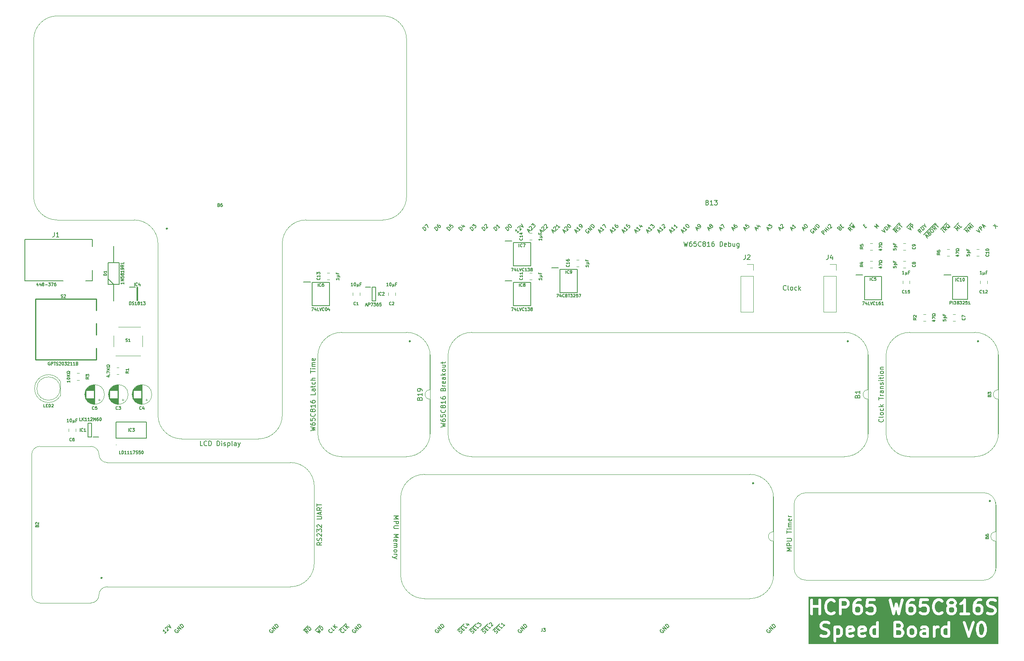
<source format=gto>
%TF.GenerationSoftware,KiCad,Pcbnew,8.0.7*%
%TF.CreationDate,2025-02-19T10:23:21+02:00*%
%TF.ProjectId,Speed,53706565-642e-46b6-9963-61645f706362,V0*%
%TF.SameCoordinates,PX3c90e1ePY37b6b20*%
%TF.FileFunction,Legend,Top*%
%TF.FilePolarity,Positive*%
%FSLAX46Y46*%
G04 Gerber Fmt 4.6, Leading zero omitted, Abs format (unit mm)*
G04 Created by KiCad (PCBNEW 8.0.7) date 2025-02-19 10:23:21*
%MOMM*%
%LPD*%
G01*
G04 APERTURE LIST*
%ADD10C,0.200000*%
%ADD11C,0.600000*%
%ADD12C,0.150000*%
%ADD13C,0.100000*%
%ADD14C,0.120000*%
%ADD15C,0.239605*%
%ADD16C,0.254000*%
G04 APERTURE END LIST*
D10*
X132873904Y-11786980D02*
X132826285Y-11834600D01*
X132826285Y-11834600D02*
X132683428Y-11882219D01*
X132683428Y-11882219D02*
X132588190Y-11882219D01*
X132588190Y-11882219D02*
X132445333Y-11834600D01*
X132445333Y-11834600D02*
X132350095Y-11739361D01*
X132350095Y-11739361D02*
X132302476Y-11644123D01*
X132302476Y-11644123D02*
X132254857Y-11453647D01*
X132254857Y-11453647D02*
X132254857Y-11310790D01*
X132254857Y-11310790D02*
X132302476Y-11120314D01*
X132302476Y-11120314D02*
X132350095Y-11025076D01*
X132350095Y-11025076D02*
X132445333Y-10929838D01*
X132445333Y-10929838D02*
X132588190Y-10882219D01*
X132588190Y-10882219D02*
X132683428Y-10882219D01*
X132683428Y-10882219D02*
X132826285Y-10929838D01*
X132826285Y-10929838D02*
X132873904Y-10977457D01*
X133445333Y-11882219D02*
X133350095Y-11834600D01*
X133350095Y-11834600D02*
X133302476Y-11739361D01*
X133302476Y-11739361D02*
X133302476Y-10882219D01*
X133969143Y-11882219D02*
X133873905Y-11834600D01*
X133873905Y-11834600D02*
X133826286Y-11786980D01*
X133826286Y-11786980D02*
X133778667Y-11691742D01*
X133778667Y-11691742D02*
X133778667Y-11406028D01*
X133778667Y-11406028D02*
X133826286Y-11310790D01*
X133826286Y-11310790D02*
X133873905Y-11263171D01*
X133873905Y-11263171D02*
X133969143Y-11215552D01*
X133969143Y-11215552D02*
X134112000Y-11215552D01*
X134112000Y-11215552D02*
X134207238Y-11263171D01*
X134207238Y-11263171D02*
X134254857Y-11310790D01*
X134254857Y-11310790D02*
X134302476Y-11406028D01*
X134302476Y-11406028D02*
X134302476Y-11691742D01*
X134302476Y-11691742D02*
X134254857Y-11786980D01*
X134254857Y-11786980D02*
X134207238Y-11834600D01*
X134207238Y-11834600D02*
X134112000Y-11882219D01*
X134112000Y-11882219D02*
X133969143Y-11882219D01*
X135159619Y-11834600D02*
X135064381Y-11882219D01*
X135064381Y-11882219D02*
X134873905Y-11882219D01*
X134873905Y-11882219D02*
X134778667Y-11834600D01*
X134778667Y-11834600D02*
X134731048Y-11786980D01*
X134731048Y-11786980D02*
X134683429Y-11691742D01*
X134683429Y-11691742D02*
X134683429Y-11406028D01*
X134683429Y-11406028D02*
X134731048Y-11310790D01*
X134731048Y-11310790D02*
X134778667Y-11263171D01*
X134778667Y-11263171D02*
X134873905Y-11215552D01*
X134873905Y-11215552D02*
X135064381Y-11215552D01*
X135064381Y-11215552D02*
X135159619Y-11263171D01*
X135588191Y-11882219D02*
X135588191Y-10882219D01*
X135683429Y-11501266D02*
X135969143Y-11882219D01*
X135969143Y-11215552D02*
X135588191Y-11596504D01*
X30446392Y-85224441D02*
X29988456Y-85143629D01*
X30123143Y-85547690D02*
X29557458Y-84982004D01*
X29557458Y-84982004D02*
X29772957Y-84766505D01*
X29772957Y-84766505D02*
X29853769Y-84739568D01*
X29853769Y-84739568D02*
X29907644Y-84739568D01*
X29907644Y-84739568D02*
X29988456Y-84766505D01*
X29988456Y-84766505D02*
X30069268Y-84847317D01*
X30069268Y-84847317D02*
X30096206Y-84928130D01*
X30096206Y-84928130D02*
X30096206Y-84982004D01*
X30096206Y-84982004D02*
X30069268Y-85062817D01*
X30069268Y-85062817D02*
X29853769Y-85278316D01*
X30688829Y-84982004D02*
X30123143Y-84416319D01*
X30123143Y-84416319D02*
X30257830Y-84281632D01*
X30257830Y-84281632D02*
X30365580Y-84227757D01*
X30365580Y-84227757D02*
X30473329Y-84227757D01*
X30473329Y-84227757D02*
X30554142Y-84254695D01*
X30554142Y-84254695D02*
X30688829Y-84335507D01*
X30688829Y-84335507D02*
X30769641Y-84416319D01*
X30769641Y-84416319D02*
X30850453Y-84551006D01*
X30850453Y-84551006D02*
X30877390Y-84631818D01*
X30877390Y-84631818D02*
X30877390Y-84739568D01*
X30877390Y-84739568D02*
X30823516Y-84847317D01*
X30823516Y-84847317D02*
X30688829Y-84982004D01*
X29322294Y-84903078D02*
X30340528Y-83884844D01*
X87775985Y568696D02*
X88045359Y838071D01*
X87883734Y353197D02*
X87506611Y1107445D01*
X87506611Y1107445D02*
X88260858Y730321D01*
X88745731Y1215194D02*
X88422482Y891945D01*
X88584106Y1053570D02*
X88018421Y1619255D01*
X88018421Y1619255D02*
X88045358Y1484568D01*
X88045358Y1484568D02*
X88045358Y1376818D01*
X88045358Y1376818D02*
X88018421Y1296006D01*
X89015105Y1484568D02*
X89122855Y1592318D01*
X89122855Y1592318D02*
X89149792Y1673130D01*
X89149792Y1673130D02*
X89149792Y1727005D01*
X89149792Y1727005D02*
X89122855Y1861692D01*
X89122855Y1861692D02*
X89042042Y1996379D01*
X89042042Y1996379D02*
X88826543Y2211878D01*
X88826543Y2211878D02*
X88745731Y2238815D01*
X88745731Y2238815D02*
X88691856Y2238815D01*
X88691856Y2238815D02*
X88611044Y2211878D01*
X88611044Y2211878D02*
X88503294Y2104128D01*
X88503294Y2104128D02*
X88476357Y2023316D01*
X88476357Y2023316D02*
X88476357Y1969441D01*
X88476357Y1969441D02*
X88503294Y1888629D01*
X88503294Y1888629D02*
X88637981Y1753942D01*
X88637981Y1753942D02*
X88718794Y1727005D01*
X88718794Y1727005D02*
X88772668Y1727005D01*
X88772668Y1727005D02*
X88853481Y1753942D01*
X88853481Y1753942D02*
X88961230Y1861692D01*
X88961230Y1861692D02*
X88988168Y1942504D01*
X88988168Y1942504D02*
X88988168Y1996379D01*
X88988168Y1996379D02*
X88961230Y2077191D01*
X63089268Y-85547690D02*
X63197018Y-85493815D01*
X63197018Y-85493815D02*
X63331705Y-85359128D01*
X63331705Y-85359128D02*
X63358642Y-85278316D01*
X63358642Y-85278316D02*
X63358642Y-85224441D01*
X63358642Y-85224441D02*
X63331705Y-85143629D01*
X63331705Y-85143629D02*
X63277830Y-85089754D01*
X63277830Y-85089754D02*
X63197018Y-85062817D01*
X63197018Y-85062817D02*
X63143143Y-85062817D01*
X63143143Y-85062817D02*
X63062331Y-85089754D01*
X63062331Y-85089754D02*
X62927644Y-85170566D01*
X62927644Y-85170566D02*
X62846832Y-85197504D01*
X62846832Y-85197504D02*
X62792957Y-85197504D01*
X62792957Y-85197504D02*
X62712145Y-85170566D01*
X62712145Y-85170566D02*
X62658270Y-85116691D01*
X62658270Y-85116691D02*
X62631333Y-85035879D01*
X62631333Y-85035879D02*
X62631333Y-84982004D01*
X62631333Y-84982004D02*
X62658270Y-84901192D01*
X62658270Y-84901192D02*
X62792957Y-84766505D01*
X62792957Y-84766505D02*
X62900707Y-84712630D01*
X63385580Y-84712630D02*
X63574142Y-84524068D01*
X63951265Y-84739568D02*
X63681891Y-85008942D01*
X63681891Y-85008942D02*
X63116206Y-84443256D01*
X63116206Y-84443256D02*
X63385580Y-84173882D01*
X64463076Y-84227757D02*
X64193702Y-84497131D01*
X64193702Y-84497131D02*
X63628017Y-83931445D01*
X62342294Y-84903078D02*
X63737652Y-83507720D01*
X64516951Y-83419635D02*
X64894075Y-83796758D01*
X64166765Y-83338822D02*
X64436139Y-83877570D01*
X64436139Y-83877570D02*
X64786325Y-83527384D01*
X131494733Y1107445D02*
X131764107Y1376819D01*
X131602482Y891945D02*
X131225359Y1646193D01*
X131225359Y1646193D02*
X131979606Y1269069D01*
X131629420Y1942504D02*
X131629420Y1996379D01*
X131629420Y1996379D02*
X131656357Y2077191D01*
X131656357Y2077191D02*
X131791044Y2211878D01*
X131791044Y2211878D02*
X131871856Y2238815D01*
X131871856Y2238815D02*
X131925731Y2238815D01*
X131925731Y2238815D02*
X132006543Y2211878D01*
X132006543Y2211878D02*
X132060418Y2158003D01*
X132060418Y2158003D02*
X132114293Y2050254D01*
X132114293Y2050254D02*
X132114293Y1403756D01*
X132114293Y1403756D02*
X132464479Y1753942D01*
X90100486Y1107445D02*
X90019673Y1080507D01*
X90019673Y1080507D02*
X89938861Y999695D01*
X89938861Y999695D02*
X89884986Y891946D01*
X89884986Y891946D02*
X89884986Y784196D01*
X89884986Y784196D02*
X89911924Y703384D01*
X89911924Y703384D02*
X89992736Y568697D01*
X89992736Y568697D02*
X90073548Y487885D01*
X90073548Y487885D02*
X90208235Y407072D01*
X90208235Y407072D02*
X90289047Y380135D01*
X90289047Y380135D02*
X90396797Y380135D01*
X90396797Y380135D02*
X90504547Y434010D01*
X90504547Y434010D02*
X90558421Y487885D01*
X90558421Y487885D02*
X90612296Y595634D01*
X90612296Y595634D02*
X90612296Y649509D01*
X90612296Y649509D02*
X90423734Y838071D01*
X90423734Y838071D02*
X90315985Y730321D01*
X90908608Y838071D02*
X90342922Y1403756D01*
X90342922Y1403756D02*
X91231856Y1161320D01*
X91231856Y1161320D02*
X90666171Y1727005D01*
X91501230Y1430693D02*
X90935545Y1996379D01*
X90935545Y1996379D02*
X91070232Y2131066D01*
X91070232Y2131066D02*
X91177981Y2184941D01*
X91177981Y2184941D02*
X91285731Y2184941D01*
X91285731Y2184941D02*
X91366543Y2158003D01*
X91366543Y2158003D02*
X91501230Y2077191D01*
X91501230Y2077191D02*
X91582043Y1996379D01*
X91582043Y1996379D02*
X91662855Y1861692D01*
X91662855Y1861692D02*
X91689792Y1780880D01*
X91689792Y1780880D02*
X91689792Y1673130D01*
X91689792Y1673130D02*
X91635917Y1565380D01*
X91635917Y1565380D02*
X91501230Y1430693D01*
X-60545Y-85251378D02*
X-383794Y-85574627D01*
X-222170Y-85413003D02*
X-787855Y-84847317D01*
X-787855Y-84847317D02*
X-760918Y-84982004D01*
X-760918Y-84982004D02*
X-760918Y-85089754D01*
X-760918Y-85089754D02*
X-787855Y-85170566D01*
X-356857Y-84524068D02*
X-356857Y-84470194D01*
X-356857Y-84470194D02*
X-329919Y-84389381D01*
X-329919Y-84389381D02*
X-195232Y-84254694D01*
X-195232Y-84254694D02*
X-114420Y-84227757D01*
X-114420Y-84227757D02*
X-60545Y-84227757D01*
X-60545Y-84227757D02*
X20267Y-84254694D01*
X20267Y-84254694D02*
X74142Y-84308569D01*
X74142Y-84308569D02*
X128017Y-84416319D01*
X128017Y-84416319D02*
X128017Y-85062816D01*
X128017Y-85062816D02*
X478203Y-84712630D01*
X74142Y-83985320D02*
X828389Y-84362444D01*
X828389Y-84362444D02*
X451266Y-83608197D01*
X1940707Y-84712630D02*
X1859894Y-84739568D01*
X1859894Y-84739568D02*
X1779082Y-84820380D01*
X1779082Y-84820380D02*
X1725207Y-84928130D01*
X1725207Y-84928130D02*
X1725207Y-85035879D01*
X1725207Y-85035879D02*
X1752145Y-85116691D01*
X1752145Y-85116691D02*
X1832957Y-85251378D01*
X1832957Y-85251378D02*
X1913769Y-85332191D01*
X1913769Y-85332191D02*
X2048456Y-85413003D01*
X2048456Y-85413003D02*
X2129268Y-85439940D01*
X2129268Y-85439940D02*
X2237018Y-85439940D01*
X2237018Y-85439940D02*
X2344768Y-85386065D01*
X2344768Y-85386065D02*
X2398642Y-85332191D01*
X2398642Y-85332191D02*
X2452517Y-85224441D01*
X2452517Y-85224441D02*
X2452517Y-85170566D01*
X2452517Y-85170566D02*
X2263955Y-84982004D01*
X2263955Y-84982004D02*
X2156206Y-85089754D01*
X2748829Y-84982004D02*
X2183143Y-84416319D01*
X2183143Y-84416319D02*
X3072077Y-84658756D01*
X3072077Y-84658756D02*
X2506392Y-84093070D01*
X3341451Y-84389382D02*
X2775766Y-83823696D01*
X2775766Y-83823696D02*
X2910453Y-83689009D01*
X2910453Y-83689009D02*
X3018202Y-83635134D01*
X3018202Y-83635134D02*
X3125952Y-83635134D01*
X3125952Y-83635134D02*
X3206764Y-83662072D01*
X3206764Y-83662072D02*
X3341451Y-83742884D01*
X3341451Y-83742884D02*
X3422263Y-83823696D01*
X3422263Y-83823696D02*
X3503076Y-83958383D01*
X3503076Y-83958383D02*
X3530013Y-84039195D01*
X3530013Y-84039195D02*
X3530013Y-84146945D01*
X3530013Y-84146945D02*
X3476138Y-84254695D01*
X3476138Y-84254695D02*
X3341451Y-84389382D01*
X35472517Y-85170566D02*
X35472517Y-85224441D01*
X35472517Y-85224441D02*
X35418642Y-85332191D01*
X35418642Y-85332191D02*
X35364768Y-85386065D01*
X35364768Y-85386065D02*
X35257018Y-85439940D01*
X35257018Y-85439940D02*
X35149268Y-85439940D01*
X35149268Y-85439940D02*
X35068456Y-85413003D01*
X35068456Y-85413003D02*
X34933769Y-85332191D01*
X34933769Y-85332191D02*
X34852957Y-85251378D01*
X34852957Y-85251378D02*
X34772145Y-85116691D01*
X34772145Y-85116691D02*
X34745207Y-85035879D01*
X34745207Y-85035879D02*
X34745207Y-84928130D01*
X34745207Y-84928130D02*
X34799082Y-84820380D01*
X34799082Y-84820380D02*
X34852957Y-84766505D01*
X34852957Y-84766505D02*
X34960707Y-84712630D01*
X34960707Y-84712630D02*
X35014581Y-84712630D01*
X36038203Y-84712630D02*
X35768829Y-84982004D01*
X35768829Y-84982004D02*
X35203143Y-84416319D01*
X36226764Y-84524069D02*
X35661079Y-83958383D01*
X36550013Y-84200820D02*
X35984328Y-84120008D01*
X35984328Y-83635134D02*
X35984328Y-84281632D01*
X169702482Y891945D02*
X169136797Y1457631D01*
X169136797Y1457631D02*
X169729420Y1242131D01*
X169729420Y1242131D02*
X169513920Y1834754D01*
X169513920Y1834754D02*
X170079606Y1269069D01*
X170618354Y1807817D02*
X170348980Y1538443D01*
X170348980Y1538443D02*
X169783295Y2104129D01*
X168901633Y1536557D02*
X169892930Y2527854D01*
X68169268Y-85547690D02*
X68277018Y-85493815D01*
X68277018Y-85493815D02*
X68411705Y-85359128D01*
X68411705Y-85359128D02*
X68438642Y-85278316D01*
X68438642Y-85278316D02*
X68438642Y-85224441D01*
X68438642Y-85224441D02*
X68411705Y-85143629D01*
X68411705Y-85143629D02*
X68357830Y-85089754D01*
X68357830Y-85089754D02*
X68277018Y-85062817D01*
X68277018Y-85062817D02*
X68223143Y-85062817D01*
X68223143Y-85062817D02*
X68142331Y-85089754D01*
X68142331Y-85089754D02*
X68007644Y-85170566D01*
X68007644Y-85170566D02*
X67926832Y-85197504D01*
X67926832Y-85197504D02*
X67872957Y-85197504D01*
X67872957Y-85197504D02*
X67792145Y-85170566D01*
X67792145Y-85170566D02*
X67738270Y-85116691D01*
X67738270Y-85116691D02*
X67711333Y-85035879D01*
X67711333Y-85035879D02*
X67711333Y-84982004D01*
X67711333Y-84982004D02*
X67738270Y-84901192D01*
X67738270Y-84901192D02*
X67872957Y-84766505D01*
X67872957Y-84766505D02*
X67980707Y-84712630D01*
X68465580Y-84712630D02*
X68654142Y-84524068D01*
X69031265Y-84739568D02*
X68761891Y-85008942D01*
X68761891Y-85008942D02*
X68196206Y-84443256D01*
X68196206Y-84443256D02*
X68465580Y-84173882D01*
X69543076Y-84227757D02*
X69273702Y-84497131D01*
X69273702Y-84497131D02*
X68708017Y-83931445D01*
X67422294Y-84903078D02*
X68817652Y-83507720D01*
X69192890Y-83554322D02*
X69192890Y-83500447D01*
X69192890Y-83500447D02*
X69219827Y-83419635D01*
X69219827Y-83419635D02*
X69354514Y-83284948D01*
X69354514Y-83284948D02*
X69435327Y-83258010D01*
X69435327Y-83258010D02*
X69489201Y-83258010D01*
X69489201Y-83258010D02*
X69570014Y-83284948D01*
X69570014Y-83284948D02*
X69623889Y-83338822D01*
X69623889Y-83338822D02*
X69677763Y-83446572D01*
X69677763Y-83446572D02*
X69677763Y-84093070D01*
X69677763Y-84093070D02*
X70027950Y-83742883D01*
X153384987Y945821D02*
X154139234Y568697D01*
X154139234Y568697D02*
X153762110Y1322944D01*
X154516357Y945820D02*
X153950672Y1511506D01*
X153950672Y1511506D02*
X154085359Y1646193D01*
X154085359Y1646193D02*
X154193108Y1700068D01*
X154193108Y1700068D02*
X154300858Y1700068D01*
X154300858Y1700068D02*
X154381670Y1673130D01*
X154381670Y1673130D02*
X154516357Y1592318D01*
X154516357Y1592318D02*
X154597169Y1511506D01*
X154597169Y1511506D02*
X154677982Y1376819D01*
X154677982Y1376819D02*
X154704919Y1296007D01*
X154704919Y1296007D02*
X154704919Y1188257D01*
X154704919Y1188257D02*
X154651044Y1080507D01*
X154651044Y1080507D02*
X154516357Y945820D01*
X154893481Y1646193D02*
X155162855Y1915567D01*
X155001231Y1430694D02*
X154624107Y2184941D01*
X154624107Y2184941D02*
X155378354Y1807817D01*
X32043583Y-85035879D02*
X32743955Y-85466878D01*
X32743955Y-85466878D02*
X32447644Y-84955067D01*
X32447644Y-84955067D02*
X32959455Y-85251378D01*
X32959455Y-85251378D02*
X32528456Y-84551006D01*
X33309641Y-84901192D02*
X32743956Y-84335507D01*
X32743956Y-84335507D02*
X32878643Y-84200820D01*
X32878643Y-84200820D02*
X32986392Y-84146945D01*
X32986392Y-84146945D02*
X33094142Y-84146945D01*
X33094142Y-84146945D02*
X33174954Y-84173882D01*
X33174954Y-84173882D02*
X33309641Y-84254694D01*
X33309641Y-84254694D02*
X33390453Y-84335507D01*
X33390453Y-84335507D02*
X33471265Y-84470194D01*
X33471265Y-84470194D02*
X33498203Y-84551006D01*
X33498203Y-84551006D02*
X33498203Y-84658755D01*
X33498203Y-84658755D02*
X33444328Y-84766505D01*
X33444328Y-84766505D02*
X33309641Y-84901192D01*
X31862294Y-84903078D02*
X32961340Y-83804032D01*
X144348670Y1403756D02*
X144456419Y1457631D01*
X144456419Y1457631D02*
X144510294Y1457631D01*
X144510294Y1457631D02*
X144591106Y1430693D01*
X144591106Y1430693D02*
X144671919Y1349881D01*
X144671919Y1349881D02*
X144698856Y1269069D01*
X144698856Y1269069D02*
X144698856Y1215194D01*
X144698856Y1215194D02*
X144671919Y1134382D01*
X144671919Y1134382D02*
X144456419Y918883D01*
X144456419Y918883D02*
X143890734Y1484568D01*
X143890734Y1484568D02*
X144079296Y1673130D01*
X144079296Y1673130D02*
X144160108Y1700067D01*
X144160108Y1700067D02*
X144213983Y1700067D01*
X144213983Y1700067D02*
X144294795Y1673130D01*
X144294795Y1673130D02*
X144348670Y1619255D01*
X144348670Y1619255D02*
X144375607Y1538443D01*
X144375607Y1538443D02*
X144375607Y1484568D01*
X144375607Y1484568D02*
X144348670Y1403756D01*
X144348670Y1403756D02*
X144160108Y1215194D01*
X144725793Y1780879D02*
X144914355Y1969441D01*
X145291479Y1753942D02*
X145022105Y1484568D01*
X145022105Y1484568D02*
X144456419Y2050253D01*
X144456419Y2050253D02*
X144725793Y2319627D01*
X147057981Y1107444D02*
X146600045Y1188257D01*
X146734732Y784196D02*
X146169047Y1349881D01*
X146169047Y1349881D02*
X146384546Y1565380D01*
X146384546Y1565380D02*
X146465358Y1592318D01*
X146465358Y1592318D02*
X146519233Y1592318D01*
X146519233Y1592318D02*
X146600045Y1565380D01*
X146600045Y1565380D02*
X146680858Y1484568D01*
X146680858Y1484568D02*
X146707795Y1403756D01*
X146707795Y1403756D02*
X146707795Y1349881D01*
X146707795Y1349881D02*
X146680858Y1269069D01*
X146680858Y1269069D02*
X146465358Y1053570D01*
X146680858Y1861692D02*
X147381230Y1430693D01*
X147381230Y1430693D02*
X147084919Y1942504D01*
X147084919Y1942504D02*
X147596729Y1646192D01*
X147596729Y1646192D02*
X147165731Y2346565D01*
X146499569Y1994493D02*
X147032930Y2527854D01*
X116254733Y1107445D02*
X116524107Y1376819D01*
X116362482Y891945D02*
X115985359Y1646193D01*
X115985359Y1646193D02*
X116739606Y1269069D01*
X116685731Y1861692D02*
X116604919Y1834754D01*
X116604919Y1834754D02*
X116551044Y1834754D01*
X116551044Y1834754D02*
X116470232Y1861692D01*
X116470232Y1861692D02*
X116443294Y1888629D01*
X116443294Y1888629D02*
X116416357Y1969441D01*
X116416357Y1969441D02*
X116416357Y2023316D01*
X116416357Y2023316D02*
X116443294Y2104128D01*
X116443294Y2104128D02*
X116551044Y2211878D01*
X116551044Y2211878D02*
X116631856Y2238815D01*
X116631856Y2238815D02*
X116685731Y2238815D01*
X116685731Y2238815D02*
X116766543Y2211878D01*
X116766543Y2211878D02*
X116793481Y2184941D01*
X116793481Y2184941D02*
X116820418Y2104128D01*
X116820418Y2104128D02*
X116820418Y2050254D01*
X116820418Y2050254D02*
X116793481Y1969441D01*
X116793481Y1969441D02*
X116685731Y1861692D01*
X116685731Y1861692D02*
X116658794Y1780880D01*
X116658794Y1780880D02*
X116658794Y1727005D01*
X116658794Y1727005D02*
X116685731Y1646193D01*
X116685731Y1646193D02*
X116793481Y1538443D01*
X116793481Y1538443D02*
X116874293Y1511506D01*
X116874293Y1511506D02*
X116928168Y1511506D01*
X116928168Y1511506D02*
X117008980Y1538443D01*
X117008980Y1538443D02*
X117116729Y1646193D01*
X117116729Y1646193D02*
X117143667Y1727005D01*
X117143667Y1727005D02*
X117143667Y1780880D01*
X117143667Y1780880D02*
X117116729Y1861692D01*
X117116729Y1861692D02*
X117008980Y1969441D01*
X117008980Y1969441D02*
X116928168Y1996379D01*
X116928168Y1996379D02*
X116874293Y1996379D01*
X116874293Y1996379D02*
X116793481Y1969441D01*
X163025489Y-508799D02*
X163294863Y-239425D01*
X163133238Y-724298D02*
X162756115Y29949D01*
X162756115Y29949D02*
X163510362Y-347175D01*
X163591174Y326260D02*
X163698924Y380135D01*
X163698924Y380135D02*
X163752798Y380135D01*
X163752798Y380135D02*
X163833611Y353197D01*
X163833611Y353197D02*
X163914423Y272385D01*
X163914423Y272385D02*
X163941360Y191573D01*
X163941360Y191573D02*
X163941360Y137698D01*
X163941360Y137698D02*
X163914423Y56886D01*
X163914423Y56886D02*
X163698924Y-158613D01*
X163698924Y-158613D02*
X163133238Y407072D01*
X163133238Y407072D02*
X163321800Y595634D01*
X163321800Y595634D02*
X163402612Y622571D01*
X163402612Y622571D02*
X163456487Y622571D01*
X163456487Y622571D02*
X163537299Y595634D01*
X163537299Y595634D02*
X163591174Y541759D01*
X163591174Y541759D02*
X163618111Y460947D01*
X163618111Y460947D02*
X163618111Y407072D01*
X163618111Y407072D02*
X163591174Y326260D01*
X163591174Y326260D02*
X163402612Y137698D01*
X163806673Y1080507D02*
X163914423Y1188257D01*
X163914423Y1188257D02*
X163995235Y1215194D01*
X163995235Y1215194D02*
X164102985Y1215194D01*
X164102985Y1215194D02*
X164237672Y1134382D01*
X164237672Y1134382D02*
X164426233Y945820D01*
X164426233Y945820D02*
X164507046Y811133D01*
X164507046Y811133D02*
X164507046Y703384D01*
X164507046Y703384D02*
X164480108Y622571D01*
X164480108Y622571D02*
X164372359Y514822D01*
X164372359Y514822D02*
X164291546Y487884D01*
X164291546Y487884D02*
X164183797Y487884D01*
X164183797Y487884D02*
X164049110Y568697D01*
X164049110Y568697D02*
X163860548Y757258D01*
X163860548Y757258D02*
X163779736Y891945D01*
X163779736Y891945D02*
X163779736Y999695D01*
X163779736Y999695D02*
X163806673Y1080507D01*
X165180481Y1322944D02*
X164722545Y1403756D01*
X164857232Y999695D02*
X164291546Y1565380D01*
X164291546Y1565380D02*
X164507046Y1780880D01*
X164507046Y1780880D02*
X164587858Y1807817D01*
X164587858Y1807817D02*
X164641733Y1807817D01*
X164641733Y1807817D02*
X164722545Y1780880D01*
X164722545Y1780880D02*
X164803357Y1700067D01*
X164803357Y1700067D02*
X164830294Y1619255D01*
X164830294Y1619255D02*
X164830294Y1565380D01*
X164830294Y1565380D02*
X164803357Y1484568D01*
X164803357Y1484568D02*
X164587858Y1269069D01*
X164776420Y2050254D02*
X165099668Y2373502D01*
X165503729Y1646193D02*
X164938044Y2211878D01*
X162413202Y1126D02*
X164939930Y2527854D01*
X106080707Y-84712630D02*
X105999894Y-84739568D01*
X105999894Y-84739568D02*
X105919082Y-84820380D01*
X105919082Y-84820380D02*
X105865207Y-84928130D01*
X105865207Y-84928130D02*
X105865207Y-85035879D01*
X105865207Y-85035879D02*
X105892145Y-85116691D01*
X105892145Y-85116691D02*
X105972957Y-85251378D01*
X105972957Y-85251378D02*
X106053769Y-85332191D01*
X106053769Y-85332191D02*
X106188456Y-85413003D01*
X106188456Y-85413003D02*
X106269268Y-85439940D01*
X106269268Y-85439940D02*
X106377018Y-85439940D01*
X106377018Y-85439940D02*
X106484768Y-85386065D01*
X106484768Y-85386065D02*
X106538642Y-85332191D01*
X106538642Y-85332191D02*
X106592517Y-85224441D01*
X106592517Y-85224441D02*
X106592517Y-85170566D01*
X106592517Y-85170566D02*
X106403955Y-84982004D01*
X106403955Y-84982004D02*
X106296206Y-85089754D01*
X106888829Y-84982004D02*
X106323143Y-84416319D01*
X106323143Y-84416319D02*
X107212077Y-84658756D01*
X107212077Y-84658756D02*
X106646392Y-84093070D01*
X107481451Y-84389382D02*
X106915766Y-83823696D01*
X106915766Y-83823696D02*
X107050453Y-83689009D01*
X107050453Y-83689009D02*
X107158202Y-83635134D01*
X107158202Y-83635134D02*
X107265952Y-83635134D01*
X107265952Y-83635134D02*
X107346764Y-83662072D01*
X107346764Y-83662072D02*
X107481451Y-83742884D01*
X107481451Y-83742884D02*
X107562263Y-83823696D01*
X107562263Y-83823696D02*
X107643076Y-83958383D01*
X107643076Y-83958383D02*
X107670013Y-84039195D01*
X107670013Y-84039195D02*
X107670013Y-84146945D01*
X107670013Y-84146945D02*
X107616138Y-84254695D01*
X107616138Y-84254695D02*
X107481451Y-84389382D01*
X65562482Y891945D02*
X64996797Y1457631D01*
X64996797Y1457631D02*
X65131484Y1592318D01*
X65131484Y1592318D02*
X65239233Y1646193D01*
X65239233Y1646193D02*
X65346983Y1646193D01*
X65346983Y1646193D02*
X65427795Y1619255D01*
X65427795Y1619255D02*
X65562482Y1538443D01*
X65562482Y1538443D02*
X65643294Y1457631D01*
X65643294Y1457631D02*
X65724107Y1322944D01*
X65724107Y1322944D02*
X65751044Y1242131D01*
X65751044Y1242131D02*
X65751044Y1134382D01*
X65751044Y1134382D02*
X65697169Y1026632D01*
X65697169Y1026632D02*
X65562482Y891945D01*
X65508607Y1969441D02*
X65858794Y2319628D01*
X65858794Y2319628D02*
X65885731Y1915567D01*
X65885731Y1915567D02*
X65966543Y1996379D01*
X65966543Y1996379D02*
X66047355Y2023316D01*
X66047355Y2023316D02*
X66101230Y2023316D01*
X66101230Y2023316D02*
X66182042Y1996379D01*
X66182042Y1996379D02*
X66316729Y1861692D01*
X66316729Y1861692D02*
X66343667Y1780880D01*
X66343667Y1780880D02*
X66343667Y1727005D01*
X66343667Y1727005D02*
X66316729Y1646193D01*
X66316729Y1646193D02*
X66155105Y1484568D01*
X66155105Y1484568D02*
X66074293Y1457631D01*
X66074293Y1457631D02*
X66020418Y1457631D01*
X80282985Y568696D02*
X80552359Y838071D01*
X80390734Y353197D02*
X80013611Y1107445D01*
X80013611Y1107445D02*
X80767858Y730321D01*
X80417671Y1403756D02*
X80417671Y1457631D01*
X80417671Y1457631D02*
X80444609Y1538443D01*
X80444609Y1538443D02*
X80579296Y1673130D01*
X80579296Y1673130D02*
X80660108Y1700067D01*
X80660108Y1700067D02*
X80713983Y1700067D01*
X80713983Y1700067D02*
X80794795Y1673130D01*
X80794795Y1673130D02*
X80848670Y1619255D01*
X80848670Y1619255D02*
X80902545Y1511505D01*
X80902545Y1511505D02*
X80902545Y865008D01*
X80902545Y865008D02*
X81252731Y1215194D01*
X80956420Y1942504D02*
X80956420Y1996379D01*
X80956420Y1996379D02*
X80983357Y2077191D01*
X80983357Y2077191D02*
X81118044Y2211878D01*
X81118044Y2211878D02*
X81198856Y2238815D01*
X81198856Y2238815D02*
X81252731Y2238815D01*
X81252731Y2238815D02*
X81333543Y2211878D01*
X81333543Y2211878D02*
X81387418Y2158003D01*
X81387418Y2158003D02*
X81441293Y2050254D01*
X81441293Y2050254D02*
X81441293Y1403756D01*
X81441293Y1403756D02*
X81791479Y1753942D01*
X65629268Y-85547690D02*
X65737018Y-85493815D01*
X65737018Y-85493815D02*
X65871705Y-85359128D01*
X65871705Y-85359128D02*
X65898642Y-85278316D01*
X65898642Y-85278316D02*
X65898642Y-85224441D01*
X65898642Y-85224441D02*
X65871705Y-85143629D01*
X65871705Y-85143629D02*
X65817830Y-85089754D01*
X65817830Y-85089754D02*
X65737018Y-85062817D01*
X65737018Y-85062817D02*
X65683143Y-85062817D01*
X65683143Y-85062817D02*
X65602331Y-85089754D01*
X65602331Y-85089754D02*
X65467644Y-85170566D01*
X65467644Y-85170566D02*
X65386832Y-85197504D01*
X65386832Y-85197504D02*
X65332957Y-85197504D01*
X65332957Y-85197504D02*
X65252145Y-85170566D01*
X65252145Y-85170566D02*
X65198270Y-85116691D01*
X65198270Y-85116691D02*
X65171333Y-85035879D01*
X65171333Y-85035879D02*
X65171333Y-84982004D01*
X65171333Y-84982004D02*
X65198270Y-84901192D01*
X65198270Y-84901192D02*
X65332957Y-84766505D01*
X65332957Y-84766505D02*
X65440707Y-84712630D01*
X65925580Y-84712630D02*
X66114142Y-84524068D01*
X66491265Y-84739568D02*
X66221891Y-85008942D01*
X66221891Y-85008942D02*
X65656206Y-84443256D01*
X65656206Y-84443256D02*
X65925580Y-84173882D01*
X67003076Y-84227757D02*
X66733702Y-84497131D01*
X66733702Y-84497131D02*
X66168017Y-83931445D01*
X64882294Y-84903078D02*
X66277652Y-83507720D01*
X66572078Y-83527384D02*
X66922264Y-83177198D01*
X66922264Y-83177198D02*
X66949201Y-83581259D01*
X66949201Y-83581259D02*
X67030014Y-83500447D01*
X67030014Y-83500447D02*
X67110826Y-83473509D01*
X67110826Y-83473509D02*
X67164701Y-83473509D01*
X67164701Y-83473509D02*
X67245513Y-83500447D01*
X67245513Y-83500447D02*
X67380200Y-83635134D01*
X67380200Y-83635134D02*
X67407137Y-83715946D01*
X67407137Y-83715946D02*
X67407137Y-83769821D01*
X67407137Y-83769821D02*
X67380200Y-83850633D01*
X67380200Y-83850633D02*
X67218576Y-84012257D01*
X67218576Y-84012257D02*
X67137763Y-84039195D01*
X67137763Y-84039195D02*
X67083889Y-84039195D01*
X126414733Y1107445D02*
X126684107Y1376819D01*
X126522482Y891945D02*
X126145359Y1646193D01*
X126145359Y1646193D02*
X126899606Y1269069D01*
X126953481Y2077191D02*
X127330604Y1700067D01*
X126603294Y2158003D02*
X126872668Y1619255D01*
X126872668Y1619255D02*
X127222855Y1969441D01*
X128954733Y1107445D02*
X129224107Y1376819D01*
X129062482Y891945D02*
X128685359Y1646193D01*
X128685359Y1646193D02*
X129439606Y1269069D01*
X129008607Y1969441D02*
X129358794Y2319628D01*
X129358794Y2319628D02*
X129385731Y1915567D01*
X129385731Y1915567D02*
X129466543Y1996379D01*
X129466543Y1996379D02*
X129547355Y2023316D01*
X129547355Y2023316D02*
X129601230Y2023316D01*
X129601230Y2023316D02*
X129682042Y1996379D01*
X129682042Y1996379D02*
X129816729Y1861692D01*
X129816729Y1861692D02*
X129843667Y1780880D01*
X129843667Y1780880D02*
X129843667Y1727005D01*
X129843667Y1727005D02*
X129816729Y1646193D01*
X129816729Y1646193D02*
X129655105Y1484568D01*
X129655105Y1484568D02*
X129574293Y1457631D01*
X129574293Y1457631D02*
X129520418Y1457631D01*
X124001733Y1107445D02*
X124271107Y1376819D01*
X124109482Y891945D02*
X123732359Y1646193D01*
X123732359Y1646193D02*
X124486606Y1269069D01*
X124378856Y2292690D02*
X124109482Y2023316D01*
X124109482Y2023316D02*
X124351919Y1727005D01*
X124351919Y1727005D02*
X124351919Y1780880D01*
X124351919Y1780880D02*
X124378856Y1861692D01*
X124378856Y1861692D02*
X124513543Y1996379D01*
X124513543Y1996379D02*
X124594355Y2023316D01*
X124594355Y2023316D02*
X124648230Y2023316D01*
X124648230Y2023316D02*
X124729042Y1996379D01*
X124729042Y1996379D02*
X124863729Y1861692D01*
X124863729Y1861692D02*
X124890667Y1780880D01*
X124890667Y1780880D02*
X124890667Y1727005D01*
X124890667Y1727005D02*
X124863729Y1646193D01*
X124863729Y1646193D02*
X124729042Y1511506D01*
X124729042Y1511506D02*
X124648230Y1484568D01*
X124648230Y1484568D02*
X124594355Y1484568D01*
X141027486Y29949D02*
X140461800Y595634D01*
X140461800Y595634D02*
X140677299Y811134D01*
X140677299Y811134D02*
X140758112Y838071D01*
X140758112Y838071D02*
X140811986Y838071D01*
X140811986Y838071D02*
X140892799Y811134D01*
X140892799Y811134D02*
X140973611Y730321D01*
X140973611Y730321D02*
X141000548Y649509D01*
X141000548Y649509D02*
X141000548Y595634D01*
X141000548Y595634D02*
X140973611Y514822D01*
X140973611Y514822D02*
X140758112Y299323D01*
X141593171Y595634D02*
X141027486Y1161320D01*
X141296860Y891946D02*
X141620109Y1215195D01*
X141916420Y918883D02*
X141350735Y1484569D01*
X142185794Y1188257D02*
X141620108Y1753942D01*
X141916420Y1942504D02*
X141916420Y1996379D01*
X141916420Y1996379D02*
X141943357Y2077191D01*
X141943357Y2077191D02*
X142078044Y2211878D01*
X142078044Y2211878D02*
X142158856Y2238815D01*
X142158856Y2238815D02*
X142212731Y2238815D01*
X142212731Y2238815D02*
X142293543Y2211878D01*
X142293543Y2211878D02*
X142347418Y2158003D01*
X142347418Y2158003D02*
X142401293Y2050254D01*
X142401293Y2050254D02*
X142401293Y1403756D01*
X142401293Y1403756D02*
X142751479Y1753942D01*
X162020921Y703384D02*
X161562985Y784196D01*
X161697672Y380135D02*
X161131986Y945820D01*
X161131986Y945820D02*
X161347486Y1161320D01*
X161347486Y1161320D02*
X161428298Y1188257D01*
X161428298Y1188257D02*
X161482173Y1188257D01*
X161482173Y1188257D02*
X161562985Y1161320D01*
X161562985Y1161320D02*
X161643797Y1080507D01*
X161643797Y1080507D02*
X161670734Y999695D01*
X161670734Y999695D02*
X161670734Y945820D01*
X161670734Y945820D02*
X161643797Y865008D01*
X161643797Y865008D02*
X161428298Y649509D01*
X162263357Y945820D02*
X161697672Y1511506D01*
X161697672Y1511506D02*
X161832359Y1646193D01*
X161832359Y1646193D02*
X161940108Y1700068D01*
X161940108Y1700068D02*
X162047858Y1700068D01*
X162047858Y1700068D02*
X162128670Y1673130D01*
X162128670Y1673130D02*
X162263357Y1592318D01*
X162263357Y1592318D02*
X162344169Y1511506D01*
X162344169Y1511506D02*
X162424982Y1376819D01*
X162424982Y1376819D02*
X162451919Y1296007D01*
X162451919Y1296007D02*
X162451919Y1188257D01*
X162451919Y1188257D02*
X162398044Y1080507D01*
X162398044Y1080507D02*
X162263357Y945820D01*
X162667418Y1888629D02*
X162936792Y1619255D01*
X162182545Y1996379D02*
X162667418Y1888629D01*
X162667418Y1888629D02*
X162559669Y2373503D01*
X158949860Y1430694D02*
X159704107Y1053570D01*
X159704107Y1053570D02*
X159326983Y1807817D01*
X160081230Y1430693D02*
X159515545Y1996379D01*
X159515545Y1996379D02*
X159731044Y2211878D01*
X159731044Y2211878D02*
X159811856Y2238816D01*
X159811856Y2238816D02*
X159865731Y2238816D01*
X159865731Y2238816D02*
X159946543Y2211878D01*
X159946543Y2211878D02*
X160027355Y2131066D01*
X160027355Y2131066D02*
X160054293Y2050254D01*
X160054293Y2050254D02*
X160054293Y1996379D01*
X160054293Y1996379D02*
X160027355Y1915567D01*
X160027355Y1915567D02*
X159811856Y1700067D01*
X158795508Y1590432D02*
X159732930Y2527854D01*
X73182482Y891945D02*
X72616797Y1457631D01*
X72616797Y1457631D02*
X72751484Y1592318D01*
X72751484Y1592318D02*
X72859233Y1646193D01*
X72859233Y1646193D02*
X72966983Y1646193D01*
X72966983Y1646193D02*
X73047795Y1619255D01*
X73047795Y1619255D02*
X73182482Y1538443D01*
X73182482Y1538443D02*
X73263294Y1457631D01*
X73263294Y1457631D02*
X73344107Y1322944D01*
X73344107Y1322944D02*
X73371044Y1242131D01*
X73371044Y1242131D02*
X73371044Y1134382D01*
X73371044Y1134382D02*
X73317169Y1026632D01*
X73317169Y1026632D02*
X73182482Y891945D01*
X73290232Y2131066D02*
X73344107Y2184941D01*
X73344107Y2184941D02*
X73424919Y2211878D01*
X73424919Y2211878D02*
X73478794Y2211878D01*
X73478794Y2211878D02*
X73559606Y2184941D01*
X73559606Y2184941D02*
X73694293Y2104128D01*
X73694293Y2104128D02*
X73828980Y1969441D01*
X73828980Y1969441D02*
X73909792Y1834754D01*
X73909792Y1834754D02*
X73936729Y1753942D01*
X73936729Y1753942D02*
X73936729Y1700067D01*
X73936729Y1700067D02*
X73909792Y1619255D01*
X73909792Y1619255D02*
X73855917Y1565380D01*
X73855917Y1565380D02*
X73775105Y1538443D01*
X73775105Y1538443D02*
X73721230Y1538443D01*
X73721230Y1538443D02*
X73640418Y1565380D01*
X73640418Y1565380D02*
X73505731Y1646193D01*
X73505731Y1646193D02*
X73371044Y1780880D01*
X73371044Y1780880D02*
X73290232Y1915567D01*
X73290232Y1915567D02*
X73263294Y1996379D01*
X73263294Y1996379D02*
X73263294Y2050254D01*
X73263294Y2050254D02*
X73290232Y2131066D01*
X70642482Y891945D02*
X70076797Y1457631D01*
X70076797Y1457631D02*
X70211484Y1592318D01*
X70211484Y1592318D02*
X70319233Y1646193D01*
X70319233Y1646193D02*
X70426983Y1646193D01*
X70426983Y1646193D02*
X70507795Y1619255D01*
X70507795Y1619255D02*
X70642482Y1538443D01*
X70642482Y1538443D02*
X70723294Y1457631D01*
X70723294Y1457631D02*
X70804107Y1322944D01*
X70804107Y1322944D02*
X70831044Y1242131D01*
X70831044Y1242131D02*
X70831044Y1134382D01*
X70831044Y1134382D02*
X70777169Y1026632D01*
X70777169Y1026632D02*
X70642482Y891945D01*
X71504479Y1753942D02*
X71181230Y1430693D01*
X71342855Y1592318D02*
X70777169Y2158003D01*
X70777169Y2158003D02*
X70804107Y2023316D01*
X70804107Y2023316D02*
X70804107Y1915567D01*
X70804107Y1915567D02*
X70777169Y1834754D01*
X136574733Y1107445D02*
X136844107Y1376819D01*
X136682482Y891945D02*
X136305359Y1646193D01*
X136305359Y1646193D02*
X137059606Y1269069D01*
X136790232Y2131066D02*
X136844107Y2184941D01*
X136844107Y2184941D02*
X136924919Y2211878D01*
X136924919Y2211878D02*
X136978794Y2211878D01*
X136978794Y2211878D02*
X137059606Y2184941D01*
X137059606Y2184941D02*
X137194293Y2104128D01*
X137194293Y2104128D02*
X137328980Y1969441D01*
X137328980Y1969441D02*
X137409792Y1834754D01*
X137409792Y1834754D02*
X137436729Y1753942D01*
X137436729Y1753942D02*
X137436729Y1700067D01*
X137436729Y1700067D02*
X137409792Y1619255D01*
X137409792Y1619255D02*
X137355917Y1565380D01*
X137355917Y1565380D02*
X137275105Y1538443D01*
X137275105Y1538443D02*
X137221230Y1538443D01*
X137221230Y1538443D02*
X137140418Y1565380D01*
X137140418Y1565380D02*
X137005731Y1646193D01*
X137005731Y1646193D02*
X136871044Y1780880D01*
X136871044Y1780880D02*
X136790232Y1915567D01*
X136790232Y1915567D02*
X136763294Y1996379D01*
X136763294Y1996379D02*
X136763294Y2050254D01*
X136763294Y2050254D02*
X136790232Y2131066D01*
X171838421Y487885D02*
X171272736Y1053570D01*
X171272736Y1053570D02*
X172161670Y811133D01*
X172161670Y811133D02*
X171595985Y1376819D01*
X172431044Y1080507D02*
X171865359Y1646193D01*
X171865359Y1646193D02*
X172457982Y1430694D01*
X172457982Y1430694D02*
X172242482Y2023316D01*
X172242482Y2023316D02*
X172808168Y1457631D01*
X173077542Y1727005D02*
X172511857Y2292691D01*
X171037573Y1132497D02*
X172432930Y2527854D01*
X105555985Y568696D02*
X105825359Y838071D01*
X105663734Y353197D02*
X105286611Y1107445D01*
X105286611Y1107445D02*
X106040858Y730321D01*
X106525731Y1215194D02*
X106202482Y891945D01*
X106364106Y1053570D02*
X105798421Y1619255D01*
X105798421Y1619255D02*
X105825358Y1484568D01*
X105825358Y1484568D02*
X105825358Y1376818D01*
X105825358Y1376818D02*
X105798421Y1296006D01*
X106229420Y1942504D02*
X106229420Y1996379D01*
X106229420Y1996379D02*
X106256357Y2077191D01*
X106256357Y2077191D02*
X106391044Y2211878D01*
X106391044Y2211878D02*
X106471856Y2238815D01*
X106471856Y2238815D02*
X106525731Y2238815D01*
X106525731Y2238815D02*
X106606543Y2211878D01*
X106606543Y2211878D02*
X106660418Y2158003D01*
X106660418Y2158003D02*
X106714293Y2050254D01*
X106714293Y2050254D02*
X106714293Y1403756D01*
X106714293Y1403756D02*
X107064479Y1753942D01*
X77615985Y695696D02*
X77885359Y965071D01*
X77723734Y480197D02*
X77346611Y1234445D01*
X77346611Y1234445D02*
X78100858Y857321D01*
X77750671Y1530756D02*
X77750671Y1584631D01*
X77750671Y1584631D02*
X77777609Y1665443D01*
X77777609Y1665443D02*
X77912296Y1800130D01*
X77912296Y1800130D02*
X77993108Y1827067D01*
X77993108Y1827067D02*
X78046983Y1827067D01*
X78046983Y1827067D02*
X78127795Y1800130D01*
X78127795Y1800130D02*
X78181670Y1746255D01*
X78181670Y1746255D02*
X78235545Y1638505D01*
X78235545Y1638505D02*
X78235545Y992008D01*
X78235545Y992008D02*
X78585731Y1342194D01*
X78208607Y2096441D02*
X78558794Y2446628D01*
X78558794Y2446628D02*
X78585731Y2042567D01*
X78585731Y2042567D02*
X78666543Y2123379D01*
X78666543Y2123379D02*
X78747355Y2150316D01*
X78747355Y2150316D02*
X78801230Y2150316D01*
X78801230Y2150316D02*
X78882042Y2123379D01*
X78882042Y2123379D02*
X79016729Y1988692D01*
X79016729Y1988692D02*
X79043667Y1907880D01*
X79043667Y1907880D02*
X79043667Y1854005D01*
X79043667Y1854005D02*
X79016729Y1773193D01*
X79016729Y1773193D02*
X78855105Y1611568D01*
X78855105Y1611568D02*
X78774293Y1584631D01*
X78774293Y1584631D02*
X78720418Y1584631D01*
X40040707Y-84712630D02*
X39959894Y-84739568D01*
X39959894Y-84739568D02*
X39879082Y-84820380D01*
X39879082Y-84820380D02*
X39825207Y-84928130D01*
X39825207Y-84928130D02*
X39825207Y-85035879D01*
X39825207Y-85035879D02*
X39852145Y-85116691D01*
X39852145Y-85116691D02*
X39932957Y-85251378D01*
X39932957Y-85251378D02*
X40013769Y-85332191D01*
X40013769Y-85332191D02*
X40148456Y-85413003D01*
X40148456Y-85413003D02*
X40229268Y-85439940D01*
X40229268Y-85439940D02*
X40337018Y-85439940D01*
X40337018Y-85439940D02*
X40444768Y-85386065D01*
X40444768Y-85386065D02*
X40498642Y-85332191D01*
X40498642Y-85332191D02*
X40552517Y-85224441D01*
X40552517Y-85224441D02*
X40552517Y-85170566D01*
X40552517Y-85170566D02*
X40363955Y-84982004D01*
X40363955Y-84982004D02*
X40256206Y-85089754D01*
X40848829Y-84982004D02*
X40283143Y-84416319D01*
X40283143Y-84416319D02*
X41172077Y-84658756D01*
X41172077Y-84658756D02*
X40606392Y-84093070D01*
X41441451Y-84389382D02*
X40875766Y-83823696D01*
X40875766Y-83823696D02*
X41010453Y-83689009D01*
X41010453Y-83689009D02*
X41118202Y-83635134D01*
X41118202Y-83635134D02*
X41225952Y-83635134D01*
X41225952Y-83635134D02*
X41306764Y-83662072D01*
X41306764Y-83662072D02*
X41441451Y-83742884D01*
X41441451Y-83742884D02*
X41522263Y-83823696D01*
X41522263Y-83823696D02*
X41603076Y-83958383D01*
X41603076Y-83958383D02*
X41630013Y-84039195D01*
X41630013Y-84039195D02*
X41630013Y-84146945D01*
X41630013Y-84146945D02*
X41576138Y-84254695D01*
X41576138Y-84254695D02*
X41441451Y-84389382D01*
X92855985Y568696D02*
X93125359Y838071D01*
X92963734Y353197D02*
X92586611Y1107445D01*
X92586611Y1107445D02*
X93340858Y730321D01*
X93825731Y1215194D02*
X93502482Y891945D01*
X93664106Y1053570D02*
X93098421Y1619255D01*
X93098421Y1619255D02*
X93125358Y1484568D01*
X93125358Y1484568D02*
X93125358Y1376818D01*
X93125358Y1376818D02*
X93098421Y1296006D01*
X93448607Y1969441D02*
X93825731Y2346565D01*
X93825731Y2346565D02*
X94148980Y1538443D01*
X68102482Y891945D02*
X67536797Y1457631D01*
X67536797Y1457631D02*
X67671484Y1592318D01*
X67671484Y1592318D02*
X67779233Y1646193D01*
X67779233Y1646193D02*
X67886983Y1646193D01*
X67886983Y1646193D02*
X67967795Y1619255D01*
X67967795Y1619255D02*
X68102482Y1538443D01*
X68102482Y1538443D02*
X68183294Y1457631D01*
X68183294Y1457631D02*
X68264107Y1322944D01*
X68264107Y1322944D02*
X68291044Y1242131D01*
X68291044Y1242131D02*
X68291044Y1134382D01*
X68291044Y1134382D02*
X68237169Y1026632D01*
X68237169Y1026632D02*
X68102482Y891945D01*
X68129420Y1942504D02*
X68129420Y1996379D01*
X68129420Y1996379D02*
X68156357Y2077191D01*
X68156357Y2077191D02*
X68291044Y2211878D01*
X68291044Y2211878D02*
X68371856Y2238815D01*
X68371856Y2238815D02*
X68425731Y2238815D01*
X68425731Y2238815D02*
X68506543Y2211878D01*
X68506543Y2211878D02*
X68560418Y2158003D01*
X68560418Y2158003D02*
X68614293Y2050254D01*
X68614293Y2050254D02*
X68614293Y1403756D01*
X68614293Y1403756D02*
X68964479Y1753942D01*
X166839234Y568697D02*
X166273548Y1134382D01*
X167431856Y1161320D02*
X166973921Y1242132D01*
X167108608Y838071D02*
X166542922Y1403756D01*
X166542922Y1403756D02*
X166758421Y1619255D01*
X166758421Y1619255D02*
X166839234Y1646193D01*
X166839234Y1646193D02*
X166893108Y1646193D01*
X166893108Y1646193D02*
X166973921Y1619255D01*
X166973921Y1619255D02*
X167054733Y1538443D01*
X167054733Y1538443D02*
X167081670Y1457631D01*
X167081670Y1457631D02*
X167081670Y1403756D01*
X167081670Y1403756D02*
X167054733Y1322944D01*
X167054733Y1322944D02*
X166839234Y1107445D01*
X168105291Y1727005D02*
X168024479Y1700068D01*
X168024479Y1700068D02*
X167916730Y1700068D01*
X167916730Y1700068D02*
X167755105Y1700068D01*
X167755105Y1700068D02*
X167674293Y1673130D01*
X167674293Y1673130D02*
X167620418Y1619255D01*
X167782043Y1511506D02*
X167701230Y1484568D01*
X167701230Y1484568D02*
X167593481Y1484568D01*
X167593481Y1484568D02*
X167458794Y1565381D01*
X167458794Y1565381D02*
X167270232Y1753942D01*
X167270232Y1753942D02*
X167189420Y1888629D01*
X167189420Y1888629D02*
X167189420Y1996379D01*
X167189420Y1996379D02*
X167216357Y2077191D01*
X167216357Y2077191D02*
X167324107Y2184941D01*
X167324107Y2184941D02*
X167404919Y2211878D01*
X167404919Y2211878D02*
X167512669Y2211878D01*
X167512669Y2211878D02*
X167647356Y2131066D01*
X167647356Y2131066D02*
X167835917Y1942504D01*
X167835917Y1942504D02*
X167916730Y1807817D01*
X167916730Y1807817D02*
X167916730Y1700068D01*
X167916730Y1700068D02*
X167889792Y1619255D01*
X167889792Y1619255D02*
X167782043Y1511506D01*
X166038385Y1213309D02*
X167352930Y2527854D01*
X70709268Y-85547690D02*
X70817018Y-85493815D01*
X70817018Y-85493815D02*
X70951705Y-85359128D01*
X70951705Y-85359128D02*
X70978642Y-85278316D01*
X70978642Y-85278316D02*
X70978642Y-85224441D01*
X70978642Y-85224441D02*
X70951705Y-85143629D01*
X70951705Y-85143629D02*
X70897830Y-85089754D01*
X70897830Y-85089754D02*
X70817018Y-85062817D01*
X70817018Y-85062817D02*
X70763143Y-85062817D01*
X70763143Y-85062817D02*
X70682331Y-85089754D01*
X70682331Y-85089754D02*
X70547644Y-85170566D01*
X70547644Y-85170566D02*
X70466832Y-85197504D01*
X70466832Y-85197504D02*
X70412957Y-85197504D01*
X70412957Y-85197504D02*
X70332145Y-85170566D01*
X70332145Y-85170566D02*
X70278270Y-85116691D01*
X70278270Y-85116691D02*
X70251333Y-85035879D01*
X70251333Y-85035879D02*
X70251333Y-84982004D01*
X70251333Y-84982004D02*
X70278270Y-84901192D01*
X70278270Y-84901192D02*
X70412957Y-84766505D01*
X70412957Y-84766505D02*
X70520707Y-84712630D01*
X71005580Y-84712630D02*
X71194142Y-84524068D01*
X71571265Y-84739568D02*
X71301891Y-85008942D01*
X71301891Y-85008942D02*
X70736206Y-84443256D01*
X70736206Y-84443256D02*
X71005580Y-84173882D01*
X72083076Y-84227757D02*
X71813702Y-84497131D01*
X71813702Y-84497131D02*
X71248017Y-83931445D01*
X69962294Y-84903078D02*
X71357652Y-83507720D01*
X72567950Y-83742883D02*
X72244701Y-84066132D01*
X72406325Y-83904508D02*
X71840640Y-83338822D01*
X71840640Y-83338822D02*
X71867577Y-83473509D01*
X71867577Y-83473509D02*
X71867577Y-83581259D01*
X71867577Y-83581259D02*
X71840640Y-83662071D01*
X38012517Y-85170566D02*
X38012517Y-85224441D01*
X38012517Y-85224441D02*
X37958642Y-85332191D01*
X37958642Y-85332191D02*
X37904768Y-85386065D01*
X37904768Y-85386065D02*
X37797018Y-85439940D01*
X37797018Y-85439940D02*
X37689268Y-85439940D01*
X37689268Y-85439940D02*
X37608456Y-85413003D01*
X37608456Y-85413003D02*
X37473769Y-85332191D01*
X37473769Y-85332191D02*
X37392957Y-85251378D01*
X37392957Y-85251378D02*
X37312145Y-85116691D01*
X37312145Y-85116691D02*
X37285207Y-85035879D01*
X37285207Y-85035879D02*
X37285207Y-84928130D01*
X37285207Y-84928130D02*
X37339082Y-84820380D01*
X37339082Y-84820380D02*
X37392957Y-84766505D01*
X37392957Y-84766505D02*
X37500707Y-84712630D01*
X37500707Y-84712630D02*
X37554581Y-84712630D01*
X38578203Y-84712630D02*
X38308829Y-84982004D01*
X38308829Y-84982004D02*
X37743143Y-84416319D01*
X38766764Y-84524069D02*
X38201079Y-83958383D01*
X39090013Y-84200820D02*
X38524328Y-84120008D01*
X38524328Y-83635134D02*
X38524328Y-84281632D01*
X36942294Y-84903078D02*
X38418464Y-83426908D01*
X173704987Y945821D02*
X174459234Y568697D01*
X174459234Y568697D02*
X174082110Y1322944D01*
X174836357Y945820D02*
X174270672Y1511506D01*
X174270672Y1511506D02*
X174486171Y1727005D01*
X174486171Y1727005D02*
X174566983Y1753942D01*
X174566983Y1753942D02*
X174620858Y1753942D01*
X174620858Y1753942D02*
X174701670Y1727005D01*
X174701670Y1727005D02*
X174782482Y1646193D01*
X174782482Y1646193D02*
X174809420Y1565381D01*
X174809420Y1565381D02*
X174809420Y1511506D01*
X174809420Y1511506D02*
X174782482Y1430694D01*
X174782482Y1430694D02*
X174566983Y1215194D01*
X175213481Y1646193D02*
X175482855Y1915567D01*
X175321231Y1430694D02*
X174944107Y2184941D01*
X174944107Y2184941D02*
X175698354Y1807817D01*
X60609482Y891945D02*
X60043797Y1457631D01*
X60043797Y1457631D02*
X60178484Y1592318D01*
X60178484Y1592318D02*
X60286233Y1646193D01*
X60286233Y1646193D02*
X60393983Y1646193D01*
X60393983Y1646193D02*
X60474795Y1619255D01*
X60474795Y1619255D02*
X60609482Y1538443D01*
X60609482Y1538443D02*
X60690294Y1457631D01*
X60690294Y1457631D02*
X60771107Y1322944D01*
X60771107Y1322944D02*
X60798044Y1242131D01*
X60798044Y1242131D02*
X60798044Y1134382D01*
X60798044Y1134382D02*
X60744169Y1026632D01*
X60744169Y1026632D02*
X60609482Y891945D01*
X60878856Y2292690D02*
X60609482Y2023316D01*
X60609482Y2023316D02*
X60851919Y1727005D01*
X60851919Y1727005D02*
X60851919Y1780880D01*
X60851919Y1780880D02*
X60878856Y1861692D01*
X60878856Y1861692D02*
X61013543Y1996379D01*
X61013543Y1996379D02*
X61094355Y2023316D01*
X61094355Y2023316D02*
X61148230Y2023316D01*
X61148230Y2023316D02*
X61229042Y1996379D01*
X61229042Y1996379D02*
X61363729Y1861692D01*
X61363729Y1861692D02*
X61390667Y1780880D01*
X61390667Y1780880D02*
X61390667Y1727005D01*
X61390667Y1727005D02*
X61363729Y1646193D01*
X61363729Y1646193D02*
X61229042Y1511506D01*
X61229042Y1511506D02*
X61148230Y1484568D01*
X61148230Y1484568D02*
X61094355Y1484568D01*
X110635985Y568696D02*
X110905359Y838071D01*
X110743734Y353197D02*
X110366611Y1107445D01*
X110366611Y1107445D02*
X111120858Y730321D01*
X111605731Y1215194D02*
X111282482Y891945D01*
X111444106Y1053570D02*
X110878421Y1619255D01*
X110878421Y1619255D02*
X110905358Y1484568D01*
X110905358Y1484568D02*
X110905358Y1376818D01*
X110905358Y1376818D02*
X110878421Y1296006D01*
X111390232Y2131066D02*
X111444107Y2184941D01*
X111444107Y2184941D02*
X111524919Y2211878D01*
X111524919Y2211878D02*
X111578794Y2211878D01*
X111578794Y2211878D02*
X111659606Y2184941D01*
X111659606Y2184941D02*
X111794293Y2104128D01*
X111794293Y2104128D02*
X111928980Y1969441D01*
X111928980Y1969441D02*
X112009792Y1834754D01*
X112009792Y1834754D02*
X112036729Y1753942D01*
X112036729Y1753942D02*
X112036729Y1700067D01*
X112036729Y1700067D02*
X112009792Y1619255D01*
X112009792Y1619255D02*
X111955917Y1565380D01*
X111955917Y1565380D02*
X111875105Y1538443D01*
X111875105Y1538443D02*
X111821230Y1538443D01*
X111821230Y1538443D02*
X111740418Y1565380D01*
X111740418Y1565380D02*
X111605731Y1646193D01*
X111605731Y1646193D02*
X111471044Y1780880D01*
X111471044Y1780880D02*
X111390232Y1915567D01*
X111390232Y1915567D02*
X111363294Y1996379D01*
X111363294Y1996379D02*
X111363294Y2050254D01*
X111363294Y2050254D02*
X111390232Y2131066D01*
X55402482Y891945D02*
X54836797Y1457631D01*
X54836797Y1457631D02*
X54971484Y1592318D01*
X54971484Y1592318D02*
X55079233Y1646193D01*
X55079233Y1646193D02*
X55186983Y1646193D01*
X55186983Y1646193D02*
X55267795Y1619255D01*
X55267795Y1619255D02*
X55402482Y1538443D01*
X55402482Y1538443D02*
X55483294Y1457631D01*
X55483294Y1457631D02*
X55564107Y1322944D01*
X55564107Y1322944D02*
X55591044Y1242131D01*
X55591044Y1242131D02*
X55591044Y1134382D01*
X55591044Y1134382D02*
X55537169Y1026632D01*
X55537169Y1026632D02*
X55402482Y891945D01*
X55348607Y1969441D02*
X55725731Y2346565D01*
X55725731Y2346565D02*
X56048980Y1538443D01*
X108095985Y568696D02*
X108365359Y838071D01*
X108203734Y353197D02*
X107826611Y1107445D01*
X107826611Y1107445D02*
X108580858Y730321D01*
X109065731Y1215194D02*
X108742482Y891945D01*
X108904106Y1053570D02*
X108338421Y1619255D01*
X108338421Y1619255D02*
X108365358Y1484568D01*
X108365358Y1484568D02*
X108365358Y1376818D01*
X108365358Y1376818D02*
X108338421Y1296006D01*
X109604479Y1753942D02*
X109281230Y1430693D01*
X109442855Y1592318D02*
X108877169Y2158003D01*
X108877169Y2158003D02*
X108904107Y2023316D01*
X108904107Y2023316D02*
X108904107Y1915567D01*
X108904107Y1915567D02*
X108877169Y1834754D01*
X138360486Y1107445D02*
X138279673Y1080507D01*
X138279673Y1080507D02*
X138198861Y999695D01*
X138198861Y999695D02*
X138144986Y891946D01*
X138144986Y891946D02*
X138144986Y784196D01*
X138144986Y784196D02*
X138171924Y703384D01*
X138171924Y703384D02*
X138252736Y568697D01*
X138252736Y568697D02*
X138333548Y487885D01*
X138333548Y487885D02*
X138468235Y407072D01*
X138468235Y407072D02*
X138549047Y380135D01*
X138549047Y380135D02*
X138656797Y380135D01*
X138656797Y380135D02*
X138764547Y434010D01*
X138764547Y434010D02*
X138818421Y487885D01*
X138818421Y487885D02*
X138872296Y595634D01*
X138872296Y595634D02*
X138872296Y649509D01*
X138872296Y649509D02*
X138683734Y838071D01*
X138683734Y838071D02*
X138575985Y730321D01*
X139168608Y838071D02*
X138602922Y1403756D01*
X138602922Y1403756D02*
X139491856Y1161320D01*
X139491856Y1161320D02*
X138926171Y1727005D01*
X139761230Y1430693D02*
X139195545Y1996379D01*
X139195545Y1996379D02*
X139330232Y2131066D01*
X139330232Y2131066D02*
X139437981Y2184941D01*
X139437981Y2184941D02*
X139545731Y2184941D01*
X139545731Y2184941D02*
X139626543Y2158003D01*
X139626543Y2158003D02*
X139761230Y2077191D01*
X139761230Y2077191D02*
X139842043Y1996379D01*
X139842043Y1996379D02*
X139922855Y1861692D01*
X139922855Y1861692D02*
X139949792Y1780880D01*
X139949792Y1780880D02*
X139949792Y1673130D01*
X139949792Y1673130D02*
X139895917Y1565380D01*
X139895917Y1565380D02*
X139761230Y1430693D01*
X152380418Y1349881D02*
X151814732Y1915566D01*
X151814732Y1915566D02*
X152407355Y1700067D01*
X152407355Y1700067D02*
X152191856Y2292690D01*
X152191856Y2292690D02*
X152757542Y1727005D01*
X22260707Y-84712630D02*
X22179894Y-84739568D01*
X22179894Y-84739568D02*
X22099082Y-84820380D01*
X22099082Y-84820380D02*
X22045207Y-84928130D01*
X22045207Y-84928130D02*
X22045207Y-85035879D01*
X22045207Y-85035879D02*
X22072145Y-85116691D01*
X22072145Y-85116691D02*
X22152957Y-85251378D01*
X22152957Y-85251378D02*
X22233769Y-85332191D01*
X22233769Y-85332191D02*
X22368456Y-85413003D01*
X22368456Y-85413003D02*
X22449268Y-85439940D01*
X22449268Y-85439940D02*
X22557018Y-85439940D01*
X22557018Y-85439940D02*
X22664768Y-85386065D01*
X22664768Y-85386065D02*
X22718642Y-85332191D01*
X22718642Y-85332191D02*
X22772517Y-85224441D01*
X22772517Y-85224441D02*
X22772517Y-85170566D01*
X22772517Y-85170566D02*
X22583955Y-84982004D01*
X22583955Y-84982004D02*
X22476206Y-85089754D01*
X23068829Y-84982004D02*
X22503143Y-84416319D01*
X22503143Y-84416319D02*
X23392077Y-84658756D01*
X23392077Y-84658756D02*
X22826392Y-84093070D01*
X23661451Y-84389382D02*
X23095766Y-83823696D01*
X23095766Y-83823696D02*
X23230453Y-83689009D01*
X23230453Y-83689009D02*
X23338202Y-83635134D01*
X23338202Y-83635134D02*
X23445952Y-83635134D01*
X23445952Y-83635134D02*
X23526764Y-83662072D01*
X23526764Y-83662072D02*
X23661451Y-83742884D01*
X23661451Y-83742884D02*
X23742263Y-83823696D01*
X23742263Y-83823696D02*
X23823076Y-83958383D01*
X23823076Y-83958383D02*
X23850013Y-84039195D01*
X23850013Y-84039195D02*
X23850013Y-84146945D01*
X23850013Y-84146945D02*
X23796138Y-84254695D01*
X23796138Y-84254695D02*
X23661451Y-84389382D01*
X156894732Y784196D02*
X156436797Y865008D01*
X156571484Y460947D02*
X156005798Y1026632D01*
X156005798Y1026632D02*
X156221297Y1242131D01*
X156221297Y1242131D02*
X156302110Y1269069D01*
X156302110Y1269069D02*
X156355984Y1269069D01*
X156355984Y1269069D02*
X156436797Y1242131D01*
X156436797Y1242131D02*
X156517609Y1161319D01*
X156517609Y1161319D02*
X156544546Y1080507D01*
X156544546Y1080507D02*
X156544546Y1026632D01*
X156544546Y1026632D02*
X156517609Y945820D01*
X156517609Y945820D02*
X156302110Y730321D01*
X157083294Y1026632D02*
X157191044Y1080507D01*
X157191044Y1080507D02*
X157325731Y1215194D01*
X157325731Y1215194D02*
X157352668Y1296006D01*
X157352668Y1296006D02*
X157352668Y1349881D01*
X157352668Y1349881D02*
X157325731Y1430693D01*
X157325731Y1430693D02*
X157271856Y1484568D01*
X157271856Y1484568D02*
X157191044Y1511505D01*
X157191044Y1511505D02*
X157137169Y1511505D01*
X157137169Y1511505D02*
X157056357Y1484568D01*
X157056357Y1484568D02*
X156921670Y1403756D01*
X156921670Y1403756D02*
X156840858Y1376818D01*
X156840858Y1376818D02*
X156786983Y1376818D01*
X156786983Y1376818D02*
X156706171Y1403756D01*
X156706171Y1403756D02*
X156652296Y1457631D01*
X156652296Y1457631D02*
X156625358Y1538443D01*
X156625358Y1538443D02*
X156625358Y1592318D01*
X156625358Y1592318D02*
X156652296Y1673130D01*
X156652296Y1673130D02*
X156786983Y1807817D01*
X156786983Y1807817D02*
X156894732Y1861692D01*
X157029420Y2050254D02*
X157352668Y2373502D01*
X157756729Y1646193D02*
X157191044Y2211878D01*
X155770635Y1105559D02*
X157192930Y2527854D01*
X149678793Y1780879D02*
X149867355Y1969441D01*
X150244479Y1753942D02*
X149975105Y1484568D01*
X149975105Y1484568D02*
X149409419Y2050253D01*
X149409419Y2050253D02*
X149678793Y2319627D01*
X97935985Y568696D02*
X98205359Y838071D01*
X98043734Y353197D02*
X97666611Y1107445D01*
X97666611Y1107445D02*
X98420858Y730321D01*
X98905731Y1215194D02*
X98582482Y891945D01*
X98744106Y1053570D02*
X98178421Y1619255D01*
X98178421Y1619255D02*
X98205358Y1484568D01*
X98205358Y1484568D02*
X98205358Y1376818D01*
X98205358Y1376818D02*
X98178421Y1296006D01*
X98851856Y2292690D02*
X98582482Y2023316D01*
X98582482Y2023316D02*
X98824919Y1727005D01*
X98824919Y1727005D02*
X98824919Y1780880D01*
X98824919Y1780880D02*
X98851856Y1861692D01*
X98851856Y1861692D02*
X98986543Y1996379D01*
X98986543Y1996379D02*
X99067355Y2023316D01*
X99067355Y2023316D02*
X99121230Y2023316D01*
X99121230Y2023316D02*
X99202042Y1996379D01*
X99202042Y1996379D02*
X99336729Y1861692D01*
X99336729Y1861692D02*
X99363667Y1780880D01*
X99363667Y1780880D02*
X99363667Y1727005D01*
X99363667Y1727005D02*
X99336729Y1646193D01*
X99336729Y1646193D02*
X99202042Y1511506D01*
X99202042Y1511506D02*
X99121230Y1484568D01*
X99121230Y1484568D02*
X99067355Y1484568D01*
X118794733Y1107445D02*
X119064107Y1376819D01*
X118902482Y891945D02*
X118525359Y1646193D01*
X118525359Y1646193D02*
X119279606Y1269069D01*
X118848607Y1969441D02*
X119225731Y2346565D01*
X119225731Y2346565D02*
X119548980Y1538443D01*
X63149482Y891945D02*
X62583797Y1457631D01*
X62583797Y1457631D02*
X62718484Y1592318D01*
X62718484Y1592318D02*
X62826233Y1646193D01*
X62826233Y1646193D02*
X62933983Y1646193D01*
X62933983Y1646193D02*
X63014795Y1619255D01*
X63014795Y1619255D02*
X63149482Y1538443D01*
X63149482Y1538443D02*
X63230294Y1457631D01*
X63230294Y1457631D02*
X63311107Y1322944D01*
X63311107Y1322944D02*
X63338044Y1242131D01*
X63338044Y1242131D02*
X63338044Y1134382D01*
X63338044Y1134382D02*
X63284169Y1026632D01*
X63284169Y1026632D02*
X63149482Y891945D01*
X63580481Y2077191D02*
X63957604Y1700067D01*
X63230294Y2158003D02*
X63499668Y1619255D01*
X63499668Y1619255D02*
X63849855Y1969441D01*
D11*
G36*
X144310290Y-84583986D02*
G01*
X144384300Y-84657995D01*
X144473713Y-84836821D01*
X144473713Y-85552324D01*
X144384300Y-85731150D01*
X144310290Y-85805160D01*
X144131464Y-85894573D01*
X143701676Y-85894573D01*
X143645141Y-85866305D01*
X143645141Y-84522840D01*
X143701676Y-84494573D01*
X144131464Y-84494573D01*
X144310290Y-84583986D01*
G37*
G36*
X146978677Y-84561036D02*
G01*
X147031029Y-84665739D01*
X146216570Y-84828631D01*
X146216570Y-84693964D01*
X146283033Y-84561036D01*
X146415962Y-84494573D01*
X146845750Y-84494573D01*
X146978677Y-84561036D01*
G37*
G36*
X149550106Y-84561036D02*
G01*
X149602458Y-84665739D01*
X148787999Y-84828631D01*
X148787999Y-84693964D01*
X148854462Y-84561036D01*
X148987391Y-84494573D01*
X149417179Y-84494573D01*
X149550106Y-84561036D01*
G37*
G36*
X152188000Y-84522840D02*
G01*
X152188000Y-85866305D01*
X152131465Y-85894573D01*
X151701677Y-85894573D01*
X151522850Y-85805160D01*
X151448841Y-85731150D01*
X151359428Y-85552324D01*
X151359428Y-84836821D01*
X151448841Y-84657995D01*
X151522849Y-84583986D01*
X151701677Y-84494573D01*
X152131465Y-84494573D01*
X152188000Y-84522840D01*
G37*
G36*
X157468803Y-85028211D02*
G01*
X157527157Y-85086565D01*
X157616571Y-85265392D01*
X157616571Y-85552324D01*
X157527157Y-85731150D01*
X157453148Y-85805160D01*
X157274322Y-85894573D01*
X156502285Y-85894573D01*
X156502285Y-84923144D01*
X157153602Y-84923144D01*
X157468803Y-85028211D01*
G37*
G36*
X157310292Y-83583986D02*
G01*
X157384301Y-83657995D01*
X157473714Y-83836821D01*
X157473714Y-83980896D01*
X157384301Y-84159722D01*
X157310292Y-84233730D01*
X157131465Y-84323144D01*
X156502285Y-84323144D01*
X156502285Y-83494573D01*
X157131465Y-83494573D01*
X157310292Y-83583986D01*
G37*
G36*
X160167434Y-84583986D02*
G01*
X160241444Y-84657995D01*
X160330857Y-84836821D01*
X160330857Y-85552324D01*
X160241444Y-85731150D01*
X160167434Y-85805160D01*
X159988608Y-85894573D01*
X159701677Y-85894573D01*
X159522850Y-85805160D01*
X159448841Y-85731150D01*
X159359428Y-85552324D01*
X159359428Y-84836821D01*
X159448841Y-84657995D01*
X159522849Y-84583986D01*
X159701677Y-84494573D01*
X159988608Y-84494573D01*
X160167434Y-84583986D01*
G37*
G36*
X162902286Y-85866305D02*
G01*
X162845751Y-85894573D01*
X162273106Y-85894573D01*
X162140177Y-85828109D01*
X162073714Y-85695181D01*
X162073714Y-85551107D01*
X162140177Y-85418179D01*
X162273106Y-85351716D01*
X162902286Y-85351716D01*
X162902286Y-85866305D01*
G37*
G36*
X167473715Y-84522840D02*
G01*
X167473715Y-85866305D01*
X167417180Y-85894573D01*
X166987392Y-85894573D01*
X166808565Y-85805160D01*
X166734556Y-85731150D01*
X166645143Y-85552324D01*
X166645143Y-84836821D01*
X166734556Y-84657995D01*
X166808564Y-84583986D01*
X166987392Y-84494573D01*
X167417180Y-84494573D01*
X167473715Y-84522840D01*
G37*
G36*
X175024578Y-83583986D02*
G01*
X175098588Y-83657995D01*
X175204944Y-83870708D01*
X175330858Y-84374362D01*
X175330858Y-85014783D01*
X175204944Y-85518437D01*
X175098588Y-85731150D01*
X175024578Y-85805160D01*
X174845752Y-85894573D01*
X174701678Y-85894573D01*
X174522852Y-85805160D01*
X174448842Y-85731150D01*
X174342485Y-85518436D01*
X174216572Y-85014783D01*
X174216572Y-84374362D01*
X174342485Y-83870707D01*
X174448841Y-83657995D01*
X174522851Y-83583986D01*
X174701678Y-83494573D01*
X174845752Y-83494573D01*
X175024578Y-83583986D01*
G37*
G36*
X148596006Y-79897011D02*
G01*
X148670015Y-79971020D01*
X148759428Y-80149846D01*
X148759428Y-80722492D01*
X148670014Y-80901318D01*
X148596005Y-80975328D01*
X148417179Y-81064741D01*
X147987391Y-81064741D01*
X147808564Y-80975328D01*
X147734555Y-80901318D01*
X147645142Y-80722492D01*
X147645142Y-80149846D01*
X147734555Y-79971020D01*
X147808563Y-79897011D01*
X147987391Y-79807598D01*
X148417179Y-79807598D01*
X148596006Y-79897011D01*
G37*
G36*
X160024577Y-79897011D02*
G01*
X160098586Y-79971020D01*
X160187999Y-80149846D01*
X160187999Y-80722492D01*
X160098585Y-80901318D01*
X160024576Y-80975328D01*
X159845750Y-81064741D01*
X159415962Y-81064741D01*
X159237135Y-80975328D01*
X159163126Y-80901318D01*
X159073713Y-80722492D01*
X159073713Y-80149846D01*
X159163126Y-79971020D01*
X159237134Y-79897011D01*
X159415962Y-79807598D01*
X159845750Y-79807598D01*
X160024577Y-79897011D01*
G37*
G36*
X168738863Y-80039868D02*
G01*
X168812871Y-80113876D01*
X168902285Y-80292703D01*
X168902285Y-80722492D01*
X168812871Y-80901318D01*
X168738862Y-80975328D01*
X168560036Y-81064741D01*
X168130248Y-81064741D01*
X167951421Y-80975328D01*
X167877412Y-80901318D01*
X167787999Y-80722492D01*
X167787999Y-80292703D01*
X167877412Y-80113876D01*
X167951420Y-80039868D01*
X168130248Y-79950455D01*
X168560036Y-79950455D01*
X168738863Y-80039868D01*
G37*
G36*
X168738863Y-78754154D02*
G01*
X168812872Y-78828163D01*
X168902285Y-79006989D01*
X168902285Y-79008206D01*
X168812871Y-79187033D01*
X168738863Y-79261041D01*
X168560036Y-79350455D01*
X168130248Y-79350455D01*
X167951420Y-79261041D01*
X167877412Y-79187033D01*
X167787999Y-79008206D01*
X167787999Y-79006989D01*
X167877412Y-78828163D01*
X167951420Y-78754154D01*
X168130248Y-78664741D01*
X168560036Y-78664741D01*
X168738863Y-78754154D01*
G37*
G36*
X174453149Y-79897011D02*
G01*
X174527158Y-79971020D01*
X174616571Y-80149846D01*
X174616571Y-80722492D01*
X174527157Y-80901318D01*
X174453148Y-80975328D01*
X174274322Y-81064741D01*
X173844534Y-81064741D01*
X173665707Y-80975328D01*
X173591698Y-80901318D01*
X173502285Y-80722492D01*
X173502285Y-80149846D01*
X173591698Y-79971020D01*
X173665706Y-79897011D01*
X173844534Y-79807598D01*
X174274322Y-79807598D01*
X174453149Y-79897011D01*
G37*
G36*
X145738863Y-78754154D02*
G01*
X145812872Y-78828163D01*
X145902285Y-79006989D01*
X145902285Y-79293921D01*
X145812872Y-79472747D01*
X145738863Y-79546755D01*
X145560036Y-79636169D01*
X144787999Y-79636169D01*
X144787999Y-78664741D01*
X145560036Y-78664741D01*
X145738863Y-78754154D01*
G37*
G36*
X178407047Y-87825339D02*
G01*
X137711809Y-87825339D01*
X137711809Y-83766001D01*
X140045141Y-83766001D01*
X140045141Y-84051716D01*
X140046201Y-84067893D01*
X140045896Y-84072983D01*
X140046836Y-84077578D01*
X140047708Y-84090874D01*
X140055535Y-84120086D01*
X140061597Y-84149708D01*
X140066761Y-84161986D01*
X140067977Y-84166521D01*
X140070528Y-84170940D01*
X140076813Y-84185880D01*
X140219670Y-84471594D01*
X140239478Y-84505470D01*
X140245472Y-84512230D01*
X140249992Y-84520058D01*
X140275866Y-84549562D01*
X140418723Y-84692419D01*
X140448227Y-84718293D01*
X140456054Y-84722812D01*
X140462815Y-84728807D01*
X140496691Y-84748615D01*
X140782406Y-84891472D01*
X140801864Y-84899657D01*
X140806443Y-84902199D01*
X140812610Y-84904177D01*
X140818578Y-84906688D01*
X140823705Y-84907737D01*
X140843809Y-84914187D01*
X141383290Y-85049057D01*
X141596004Y-85155413D01*
X141670013Y-85229423D01*
X141759427Y-85408250D01*
X141759427Y-85552324D01*
X141670013Y-85731150D01*
X141596004Y-85805160D01*
X141417178Y-85894573D01*
X140822396Y-85894573D01*
X140440009Y-85767111D01*
X140402049Y-85757163D01*
X140323874Y-85752471D01*
X140247149Y-85768172D01*
X140177101Y-85803196D01*
X140118505Y-85855156D01*
X140075354Y-85920511D01*
X140050588Y-85994808D01*
X140045896Y-86072983D01*
X140061597Y-86149708D01*
X140096621Y-86219756D01*
X140148581Y-86278352D01*
X140213936Y-86321503D01*
X140250273Y-86336321D01*
X140678844Y-86479178D01*
X140716805Y-86489125D01*
X140725823Y-86489666D01*
X140734555Y-86492006D01*
X140773713Y-86494573D01*
X141487998Y-86494573D01*
X141504174Y-86493512D01*
X141509264Y-86493818D01*
X141513859Y-86492877D01*
X141527156Y-86492006D01*
X141556369Y-86484178D01*
X141585990Y-86478117D01*
X141598268Y-86472952D01*
X141602803Y-86471737D01*
X141607222Y-86469185D01*
X141622162Y-86462901D01*
X141907877Y-86320044D01*
X141941753Y-86300236D01*
X141948514Y-86294240D01*
X141956342Y-86289721D01*
X141985846Y-86263847D01*
X142128703Y-86120989D01*
X142154576Y-86091485D01*
X142159093Y-86083660D01*
X142165090Y-86076898D01*
X142184898Y-86043022D01*
X142327755Y-85757308D01*
X142334039Y-85742368D01*
X142336591Y-85737949D01*
X142337806Y-85733414D01*
X142342971Y-85721136D01*
X142349032Y-85691514D01*
X142356860Y-85662302D01*
X142357731Y-85649006D01*
X142358672Y-85644411D01*
X142358366Y-85639321D01*
X142359427Y-85623144D01*
X142359427Y-85337430D01*
X142358366Y-85321252D01*
X142358672Y-85316163D01*
X142357731Y-85311567D01*
X142356860Y-85298272D01*
X142349032Y-85269059D01*
X142342971Y-85239438D01*
X142337806Y-85227159D01*
X142336591Y-85222625D01*
X142334039Y-85218205D01*
X142327755Y-85203266D01*
X142184898Y-84917552D01*
X142165090Y-84883676D01*
X142159093Y-84876913D01*
X142154576Y-84869089D01*
X142128703Y-84839585D01*
X141985846Y-84696727D01*
X141956342Y-84670853D01*
X141948514Y-84666333D01*
X141941753Y-84660338D01*
X141907877Y-84640530D01*
X141622162Y-84497673D01*
X141602703Y-84489487D01*
X141598125Y-84486946D01*
X141591957Y-84484967D01*
X141585990Y-84482457D01*
X141580862Y-84481407D01*
X141560759Y-84474958D01*
X141021276Y-84340087D01*
X140808562Y-84233730D01*
X140769405Y-84194573D01*
X143045141Y-84194573D01*
X143045141Y-87194573D01*
X143047708Y-87233731D01*
X143067977Y-87309378D01*
X143107135Y-87377201D01*
X143162513Y-87432579D01*
X143230336Y-87471737D01*
X143305983Y-87492006D01*
X143384299Y-87492006D01*
X143459946Y-87471737D01*
X143527769Y-87432579D01*
X143583147Y-87377201D01*
X143622305Y-87309378D01*
X143642574Y-87233731D01*
X143645141Y-87194573D01*
X143645141Y-86494573D01*
X144202284Y-86494573D01*
X144218461Y-86493512D01*
X144223551Y-86493818D01*
X144228146Y-86492877D01*
X144241442Y-86492006D01*
X144270654Y-86484178D01*
X144300276Y-86478117D01*
X144312554Y-86472952D01*
X144317089Y-86471737D01*
X144321508Y-86469185D01*
X144336448Y-86462901D01*
X144622162Y-86320044D01*
X144656038Y-86300236D01*
X144662798Y-86294241D01*
X144670626Y-86289722D01*
X144700130Y-86263848D01*
X144842988Y-86120990D01*
X144868862Y-86091486D01*
X144873381Y-86083658D01*
X144879376Y-86076898D01*
X144899184Y-86043022D01*
X145042041Y-85757308D01*
X145048325Y-85742368D01*
X145050877Y-85737949D01*
X145052092Y-85733414D01*
X145057257Y-85721136D01*
X145063318Y-85691514D01*
X145071146Y-85662302D01*
X145072017Y-85649006D01*
X145072958Y-85644411D01*
X145072652Y-85639321D01*
X145073713Y-85623144D01*
X145073713Y-84766001D01*
X145072652Y-84749823D01*
X145072958Y-84744734D01*
X145072017Y-84740138D01*
X145071146Y-84726843D01*
X145063318Y-84697630D01*
X145057257Y-84668009D01*
X145052092Y-84655730D01*
X145050877Y-84651196D01*
X145048325Y-84646776D01*
X145042041Y-84631837D01*
X145037694Y-84623144D01*
X145616570Y-84623144D01*
X145616570Y-85766001D01*
X145617630Y-85782177D01*
X145617325Y-85787267D01*
X145618265Y-85791862D01*
X145619137Y-85805159D01*
X145626964Y-85834372D01*
X145633026Y-85863993D01*
X145638190Y-85876271D01*
X145639406Y-85880806D01*
X145641957Y-85885225D01*
X145648242Y-85900165D01*
X145791099Y-86185880D01*
X145810907Y-86219756D01*
X145822859Y-86233235D01*
X145832791Y-86248277D01*
X145848731Y-86262411D01*
X145862866Y-86278352D01*
X145877907Y-86288283D01*
X145891387Y-86300236D01*
X145925263Y-86320044D01*
X146210978Y-86462901D01*
X146225917Y-86469185D01*
X146230337Y-86471737D01*
X146234871Y-86472952D01*
X146247150Y-86478117D01*
X146276770Y-86484178D01*
X146305984Y-86492006D01*
X146319280Y-86492877D01*
X146323876Y-86493818D01*
X146328965Y-86493512D01*
X146345142Y-86494573D01*
X146916570Y-86494573D01*
X146932747Y-86493512D01*
X146937837Y-86493818D01*
X146942432Y-86492877D01*
X146955728Y-86492006D01*
X146984940Y-86484178D01*
X147014562Y-86478117D01*
X147026840Y-86472952D01*
X147031375Y-86471737D01*
X147035794Y-86469185D01*
X147050734Y-86462901D01*
X147336448Y-86320044D01*
X147370324Y-86300236D01*
X147428920Y-86248277D01*
X147472071Y-86182921D01*
X147496837Y-86108624D01*
X147501529Y-86030449D01*
X147485828Y-85953724D01*
X147450804Y-85883676D01*
X147398845Y-85825080D01*
X147333489Y-85781929D01*
X147259192Y-85757163D01*
X147181017Y-85752471D01*
X147104292Y-85768172D01*
X147068120Y-85783388D01*
X146845750Y-85894573D01*
X146415962Y-85894573D01*
X146283033Y-85828109D01*
X146216570Y-85695181D01*
X146216570Y-85440513D01*
X147403977Y-85203032D01*
X147441871Y-85192836D01*
X147450571Y-85188534D01*
X147459947Y-85186022D01*
X147485556Y-85171236D01*
X147512074Y-85158125D01*
X147519367Y-85151715D01*
X147527770Y-85146864D01*
X147548680Y-85125953D01*
X147570900Y-85106426D01*
X147576284Y-85098350D01*
X147583148Y-85091486D01*
X147597938Y-85065867D01*
X147614342Y-85041263D01*
X147617451Y-85032071D01*
X147622306Y-85023663D01*
X147629962Y-84995086D01*
X147639438Y-84967077D01*
X147640062Y-84957392D01*
X147642575Y-84948016D01*
X147645142Y-84908858D01*
X147645142Y-84623144D01*
X148187999Y-84623144D01*
X148187999Y-85766001D01*
X148189059Y-85782177D01*
X148188754Y-85787267D01*
X148189694Y-85791862D01*
X148190566Y-85805159D01*
X148198393Y-85834372D01*
X148204455Y-85863993D01*
X148209619Y-85876271D01*
X148210835Y-85880806D01*
X148213386Y-85885225D01*
X148219671Y-85900165D01*
X148362528Y-86185880D01*
X148382336Y-86219756D01*
X148394288Y-86233235D01*
X148404220Y-86248277D01*
X148420160Y-86262411D01*
X148434295Y-86278352D01*
X148449336Y-86288283D01*
X148462816Y-86300236D01*
X148496692Y-86320044D01*
X148782407Y-86462901D01*
X148797346Y-86469185D01*
X148801766Y-86471737D01*
X148806300Y-86472952D01*
X148818579Y-86478117D01*
X148848199Y-86484178D01*
X148877413Y-86492006D01*
X148890709Y-86492877D01*
X148895305Y-86493818D01*
X148900394Y-86493512D01*
X148916571Y-86494573D01*
X149487999Y-86494573D01*
X149504176Y-86493512D01*
X149509266Y-86493818D01*
X149513861Y-86492877D01*
X149527157Y-86492006D01*
X149556369Y-86484178D01*
X149585991Y-86478117D01*
X149598269Y-86472952D01*
X149602804Y-86471737D01*
X149607223Y-86469185D01*
X149622163Y-86462901D01*
X149907877Y-86320044D01*
X149941753Y-86300236D01*
X150000349Y-86248277D01*
X150043500Y-86182921D01*
X150068266Y-86108624D01*
X150072958Y-86030449D01*
X150057257Y-85953724D01*
X150022233Y-85883676D01*
X149970274Y-85825080D01*
X149904918Y-85781929D01*
X149830621Y-85757163D01*
X149752446Y-85752471D01*
X149675721Y-85768172D01*
X149639549Y-85783388D01*
X149417179Y-85894573D01*
X148987391Y-85894573D01*
X148854462Y-85828109D01*
X148787999Y-85695181D01*
X148787999Y-85440513D01*
X149975406Y-85203032D01*
X150013300Y-85192836D01*
X150022000Y-85188534D01*
X150031376Y-85186022D01*
X150056985Y-85171236D01*
X150083503Y-85158125D01*
X150090796Y-85151715D01*
X150099199Y-85146864D01*
X150120109Y-85125953D01*
X150142329Y-85106426D01*
X150147713Y-85098350D01*
X150154577Y-85091486D01*
X150169367Y-85065867D01*
X150185771Y-85041263D01*
X150188880Y-85032071D01*
X150193735Y-85023663D01*
X150201391Y-84995086D01*
X150210867Y-84967077D01*
X150211491Y-84957392D01*
X150214004Y-84948016D01*
X150216571Y-84908858D01*
X150216571Y-84766001D01*
X150759428Y-84766001D01*
X150759428Y-85623144D01*
X150760488Y-85639321D01*
X150760183Y-85644411D01*
X150761123Y-85649006D01*
X150761995Y-85662302D01*
X150769822Y-85691514D01*
X150775884Y-85721136D01*
X150781048Y-85733414D01*
X150782264Y-85737949D01*
X150784815Y-85742368D01*
X150791100Y-85757308D01*
X150933957Y-86043022D01*
X150953765Y-86076898D01*
X150959761Y-86083660D01*
X150964279Y-86091485D01*
X150990152Y-86120989D01*
X151133009Y-86263847D01*
X151162513Y-86289721D01*
X151170340Y-86294240D01*
X151177102Y-86300236D01*
X151210978Y-86320044D01*
X151496693Y-86462901D01*
X151511632Y-86469185D01*
X151516052Y-86471737D01*
X151520586Y-86472952D01*
X151532865Y-86478117D01*
X151562485Y-86484178D01*
X151591699Y-86492006D01*
X151604995Y-86492877D01*
X151609591Y-86493818D01*
X151614680Y-86493512D01*
X151630857Y-86494573D01*
X152202285Y-86494573D01*
X152218461Y-86493512D01*
X152223551Y-86493818D01*
X152228146Y-86492877D01*
X152241443Y-86492006D01*
X152270656Y-86484178D01*
X152300277Y-86478117D01*
X152312555Y-86472952D01*
X152317090Y-86471737D01*
X152321509Y-86469185D01*
X152336449Y-86462901D01*
X152347939Y-86457155D01*
X152373195Y-86471737D01*
X152448842Y-86492006D01*
X152527158Y-86492006D01*
X152602805Y-86471737D01*
X152670628Y-86432579D01*
X152726006Y-86377201D01*
X152765164Y-86309378D01*
X152785433Y-86233731D01*
X152788000Y-86194573D01*
X152788000Y-83194573D01*
X155902285Y-83194573D01*
X155902285Y-86194573D01*
X155904852Y-86233731D01*
X155925121Y-86309378D01*
X155964279Y-86377201D01*
X156019657Y-86432579D01*
X156087480Y-86471737D01*
X156163127Y-86492006D01*
X156202285Y-86494573D01*
X157345142Y-86494573D01*
X157361318Y-86493512D01*
X157366408Y-86493818D01*
X157371003Y-86492877D01*
X157384300Y-86492006D01*
X157413513Y-86484178D01*
X157443134Y-86478117D01*
X157455412Y-86472952D01*
X157459947Y-86471737D01*
X157464366Y-86469185D01*
X157479306Y-86462901D01*
X157765021Y-86320044D01*
X157798897Y-86300236D01*
X157805658Y-86294240D01*
X157813486Y-86289721D01*
X157842990Y-86263847D01*
X157985847Y-86120989D01*
X158011720Y-86091485D01*
X158016237Y-86083660D01*
X158022234Y-86076898D01*
X158042042Y-86043022D01*
X158184899Y-85757308D01*
X158191183Y-85742368D01*
X158193735Y-85737949D01*
X158194950Y-85733414D01*
X158200115Y-85721136D01*
X158206176Y-85691514D01*
X158214004Y-85662302D01*
X158214875Y-85649006D01*
X158215816Y-85644411D01*
X158215510Y-85639321D01*
X158216571Y-85623144D01*
X158216571Y-85194573D01*
X158215510Y-85178396D01*
X158215816Y-85173307D01*
X158214875Y-85168711D01*
X158214004Y-85155415D01*
X158206176Y-85126201D01*
X158200115Y-85096581D01*
X158194950Y-85084302D01*
X158193735Y-85079768D01*
X158191183Y-85075348D01*
X158184899Y-85060409D01*
X158042042Y-84774694D01*
X158036959Y-84766001D01*
X158759428Y-84766001D01*
X158759428Y-85623144D01*
X158760488Y-85639321D01*
X158760183Y-85644411D01*
X158761123Y-85649006D01*
X158761995Y-85662302D01*
X158769822Y-85691514D01*
X158775884Y-85721136D01*
X158781048Y-85733414D01*
X158782264Y-85737949D01*
X158784815Y-85742368D01*
X158791100Y-85757308D01*
X158933957Y-86043022D01*
X158953765Y-86076898D01*
X158959761Y-86083660D01*
X158964279Y-86091485D01*
X158990152Y-86120989D01*
X159133009Y-86263847D01*
X159162513Y-86289721D01*
X159170340Y-86294240D01*
X159177102Y-86300236D01*
X159210978Y-86320044D01*
X159496693Y-86462901D01*
X159511632Y-86469185D01*
X159516052Y-86471737D01*
X159520586Y-86472952D01*
X159532865Y-86478117D01*
X159562485Y-86484178D01*
X159591699Y-86492006D01*
X159604995Y-86492877D01*
X159609591Y-86493818D01*
X159614680Y-86493512D01*
X159630857Y-86494573D01*
X160059428Y-86494573D01*
X160075605Y-86493512D01*
X160080695Y-86493818D01*
X160085290Y-86492877D01*
X160098586Y-86492006D01*
X160127798Y-86484178D01*
X160157420Y-86478117D01*
X160169698Y-86472952D01*
X160174233Y-86471737D01*
X160178652Y-86469185D01*
X160193592Y-86462901D01*
X160479306Y-86320044D01*
X160513182Y-86300236D01*
X160519942Y-86294241D01*
X160527770Y-86289722D01*
X160557274Y-86263848D01*
X160700132Y-86120990D01*
X160726006Y-86091486D01*
X160730525Y-86083658D01*
X160736520Y-86076898D01*
X160756328Y-86043022D01*
X160899185Y-85757308D01*
X160905469Y-85742368D01*
X160908021Y-85737949D01*
X160909236Y-85733414D01*
X160914401Y-85721136D01*
X160920462Y-85691514D01*
X160928290Y-85662302D01*
X160929161Y-85649006D01*
X160930102Y-85644411D01*
X160929796Y-85639321D01*
X160930857Y-85623144D01*
X160930857Y-85480287D01*
X161473714Y-85480287D01*
X161473714Y-85766001D01*
X161474774Y-85782177D01*
X161474469Y-85787267D01*
X161475409Y-85791862D01*
X161476281Y-85805159D01*
X161484108Y-85834372D01*
X161490170Y-85863993D01*
X161495334Y-85876271D01*
X161496550Y-85880806D01*
X161499101Y-85885225D01*
X161505386Y-85900165D01*
X161648243Y-86185880D01*
X161668051Y-86219756D01*
X161680003Y-86233235D01*
X161689935Y-86248277D01*
X161705875Y-86262411D01*
X161720010Y-86278352D01*
X161735051Y-86288283D01*
X161748531Y-86300236D01*
X161782407Y-86320044D01*
X162068122Y-86462901D01*
X162083061Y-86469185D01*
X162087481Y-86471737D01*
X162092015Y-86472952D01*
X162104294Y-86478117D01*
X162133914Y-86484178D01*
X162163128Y-86492006D01*
X162176424Y-86492877D01*
X162181020Y-86493818D01*
X162186109Y-86493512D01*
X162202286Y-86494573D01*
X162916571Y-86494573D01*
X162932747Y-86493512D01*
X162937837Y-86493818D01*
X162942432Y-86492877D01*
X162955729Y-86492006D01*
X162984942Y-86484178D01*
X163014563Y-86478117D01*
X163026841Y-86472952D01*
X163031376Y-86471737D01*
X163035795Y-86469185D01*
X163050735Y-86462901D01*
X163062225Y-86457155D01*
X163087481Y-86471737D01*
X163163128Y-86492006D01*
X163241444Y-86492006D01*
X163317091Y-86471737D01*
X163384914Y-86432579D01*
X163440292Y-86377201D01*
X163479450Y-86309378D01*
X163499719Y-86233731D01*
X163502286Y-86194573D01*
X163502286Y-84623144D01*
X163501225Y-84606966D01*
X163501531Y-84601876D01*
X163500590Y-84597280D01*
X163499719Y-84583986D01*
X163491892Y-84554776D01*
X163485830Y-84525151D01*
X163480664Y-84512870D01*
X163479450Y-84508339D01*
X163476900Y-84503922D01*
X163470614Y-84488979D01*
X163327756Y-84203265D01*
X163322674Y-84194573D01*
X164330857Y-84194573D01*
X164330857Y-86194573D01*
X164333424Y-86233731D01*
X164353693Y-86309378D01*
X164392851Y-86377201D01*
X164448229Y-86432579D01*
X164516052Y-86471737D01*
X164591699Y-86492006D01*
X164670015Y-86492006D01*
X164745662Y-86471737D01*
X164813485Y-86432579D01*
X164868863Y-86377201D01*
X164908021Y-86309378D01*
X164928290Y-86233731D01*
X164930857Y-86194573D01*
X164930857Y-84836821D01*
X164966267Y-84766001D01*
X166045143Y-84766001D01*
X166045143Y-85623144D01*
X166046203Y-85639321D01*
X166045898Y-85644411D01*
X166046838Y-85649006D01*
X166047710Y-85662302D01*
X166055537Y-85691514D01*
X166061599Y-85721136D01*
X166066763Y-85733414D01*
X166067979Y-85737949D01*
X166070530Y-85742368D01*
X166076815Y-85757308D01*
X166219672Y-86043022D01*
X166239480Y-86076898D01*
X166245476Y-86083660D01*
X166249994Y-86091485D01*
X166275867Y-86120989D01*
X166418724Y-86263847D01*
X166448228Y-86289721D01*
X166456055Y-86294240D01*
X166462817Y-86300236D01*
X166496693Y-86320044D01*
X166782408Y-86462901D01*
X166797347Y-86469185D01*
X166801767Y-86471737D01*
X166806301Y-86472952D01*
X166818580Y-86478117D01*
X166848200Y-86484178D01*
X166877414Y-86492006D01*
X166890710Y-86492877D01*
X166895306Y-86493818D01*
X166900395Y-86493512D01*
X166916572Y-86494573D01*
X167488000Y-86494573D01*
X167504176Y-86493512D01*
X167509266Y-86493818D01*
X167513861Y-86492877D01*
X167527158Y-86492006D01*
X167556371Y-86484178D01*
X167585992Y-86478117D01*
X167598270Y-86472952D01*
X167602805Y-86471737D01*
X167607224Y-86469185D01*
X167622164Y-86462901D01*
X167633654Y-86457155D01*
X167658910Y-86471737D01*
X167734557Y-86492006D01*
X167812873Y-86492006D01*
X167888520Y-86471737D01*
X167956343Y-86432579D01*
X168011721Y-86377201D01*
X168050879Y-86309378D01*
X168071148Y-86233731D01*
X168073715Y-86194573D01*
X168073715Y-83194573D01*
X168072321Y-83173306D01*
X170760184Y-83173306D01*
X170764876Y-83251481D01*
X170774824Y-83289441D01*
X171774824Y-86289442D01*
X171775670Y-86291518D01*
X171775885Y-86292565D01*
X171777037Y-86294870D01*
X171789642Y-86325778D01*
X171801382Y-86343560D01*
X171810909Y-86362613D01*
X171822862Y-86376093D01*
X171832793Y-86391134D01*
X171848734Y-86405270D01*
X171862868Y-86421209D01*
X171877905Y-86431137D01*
X171891389Y-86443094D01*
X171910448Y-86452623D01*
X171928224Y-86464360D01*
X171945315Y-86470057D01*
X171961437Y-86478118D01*
X171982314Y-86482390D01*
X172002521Y-86489126D01*
X172020503Y-86490205D01*
X172038162Y-86493819D01*
X172059435Y-86492541D01*
X172080696Y-86493818D01*
X172098346Y-86490206D01*
X172116337Y-86489126D01*
X172136551Y-86482387D01*
X172157421Y-86478117D01*
X172173536Y-86470059D01*
X172190634Y-86464360D01*
X172208417Y-86452618D01*
X172227469Y-86443093D01*
X172240945Y-86431142D01*
X172255990Y-86421210D01*
X172270128Y-86405265D01*
X172286065Y-86391134D01*
X172295992Y-86376097D01*
X172307949Y-86362614D01*
X172317476Y-86343557D01*
X172329216Y-86325778D01*
X172341818Y-86294874D01*
X172342973Y-86292565D01*
X172343187Y-86291516D01*
X172344034Y-86289441D01*
X172994704Y-84337430D01*
X173616572Y-84337430D01*
X173616572Y-85051716D01*
X173618580Y-85082361D01*
X173618522Y-85085865D01*
X173618973Y-85088355D01*
X173619139Y-85090874D01*
X173620043Y-85094250D01*
X173625529Y-85124477D01*
X173768386Y-85695905D01*
X173774835Y-85716008D01*
X173775885Y-85721136D01*
X173778395Y-85727103D01*
X173780374Y-85733271D01*
X173782915Y-85737849D01*
X173791101Y-85757308D01*
X173933958Y-86043022D01*
X173953766Y-86076898D01*
X173959760Y-86083658D01*
X173964280Y-86091486D01*
X173990154Y-86120990D01*
X174133012Y-86263848D01*
X174162516Y-86289722D01*
X174170343Y-86294241D01*
X174177104Y-86300236D01*
X174210980Y-86320044D01*
X174496694Y-86462901D01*
X174511633Y-86469185D01*
X174516053Y-86471737D01*
X174520587Y-86472952D01*
X174532866Y-86478117D01*
X174562487Y-86484178D01*
X174591700Y-86492006D01*
X174604995Y-86492877D01*
X174609591Y-86493818D01*
X174614680Y-86493512D01*
X174630858Y-86494573D01*
X174916572Y-86494573D01*
X174932749Y-86493512D01*
X174937839Y-86493818D01*
X174942434Y-86492877D01*
X174955730Y-86492006D01*
X174984942Y-86484178D01*
X175014564Y-86478117D01*
X175026842Y-86472952D01*
X175031377Y-86471737D01*
X175035796Y-86469185D01*
X175050736Y-86462901D01*
X175336450Y-86320044D01*
X175370326Y-86300236D01*
X175377086Y-86294241D01*
X175384914Y-86289722D01*
X175414418Y-86263848D01*
X175557276Y-86120990D01*
X175583150Y-86091486D01*
X175587669Y-86083658D01*
X175593664Y-86076898D01*
X175613472Y-86043022D01*
X175756329Y-85757308D01*
X175764514Y-85737849D01*
X175767056Y-85733271D01*
X175769034Y-85727103D01*
X175771545Y-85721136D01*
X175772594Y-85716008D01*
X175779044Y-85695905D01*
X175921901Y-85124476D01*
X175927386Y-85094251D01*
X175928291Y-85090874D01*
X175928456Y-85088354D01*
X175928908Y-85085865D01*
X175928849Y-85082361D01*
X175930858Y-85051716D01*
X175930858Y-84337430D01*
X175928849Y-84306784D01*
X175928908Y-84303280D01*
X175928456Y-84300789D01*
X175928291Y-84298272D01*
X175927386Y-84294896D01*
X175921901Y-84264669D01*
X175779044Y-83693240D01*
X175772594Y-83673136D01*
X175771545Y-83668009D01*
X175769034Y-83662041D01*
X175767056Y-83655874D01*
X175764514Y-83651295D01*
X175756329Y-83631837D01*
X175613472Y-83346123D01*
X175593664Y-83312247D01*
X175587668Y-83305485D01*
X175583149Y-83297658D01*
X175557275Y-83268154D01*
X175414417Y-83125297D01*
X175384913Y-83099424D01*
X175377088Y-83094906D01*
X175370326Y-83088910D01*
X175336450Y-83069102D01*
X175050736Y-82926245D01*
X175035796Y-82919960D01*
X175031377Y-82917409D01*
X175026842Y-82916193D01*
X175014564Y-82911029D01*
X174984942Y-82904967D01*
X174955730Y-82897140D01*
X174942434Y-82896268D01*
X174937839Y-82895328D01*
X174932749Y-82895633D01*
X174916572Y-82894573D01*
X174630858Y-82894573D01*
X174614680Y-82895633D01*
X174609591Y-82895328D01*
X174604995Y-82896268D01*
X174591700Y-82897140D01*
X174562487Y-82904967D01*
X174532866Y-82911029D01*
X174520587Y-82916193D01*
X174516053Y-82917409D01*
X174511633Y-82919960D01*
X174496694Y-82926245D01*
X174210980Y-83069102D01*
X174177104Y-83088910D01*
X174170341Y-83094906D01*
X174162517Y-83099424D01*
X174133013Y-83125297D01*
X173990155Y-83268154D01*
X173964281Y-83297658D01*
X173959761Y-83305485D01*
X173953766Y-83312247D01*
X173933958Y-83346123D01*
X173791101Y-83631837D01*
X173782913Y-83651299D01*
X173780374Y-83655875D01*
X173778396Y-83662037D01*
X173775885Y-83668009D01*
X173774835Y-83673139D01*
X173768386Y-83693241D01*
X173625529Y-84264669D01*
X173620043Y-84294895D01*
X173619139Y-84298272D01*
X173618973Y-84300790D01*
X173618522Y-84303281D01*
X173618580Y-84306784D01*
X173616572Y-84337430D01*
X172994704Y-84337430D01*
X173344034Y-83289441D01*
X173353982Y-83251481D01*
X173358674Y-83173306D01*
X173342973Y-83096581D01*
X173307949Y-83026532D01*
X173255990Y-82967936D01*
X173190634Y-82924786D01*
X173116337Y-82900020D01*
X173038162Y-82895327D01*
X172961437Y-82911028D01*
X172891389Y-82946052D01*
X172832793Y-82998012D01*
X172789642Y-83063368D01*
X172774824Y-83099704D01*
X172059428Y-85245889D01*
X171344034Y-83099705D01*
X171329216Y-83063368D01*
X171286065Y-82998012D01*
X171227469Y-82946053D01*
X171157421Y-82911029D01*
X171080696Y-82895328D01*
X171002521Y-82900020D01*
X170928224Y-82924786D01*
X170862868Y-82967937D01*
X170810909Y-83026533D01*
X170775885Y-83096581D01*
X170760184Y-83173306D01*
X168072321Y-83173306D01*
X168071148Y-83155415D01*
X168050879Y-83079768D01*
X168011721Y-83011945D01*
X167956343Y-82956567D01*
X167888520Y-82917409D01*
X167812873Y-82897140D01*
X167734557Y-82897140D01*
X167658910Y-82917409D01*
X167591087Y-82956567D01*
X167535709Y-83011945D01*
X167496551Y-83079768D01*
X167476282Y-83155415D01*
X167473715Y-83194573D01*
X167473715Y-83894573D01*
X166916572Y-83894573D01*
X166900395Y-83895633D01*
X166895306Y-83895328D01*
X166890710Y-83896268D01*
X166877414Y-83897140D01*
X166848200Y-83904967D01*
X166818580Y-83911029D01*
X166806301Y-83916193D01*
X166801767Y-83917409D01*
X166797347Y-83919960D01*
X166782408Y-83926245D01*
X166496693Y-84069102D01*
X166462817Y-84088910D01*
X166456056Y-84094904D01*
X166448229Y-84099424D01*
X166418725Y-84125298D01*
X166275868Y-84268155D01*
X166249994Y-84297659D01*
X166245474Y-84305486D01*
X166239480Y-84312247D01*
X166219672Y-84346123D01*
X166076815Y-84631837D01*
X166070530Y-84646776D01*
X166067979Y-84651196D01*
X166066763Y-84655730D01*
X166061599Y-84668009D01*
X166055537Y-84697630D01*
X166047710Y-84726843D01*
X166046838Y-84740138D01*
X166045898Y-84744734D01*
X166046203Y-84749823D01*
X166045143Y-84766001D01*
X164966267Y-84766001D01*
X165020269Y-84657995D01*
X165094279Y-84583986D01*
X165273106Y-84494573D01*
X165488000Y-84494573D01*
X165527158Y-84492006D01*
X165602805Y-84471737D01*
X165670628Y-84432579D01*
X165726006Y-84377201D01*
X165765164Y-84309378D01*
X165785433Y-84233731D01*
X165785433Y-84155415D01*
X165765164Y-84079768D01*
X165726006Y-84011945D01*
X165670628Y-83956567D01*
X165602805Y-83917409D01*
X165527158Y-83897140D01*
X165488000Y-83894573D01*
X165202286Y-83894573D01*
X165186108Y-83895633D01*
X165181019Y-83895328D01*
X165176423Y-83896268D01*
X165163128Y-83897140D01*
X165133915Y-83904967D01*
X165104294Y-83911029D01*
X165092015Y-83916193D01*
X165087481Y-83917409D01*
X165083061Y-83919960D01*
X165068122Y-83926245D01*
X164875103Y-84022754D01*
X164868863Y-84011945D01*
X164813485Y-83956567D01*
X164745662Y-83917409D01*
X164670015Y-83897140D01*
X164591699Y-83897140D01*
X164516052Y-83917409D01*
X164448229Y-83956567D01*
X164392851Y-84011945D01*
X164353693Y-84079768D01*
X164333424Y-84155415D01*
X164330857Y-84194573D01*
X163322674Y-84194573D01*
X163307948Y-84169389D01*
X163295992Y-84155906D01*
X163286064Y-84140869D01*
X163270124Y-84126734D01*
X163255988Y-84110793D01*
X163240947Y-84100862D01*
X163227468Y-84088910D01*
X163193592Y-84069102D01*
X162907878Y-83926245D01*
X162892938Y-83919960D01*
X162888519Y-83917409D01*
X162883984Y-83916193D01*
X162871706Y-83911029D01*
X162842084Y-83904967D01*
X162812872Y-83897140D01*
X162799576Y-83896268D01*
X162794981Y-83895328D01*
X162789891Y-83895633D01*
X162773714Y-83894573D01*
X162202286Y-83894573D01*
X162186109Y-83895633D01*
X162181020Y-83895328D01*
X162176424Y-83896268D01*
X162163128Y-83897140D01*
X162133914Y-83904967D01*
X162104294Y-83911029D01*
X162092015Y-83916193D01*
X162087481Y-83917409D01*
X162083061Y-83919960D01*
X162068122Y-83926245D01*
X161782407Y-84069102D01*
X161748531Y-84088910D01*
X161689935Y-84140869D01*
X161646784Y-84206224D01*
X161622018Y-84280522D01*
X161617326Y-84358696D01*
X161633027Y-84435422D01*
X161668051Y-84505470D01*
X161720010Y-84564066D01*
X161785365Y-84607217D01*
X161859663Y-84631983D01*
X161937837Y-84636675D01*
X162014563Y-84620974D01*
X162050735Y-84605758D01*
X162273106Y-84494573D01*
X162702894Y-84494573D01*
X162835821Y-84561036D01*
X162902286Y-84693964D01*
X162902286Y-84723448D01*
X162845751Y-84751716D01*
X162202286Y-84751716D01*
X162186109Y-84752776D01*
X162181020Y-84752471D01*
X162176424Y-84753411D01*
X162163128Y-84754283D01*
X162133914Y-84762110D01*
X162104294Y-84768172D01*
X162092015Y-84773336D01*
X162087481Y-84774552D01*
X162083061Y-84777103D01*
X162068122Y-84783388D01*
X161782407Y-84926245D01*
X161748531Y-84946053D01*
X161735050Y-84958006D01*
X161720010Y-84967937D01*
X161705875Y-84983877D01*
X161689935Y-84998012D01*
X161680003Y-85013053D01*
X161668051Y-85026533D01*
X161648243Y-85060409D01*
X161505386Y-85346123D01*
X161499101Y-85361062D01*
X161496550Y-85365482D01*
X161495334Y-85370016D01*
X161490170Y-85382295D01*
X161484108Y-85411916D01*
X161476281Y-85441129D01*
X161475409Y-85454424D01*
X161474469Y-85459020D01*
X161474774Y-85464109D01*
X161473714Y-85480287D01*
X160930857Y-85480287D01*
X160930857Y-84766001D01*
X160929796Y-84749823D01*
X160930102Y-84744734D01*
X160929161Y-84740138D01*
X160928290Y-84726843D01*
X160920462Y-84697630D01*
X160914401Y-84668009D01*
X160909236Y-84655730D01*
X160908021Y-84651196D01*
X160905469Y-84646776D01*
X160899185Y-84631837D01*
X160756328Y-84346123D01*
X160736520Y-84312247D01*
X160730524Y-84305485D01*
X160726005Y-84297658D01*
X160700131Y-84268154D01*
X160557273Y-84125297D01*
X160527769Y-84099424D01*
X160519944Y-84094906D01*
X160513182Y-84088910D01*
X160479306Y-84069102D01*
X160193592Y-83926245D01*
X160178652Y-83919960D01*
X160174233Y-83917409D01*
X160169698Y-83916193D01*
X160157420Y-83911029D01*
X160127798Y-83904967D01*
X160098586Y-83897140D01*
X160085290Y-83896268D01*
X160080695Y-83895328D01*
X160075605Y-83895633D01*
X160059428Y-83894573D01*
X159630857Y-83894573D01*
X159614680Y-83895633D01*
X159609591Y-83895328D01*
X159604995Y-83896268D01*
X159591699Y-83897140D01*
X159562485Y-83904967D01*
X159532865Y-83911029D01*
X159520586Y-83916193D01*
X159516052Y-83917409D01*
X159511632Y-83919960D01*
X159496693Y-83926245D01*
X159210978Y-84069102D01*
X159177102Y-84088910D01*
X159170341Y-84094904D01*
X159162514Y-84099424D01*
X159133010Y-84125298D01*
X158990153Y-84268155D01*
X158964279Y-84297659D01*
X158959759Y-84305486D01*
X158953765Y-84312247D01*
X158933957Y-84346123D01*
X158791100Y-84631837D01*
X158784815Y-84646776D01*
X158782264Y-84651196D01*
X158781048Y-84655730D01*
X158775884Y-84668009D01*
X158769822Y-84697630D01*
X158761995Y-84726843D01*
X158761123Y-84740138D01*
X158760183Y-84744734D01*
X158760488Y-84749823D01*
X158759428Y-84766001D01*
X158036959Y-84766001D01*
X158022234Y-84740818D01*
X158016239Y-84734057D01*
X158011720Y-84726230D01*
X157985846Y-84696726D01*
X157842989Y-84553869D01*
X157840694Y-84551856D01*
X157842989Y-84549562D01*
X157868863Y-84520058D01*
X157873382Y-84512230D01*
X157879377Y-84505470D01*
X157899185Y-84471594D01*
X158042042Y-84185880D01*
X158048326Y-84170940D01*
X158050878Y-84166521D01*
X158052093Y-84161986D01*
X158057258Y-84149708D01*
X158063319Y-84120086D01*
X158071147Y-84090874D01*
X158072018Y-84077578D01*
X158072959Y-84072983D01*
X158072653Y-84067893D01*
X158073714Y-84051716D01*
X158073714Y-83766001D01*
X158072653Y-83749823D01*
X158072959Y-83744734D01*
X158072018Y-83740138D01*
X158071147Y-83726843D01*
X158063319Y-83697630D01*
X158057258Y-83668009D01*
X158052093Y-83655730D01*
X158050878Y-83651196D01*
X158048326Y-83646776D01*
X158042042Y-83631837D01*
X157899185Y-83346123D01*
X157879377Y-83312247D01*
X157873382Y-83305486D01*
X157868863Y-83297659D01*
X157842989Y-83268155D01*
X157700132Y-83125298D01*
X157670628Y-83099424D01*
X157662800Y-83094904D01*
X157656040Y-83088910D01*
X157622164Y-83069102D01*
X157336449Y-82926245D01*
X157321509Y-82919960D01*
X157317090Y-82917409D01*
X157312555Y-82916193D01*
X157300277Y-82911029D01*
X157270656Y-82904967D01*
X157241443Y-82897140D01*
X157228146Y-82896268D01*
X157223551Y-82895328D01*
X157218461Y-82895633D01*
X157202285Y-82894573D01*
X156202285Y-82894573D01*
X156163127Y-82897140D01*
X156087480Y-82917409D01*
X156019657Y-82956567D01*
X155964279Y-83011945D01*
X155925121Y-83079768D01*
X155904852Y-83155415D01*
X155902285Y-83194573D01*
X152788000Y-83194573D01*
X152785433Y-83155415D01*
X152765164Y-83079768D01*
X152726006Y-83011945D01*
X152670628Y-82956567D01*
X152602805Y-82917409D01*
X152527158Y-82897140D01*
X152448842Y-82897140D01*
X152373195Y-82917409D01*
X152305372Y-82956567D01*
X152249994Y-83011945D01*
X152210836Y-83079768D01*
X152190567Y-83155415D01*
X152188000Y-83194573D01*
X152188000Y-83894573D01*
X151630857Y-83894573D01*
X151614680Y-83895633D01*
X151609591Y-83895328D01*
X151604995Y-83896268D01*
X151591699Y-83897140D01*
X151562485Y-83904967D01*
X151532865Y-83911029D01*
X151520586Y-83916193D01*
X151516052Y-83917409D01*
X151511632Y-83919960D01*
X151496693Y-83926245D01*
X151210978Y-84069102D01*
X151177102Y-84088910D01*
X151170341Y-84094904D01*
X151162514Y-84099424D01*
X151133010Y-84125298D01*
X150990153Y-84268155D01*
X150964279Y-84297659D01*
X150959759Y-84305486D01*
X150953765Y-84312247D01*
X150933957Y-84346123D01*
X150791100Y-84631837D01*
X150784815Y-84646776D01*
X150782264Y-84651196D01*
X150781048Y-84655730D01*
X150775884Y-84668009D01*
X150769822Y-84697630D01*
X150761995Y-84726843D01*
X150761123Y-84740138D01*
X150760183Y-84744734D01*
X150760488Y-84749823D01*
X150759428Y-84766001D01*
X150216571Y-84766001D01*
X150216571Y-84623144D01*
X150215510Y-84606966D01*
X150215816Y-84601876D01*
X150214875Y-84597280D01*
X150214004Y-84583986D01*
X150206177Y-84554776D01*
X150200115Y-84525151D01*
X150194949Y-84512870D01*
X150193735Y-84508339D01*
X150191185Y-84503922D01*
X150184899Y-84488979D01*
X150042041Y-84203265D01*
X150022233Y-84169389D01*
X150010277Y-84155906D01*
X150000349Y-84140869D01*
X149984409Y-84126734D01*
X149970273Y-84110793D01*
X149955232Y-84100862D01*
X149941753Y-84088910D01*
X149907877Y-84069102D01*
X149622163Y-83926245D01*
X149607223Y-83919960D01*
X149602804Y-83917409D01*
X149598269Y-83916193D01*
X149585991Y-83911029D01*
X149556369Y-83904967D01*
X149527157Y-83897140D01*
X149513861Y-83896268D01*
X149509266Y-83895328D01*
X149504176Y-83895633D01*
X149487999Y-83894573D01*
X148916571Y-83894573D01*
X148900394Y-83895633D01*
X148895305Y-83895328D01*
X148890709Y-83896268D01*
X148877413Y-83897140D01*
X148848199Y-83904967D01*
X148818579Y-83911029D01*
X148806300Y-83916193D01*
X148801766Y-83917409D01*
X148797346Y-83919960D01*
X148782407Y-83926245D01*
X148496692Y-84069102D01*
X148462816Y-84088910D01*
X148449335Y-84100863D01*
X148434295Y-84110794D01*
X148420160Y-84126734D01*
X148404220Y-84140869D01*
X148394288Y-84155910D01*
X148382336Y-84169390D01*
X148362528Y-84203266D01*
X148219671Y-84488980D01*
X148213386Y-84503919D01*
X148210835Y-84508339D01*
X148209619Y-84512873D01*
X148204455Y-84525152D01*
X148198393Y-84554773D01*
X148190566Y-84583986D01*
X148189694Y-84597281D01*
X148188754Y-84601877D01*
X148189059Y-84606966D01*
X148187999Y-84623144D01*
X147645142Y-84623144D01*
X147644081Y-84606966D01*
X147644387Y-84601876D01*
X147643446Y-84597280D01*
X147642575Y-84583986D01*
X147634748Y-84554776D01*
X147628686Y-84525151D01*
X147623520Y-84512870D01*
X147622306Y-84508339D01*
X147619756Y-84503922D01*
X147613470Y-84488979D01*
X147470612Y-84203265D01*
X147450804Y-84169389D01*
X147438848Y-84155906D01*
X147428920Y-84140869D01*
X147412980Y-84126734D01*
X147398844Y-84110793D01*
X147383803Y-84100862D01*
X147370324Y-84088910D01*
X147336448Y-84069102D01*
X147050734Y-83926245D01*
X147035794Y-83919960D01*
X147031375Y-83917409D01*
X147026840Y-83916193D01*
X147014562Y-83911029D01*
X146984940Y-83904967D01*
X146955728Y-83897140D01*
X146942432Y-83896268D01*
X146937837Y-83895328D01*
X146932747Y-83895633D01*
X146916570Y-83894573D01*
X146345142Y-83894573D01*
X146328965Y-83895633D01*
X146323876Y-83895328D01*
X146319280Y-83896268D01*
X146305984Y-83897140D01*
X146276770Y-83904967D01*
X146247150Y-83911029D01*
X146234871Y-83916193D01*
X146230337Y-83917409D01*
X146225917Y-83919960D01*
X146210978Y-83926245D01*
X145925263Y-84069102D01*
X145891387Y-84088910D01*
X145877906Y-84100863D01*
X145862866Y-84110794D01*
X145848731Y-84126734D01*
X145832791Y-84140869D01*
X145822859Y-84155910D01*
X145810907Y-84169390D01*
X145791099Y-84203266D01*
X145648242Y-84488980D01*
X145641957Y-84503919D01*
X145639406Y-84508339D01*
X145638190Y-84512873D01*
X145633026Y-84525152D01*
X145626964Y-84554773D01*
X145619137Y-84583986D01*
X145618265Y-84597281D01*
X145617325Y-84601877D01*
X145617630Y-84606966D01*
X145616570Y-84623144D01*
X145037694Y-84623144D01*
X144899184Y-84346123D01*
X144879376Y-84312247D01*
X144873380Y-84305485D01*
X144868861Y-84297658D01*
X144842987Y-84268154D01*
X144700129Y-84125297D01*
X144670625Y-84099424D01*
X144662800Y-84094906D01*
X144656038Y-84088910D01*
X144622162Y-84069102D01*
X144336448Y-83926245D01*
X144321508Y-83919960D01*
X144317089Y-83917409D01*
X144312554Y-83916193D01*
X144300276Y-83911029D01*
X144270654Y-83904967D01*
X144241442Y-83897140D01*
X144228146Y-83896268D01*
X144223551Y-83895328D01*
X144218461Y-83895633D01*
X144202284Y-83894573D01*
X143630856Y-83894573D01*
X143614679Y-83895633D01*
X143609590Y-83895328D01*
X143604994Y-83896268D01*
X143591698Y-83897140D01*
X143562484Y-83904967D01*
X143532864Y-83911029D01*
X143520585Y-83916193D01*
X143516051Y-83917409D01*
X143511631Y-83919960D01*
X143496692Y-83926245D01*
X143485201Y-83931990D01*
X143459946Y-83917409D01*
X143384299Y-83897140D01*
X143305983Y-83897140D01*
X143230336Y-83917409D01*
X143162513Y-83956567D01*
X143107135Y-84011945D01*
X143067977Y-84079768D01*
X143047708Y-84155415D01*
X143045141Y-84194573D01*
X140769405Y-84194573D01*
X140734554Y-84159722D01*
X140645141Y-83980896D01*
X140645141Y-83836821D01*
X140734554Y-83657995D01*
X140808562Y-83583986D01*
X140987390Y-83494573D01*
X141582172Y-83494573D01*
X141964558Y-83622035D01*
X142002519Y-83631982D01*
X142080693Y-83636675D01*
X142157419Y-83620974D01*
X142227467Y-83585950D01*
X142286063Y-83533990D01*
X142329214Y-83468635D01*
X142353979Y-83394338D01*
X142358672Y-83316163D01*
X142342971Y-83239438D01*
X142307947Y-83169389D01*
X142255987Y-83110793D01*
X142190631Y-83067643D01*
X142154295Y-83052825D01*
X141725723Y-82909968D01*
X141687763Y-82900020D01*
X141678740Y-82899478D01*
X141670013Y-82897140D01*
X141630855Y-82894573D01*
X140916570Y-82894573D01*
X140900393Y-82895633D01*
X140895304Y-82895328D01*
X140890708Y-82896268D01*
X140877412Y-82897140D01*
X140848198Y-82904967D01*
X140818578Y-82911029D01*
X140806299Y-82916193D01*
X140801765Y-82917409D01*
X140797345Y-82919960D01*
X140782406Y-82926245D01*
X140496691Y-83069102D01*
X140462815Y-83088910D01*
X140456054Y-83094904D01*
X140448227Y-83099424D01*
X140418723Y-83125298D01*
X140275866Y-83268155D01*
X140249992Y-83297659D01*
X140245472Y-83305486D01*
X140239478Y-83312247D01*
X140219670Y-83346123D01*
X140076813Y-83631837D01*
X140070528Y-83646776D01*
X140067977Y-83651196D01*
X140066761Y-83655730D01*
X140061597Y-83668009D01*
X140055535Y-83697630D01*
X140047708Y-83726843D01*
X140046836Y-83740138D01*
X140045896Y-83744734D01*
X140046201Y-83749823D01*
X140045141Y-83766001D01*
X137711809Y-83766001D01*
X137711809Y-78364741D01*
X138045142Y-78364741D01*
X138045142Y-81364741D01*
X138047709Y-81403899D01*
X138067978Y-81479546D01*
X138107136Y-81547369D01*
X138162514Y-81602747D01*
X138230337Y-81641905D01*
X138305984Y-81662174D01*
X138384300Y-81662174D01*
X138459947Y-81641905D01*
X138527770Y-81602747D01*
X138583148Y-81547369D01*
X138622306Y-81479546D01*
X138642575Y-81403899D01*
X138645142Y-81364741D01*
X138645142Y-80093312D01*
X139759428Y-80093312D01*
X139759428Y-81364741D01*
X139761995Y-81403899D01*
X139782264Y-81479546D01*
X139821422Y-81547369D01*
X139876800Y-81602747D01*
X139944623Y-81641905D01*
X140020270Y-81662174D01*
X140098586Y-81662174D01*
X140174233Y-81641905D01*
X140242056Y-81602747D01*
X140297434Y-81547369D01*
X140336592Y-81479546D01*
X140356861Y-81403899D01*
X140359428Y-81364741D01*
X140359428Y-79650455D01*
X141045142Y-79650455D01*
X141045142Y-80079026D01*
X141047150Y-80109671D01*
X141047092Y-80113175D01*
X141047543Y-80115665D01*
X141047709Y-80118184D01*
X141048613Y-80121560D01*
X141054099Y-80151787D01*
X141196956Y-80723215D01*
X141203405Y-80743316D01*
X141204455Y-80748447D01*
X141206966Y-80754418D01*
X141208944Y-80760581D01*
X141211483Y-80765156D01*
X141219671Y-80784619D01*
X141362528Y-81070333D01*
X141382336Y-81104209D01*
X141388330Y-81110969D01*
X141392850Y-81118797D01*
X141418724Y-81148301D01*
X141704439Y-81434016D01*
X141716625Y-81444703D01*
X141720010Y-81448520D01*
X141723926Y-81451105D01*
X141733943Y-81459890D01*
X141760132Y-81475010D01*
X141785366Y-81491671D01*
X141797701Y-81496701D01*
X141801766Y-81499048D01*
X141806693Y-81500368D01*
X141821703Y-81506489D01*
X142250273Y-81649346D01*
X142288233Y-81659293D01*
X142297252Y-81659834D01*
X142305984Y-81662174D01*
X142345142Y-81664741D01*
X142630856Y-81664741D01*
X142670014Y-81662174D01*
X142678741Y-81659835D01*
X142687764Y-81659294D01*
X142725724Y-81649346D01*
X143154296Y-81506489D01*
X143169301Y-81500369D01*
X143174234Y-81499048D01*
X143178302Y-81496699D01*
X143190632Y-81491671D01*
X143215864Y-81475012D01*
X143242057Y-81459889D01*
X143252070Y-81451107D01*
X143255988Y-81448521D01*
X143259373Y-81444702D01*
X143271561Y-81434015D01*
X143414418Y-81291157D01*
X143440291Y-81261653D01*
X143479449Y-81193830D01*
X143499718Y-81118183D01*
X143499718Y-81039867D01*
X143479449Y-80964220D01*
X143440290Y-80896397D01*
X143384912Y-80841020D01*
X143317089Y-80801862D01*
X143241442Y-80781593D01*
X143163126Y-80781593D01*
X143087479Y-80801862D01*
X143019656Y-80841021D01*
X142990152Y-80866895D01*
X142897373Y-80959674D01*
X142582173Y-81064741D01*
X142393825Y-81064741D01*
X142078625Y-80959674D01*
X141877412Y-80758461D01*
X141771055Y-80545748D01*
X141645142Y-80042093D01*
X141645142Y-79687387D01*
X141771055Y-79183732D01*
X141877411Y-78971020D01*
X142078625Y-78769807D01*
X142393825Y-78664741D01*
X142582173Y-78664741D01*
X142897374Y-78769808D01*
X142990153Y-78862587D01*
X143019657Y-78888461D01*
X143087480Y-78927619D01*
X143163127Y-78947888D01*
X143241443Y-78947888D01*
X143317090Y-78927619D01*
X143384913Y-78888461D01*
X143440291Y-78833083D01*
X143479449Y-78765260D01*
X143499718Y-78689613D01*
X143499718Y-78611297D01*
X143479449Y-78535650D01*
X143440291Y-78467827D01*
X143414417Y-78438323D01*
X143340835Y-78364741D01*
X144187999Y-78364741D01*
X144187999Y-81364741D01*
X144190566Y-81403899D01*
X144210835Y-81479546D01*
X144249993Y-81547369D01*
X144305371Y-81602747D01*
X144373194Y-81641905D01*
X144448841Y-81662174D01*
X144527157Y-81662174D01*
X144602804Y-81641905D01*
X144670627Y-81602747D01*
X144726005Y-81547369D01*
X144765163Y-81479546D01*
X144785432Y-81403899D01*
X144787999Y-81364741D01*
X144787999Y-80236169D01*
X145630856Y-80236169D01*
X145647032Y-80235108D01*
X145652122Y-80235414D01*
X145656717Y-80234473D01*
X145670014Y-80233602D01*
X145699227Y-80225774D01*
X145728848Y-80219713D01*
X145741126Y-80214548D01*
X145745661Y-80213333D01*
X145750080Y-80210781D01*
X145765020Y-80204497D01*
X146050735Y-80061640D01*
X146084611Y-80041832D01*
X146091371Y-80035837D01*
X146099199Y-80031318D01*
X146128703Y-80005444D01*
X146271560Y-79862587D01*
X146297434Y-79833083D01*
X146301953Y-79825255D01*
X146307948Y-79818495D01*
X146327756Y-79784619D01*
X146394838Y-79650455D01*
X147045142Y-79650455D01*
X147045142Y-80793312D01*
X147046202Y-80809489D01*
X147045897Y-80814579D01*
X147046837Y-80819174D01*
X147047709Y-80832470D01*
X147055536Y-80861682D01*
X147061598Y-80891304D01*
X147066762Y-80903582D01*
X147067978Y-80908117D01*
X147070529Y-80912536D01*
X147076814Y-80927476D01*
X147219671Y-81213190D01*
X147239479Y-81247066D01*
X147245475Y-81253828D01*
X147249993Y-81261653D01*
X147275866Y-81291157D01*
X147418723Y-81434015D01*
X147448227Y-81459889D01*
X147456054Y-81464408D01*
X147462816Y-81470404D01*
X147496692Y-81490212D01*
X147782407Y-81633069D01*
X147797346Y-81639353D01*
X147801766Y-81641905D01*
X147806300Y-81643120D01*
X147818579Y-81648285D01*
X147848199Y-81654346D01*
X147877413Y-81662174D01*
X147890709Y-81663045D01*
X147895305Y-81663986D01*
X147900394Y-81663680D01*
X147916571Y-81664741D01*
X148487999Y-81664741D01*
X148504175Y-81663680D01*
X148509265Y-81663986D01*
X148513860Y-81663045D01*
X148527157Y-81662174D01*
X148556370Y-81654346D01*
X148585991Y-81648285D01*
X148598269Y-81643120D01*
X148602804Y-81641905D01*
X148607223Y-81639353D01*
X148622163Y-81633069D01*
X148907878Y-81490212D01*
X148941754Y-81470404D01*
X148948515Y-81464408D01*
X148956343Y-81459889D01*
X148985847Y-81434015D01*
X149128704Y-81291157D01*
X149154577Y-81261653D01*
X149159094Y-81253828D01*
X149165091Y-81247066D01*
X149184899Y-81213190D01*
X149327756Y-80927476D01*
X149334040Y-80912536D01*
X149336592Y-80908117D01*
X149337807Y-80903582D01*
X149342972Y-80891304D01*
X149349033Y-80861682D01*
X149356861Y-80832470D01*
X149357732Y-80819174D01*
X149358673Y-80814579D01*
X149358367Y-80809489D01*
X149359428Y-80793312D01*
X149359428Y-80079026D01*
X149358367Y-80062848D01*
X149358673Y-80057759D01*
X149357732Y-80053163D01*
X149356861Y-80039868D01*
X149349033Y-80010655D01*
X149342972Y-79981034D01*
X149337807Y-79968755D01*
X149336592Y-79964221D01*
X149334040Y-79959801D01*
X149327756Y-79944862D01*
X149256665Y-79802680D01*
X149902432Y-79802680D01*
X149904852Y-79817476D01*
X149904852Y-79832470D01*
X149911146Y-79855963D01*
X149915073Y-79879968D01*
X149921240Y-79893633D01*
X149925121Y-79908117D01*
X149937283Y-79929183D01*
X149947288Y-79951351D01*
X149956781Y-79962954D01*
X149964279Y-79975940D01*
X149981477Y-79993138D01*
X149996881Y-80011965D01*
X150009056Y-80020717D01*
X150019657Y-80031318D01*
X150040719Y-80043478D01*
X150060471Y-80057677D01*
X150074495Y-80062979D01*
X150087480Y-80070476D01*
X150110974Y-80076771D01*
X150133726Y-80085373D01*
X150148645Y-80086864D01*
X150163127Y-80090745D01*
X150187451Y-80090745D01*
X150211653Y-80093165D01*
X150226449Y-80090745D01*
X150241443Y-80090745D01*
X150264936Y-80084450D01*
X150288941Y-80080524D01*
X150302606Y-80074356D01*
X150317090Y-80070476D01*
X150338156Y-80058313D01*
X150360324Y-80048309D01*
X150371927Y-80038815D01*
X150384913Y-80031318D01*
X150414417Y-80005444D01*
X150522849Y-79897011D01*
X150701677Y-79807598D01*
X151274322Y-79807598D01*
X151453149Y-79897011D01*
X151527158Y-79971020D01*
X151616571Y-80149846D01*
X151616571Y-80722492D01*
X151527157Y-80901318D01*
X151453148Y-80975328D01*
X151274322Y-81064741D01*
X150701677Y-81064741D01*
X150522850Y-80975328D01*
X150414418Y-80866895D01*
X150384914Y-80841021D01*
X150317091Y-80801862D01*
X150241444Y-80781593D01*
X150163128Y-80781593D01*
X150087481Y-80801862D01*
X150019658Y-80841020D01*
X149964280Y-80896397D01*
X149925121Y-80964220D01*
X149904852Y-81039867D01*
X149904852Y-81118183D01*
X149925121Y-81193830D01*
X149964279Y-81261653D01*
X149990152Y-81291157D01*
X150133009Y-81434015D01*
X150162513Y-81459889D01*
X150170340Y-81464408D01*
X150177102Y-81470404D01*
X150210978Y-81490212D01*
X150496693Y-81633069D01*
X150511632Y-81639353D01*
X150516052Y-81641905D01*
X150520586Y-81643120D01*
X150532865Y-81648285D01*
X150562485Y-81654346D01*
X150591699Y-81662174D01*
X150604995Y-81663045D01*
X150609591Y-81663986D01*
X150614680Y-81663680D01*
X150630857Y-81664741D01*
X151345142Y-81664741D01*
X151361318Y-81663680D01*
X151366408Y-81663986D01*
X151371003Y-81663045D01*
X151384300Y-81662174D01*
X151413513Y-81654346D01*
X151443134Y-81648285D01*
X151455412Y-81643120D01*
X151459947Y-81641905D01*
X151464366Y-81639353D01*
X151479306Y-81633069D01*
X151765021Y-81490212D01*
X151798897Y-81470404D01*
X151805658Y-81464408D01*
X151813486Y-81459889D01*
X151842990Y-81434015D01*
X151985847Y-81291157D01*
X152011720Y-81261653D01*
X152016237Y-81253828D01*
X152022234Y-81247066D01*
X152042042Y-81213190D01*
X152184899Y-80927476D01*
X152191183Y-80912536D01*
X152193735Y-80908117D01*
X152194950Y-80903582D01*
X152200115Y-80891304D01*
X152206176Y-80861682D01*
X152214004Y-80832470D01*
X152214875Y-80819174D01*
X152215816Y-80814579D01*
X152215510Y-80809489D01*
X152216571Y-80793312D01*
X152216571Y-80079026D01*
X152215510Y-80062848D01*
X152215816Y-80057759D01*
X152214875Y-80053163D01*
X152214004Y-80039868D01*
X152206176Y-80010655D01*
X152200115Y-79981034D01*
X152194950Y-79968755D01*
X152193735Y-79964221D01*
X152191183Y-79959801D01*
X152184899Y-79944862D01*
X152042042Y-79659148D01*
X152022234Y-79625272D01*
X152016239Y-79618511D01*
X152011720Y-79610684D01*
X151985846Y-79581180D01*
X151842989Y-79438323D01*
X151813485Y-79412449D01*
X151805657Y-79407929D01*
X151798897Y-79401935D01*
X151765021Y-79382127D01*
X151479306Y-79239270D01*
X151464366Y-79232985D01*
X151459947Y-79230434D01*
X151455412Y-79229218D01*
X151443134Y-79224054D01*
X151413513Y-79217992D01*
X151384300Y-79210165D01*
X151371003Y-79209293D01*
X151366408Y-79208353D01*
X151361318Y-79208658D01*
X151345142Y-79207598D01*
X150630857Y-79207598D01*
X150614680Y-79208658D01*
X150609591Y-79208353D01*
X150604995Y-79209293D01*
X150591699Y-79210165D01*
X150562485Y-79217992D01*
X150561288Y-79218237D01*
X150616638Y-78664741D01*
X151773714Y-78664741D01*
X151812872Y-78662174D01*
X151888519Y-78641905D01*
X151956342Y-78602747D01*
X152011720Y-78547369D01*
X152050878Y-78479546D01*
X152071147Y-78403899D01*
X152071147Y-78395539D01*
X154903871Y-78395539D01*
X154910443Y-78434227D01*
X155624729Y-81434227D01*
X155636296Y-81471726D01*
X155638396Y-81475612D01*
X155639545Y-81479877D01*
X155656973Y-81509981D01*
X155673535Y-81540621D01*
X155676572Y-81543833D01*
X155678784Y-81547654D01*
X155703421Y-81572233D01*
X155727338Y-81597530D01*
X155731099Y-81599844D01*
X155734228Y-81602966D01*
X155764400Y-81620337D01*
X155794036Y-81638575D01*
X155798269Y-81639837D01*
X155802098Y-81642042D01*
X155835725Y-81651009D01*
X155869085Y-81660959D01*
X155873502Y-81661082D01*
X155877770Y-81662221D01*
X155912564Y-81662179D01*
X155947369Y-81663156D01*
X155951668Y-81662132D01*
X155956085Y-81662127D01*
X155989688Y-81653079D01*
X156023556Y-81645016D01*
X156027442Y-81642915D01*
X156031707Y-81641767D01*
X156061811Y-81624338D01*
X156092451Y-81607777D01*
X156095663Y-81604739D01*
X156099484Y-81602528D01*
X156124063Y-81577890D01*
X156149360Y-81553974D01*
X156151674Y-81550212D01*
X156154796Y-81547084D01*
X156172167Y-81516911D01*
X156190405Y-81487276D01*
X156191667Y-81483042D01*
X156193872Y-81479214D01*
X156206441Y-81442040D01*
X156487999Y-80386197D01*
X156769557Y-81442040D01*
X156782127Y-81479214D01*
X156784331Y-81483042D01*
X156785594Y-81487276D01*
X156803831Y-81516911D01*
X156821203Y-81547084D01*
X156824324Y-81550212D01*
X156826639Y-81553974D01*
X156851935Y-81577890D01*
X156876515Y-81602528D01*
X156880335Y-81604739D01*
X156883548Y-81607777D01*
X156914187Y-81624338D01*
X156944292Y-81641767D01*
X156948556Y-81642915D01*
X156952443Y-81645016D01*
X156986296Y-81653075D01*
X157019914Y-81662127D01*
X157024334Y-81662132D01*
X157028630Y-81663155D01*
X157063434Y-81662178D01*
X157098230Y-81662220D01*
X157102493Y-81661082D01*
X157106914Y-81660959D01*
X157140301Y-81651000D01*
X157173901Y-81642041D01*
X157177726Y-81639838D01*
X157181963Y-81638575D01*
X157211623Y-81620322D01*
X157241771Y-81602965D01*
X157244897Y-81599846D01*
X157248661Y-81597530D01*
X157272584Y-81572225D01*
X157297215Y-81547654D01*
X157299426Y-81543833D01*
X157302464Y-81540621D01*
X157319025Y-81509981D01*
X157336454Y-81479877D01*
X157337602Y-81475612D01*
X157339703Y-81471726D01*
X157351270Y-81434227D01*
X157775978Y-79650455D01*
X158473713Y-79650455D01*
X158473713Y-80793312D01*
X158474773Y-80809489D01*
X158474468Y-80814579D01*
X158475408Y-80819174D01*
X158476280Y-80832470D01*
X158484107Y-80861682D01*
X158490169Y-80891304D01*
X158495333Y-80903582D01*
X158496549Y-80908117D01*
X158499100Y-80912536D01*
X158505385Y-80927476D01*
X158648242Y-81213190D01*
X158668050Y-81247066D01*
X158674046Y-81253828D01*
X158678564Y-81261653D01*
X158704437Y-81291157D01*
X158847294Y-81434015D01*
X158876798Y-81459889D01*
X158884625Y-81464408D01*
X158891387Y-81470404D01*
X158925263Y-81490212D01*
X159210978Y-81633069D01*
X159225917Y-81639353D01*
X159230337Y-81641905D01*
X159234871Y-81643120D01*
X159247150Y-81648285D01*
X159276770Y-81654346D01*
X159305984Y-81662174D01*
X159319280Y-81663045D01*
X159323876Y-81663986D01*
X159328965Y-81663680D01*
X159345142Y-81664741D01*
X159916570Y-81664741D01*
X159932746Y-81663680D01*
X159937836Y-81663986D01*
X159942431Y-81663045D01*
X159955728Y-81662174D01*
X159984941Y-81654346D01*
X160014562Y-81648285D01*
X160026840Y-81643120D01*
X160031375Y-81641905D01*
X160035794Y-81639353D01*
X160050734Y-81633069D01*
X160336449Y-81490212D01*
X160370325Y-81470404D01*
X160377086Y-81464408D01*
X160384914Y-81459889D01*
X160414418Y-81434015D01*
X160557275Y-81291157D01*
X160583148Y-81261653D01*
X160587665Y-81253828D01*
X160593662Y-81247066D01*
X160613470Y-81213190D01*
X160756327Y-80927476D01*
X160762611Y-80912536D01*
X160765163Y-80908117D01*
X160766378Y-80903582D01*
X160771543Y-80891304D01*
X160777604Y-80861682D01*
X160785432Y-80832470D01*
X160786303Y-80819174D01*
X160787244Y-80814579D01*
X160786938Y-80809489D01*
X160787999Y-80793312D01*
X160787999Y-80079026D01*
X160786938Y-80062848D01*
X160787244Y-80057759D01*
X160786303Y-80053163D01*
X160785432Y-80039868D01*
X160777604Y-80010655D01*
X160771543Y-79981034D01*
X160766378Y-79968755D01*
X160765163Y-79964221D01*
X160762611Y-79959801D01*
X160756327Y-79944862D01*
X160685236Y-79802680D01*
X161331003Y-79802680D01*
X161333423Y-79817476D01*
X161333423Y-79832470D01*
X161339717Y-79855963D01*
X161343644Y-79879968D01*
X161349811Y-79893633D01*
X161353692Y-79908117D01*
X161365854Y-79929183D01*
X161375859Y-79951351D01*
X161385352Y-79962954D01*
X161392850Y-79975940D01*
X161410048Y-79993138D01*
X161425452Y-80011965D01*
X161437627Y-80020717D01*
X161448228Y-80031318D01*
X161469290Y-80043478D01*
X161489042Y-80057677D01*
X161503066Y-80062979D01*
X161516051Y-80070476D01*
X161539545Y-80076771D01*
X161562297Y-80085373D01*
X161577216Y-80086864D01*
X161591698Y-80090745D01*
X161616022Y-80090745D01*
X161640224Y-80093165D01*
X161655020Y-80090745D01*
X161670014Y-80090745D01*
X161693507Y-80084450D01*
X161717512Y-80080524D01*
X161731177Y-80074356D01*
X161745661Y-80070476D01*
X161766727Y-80058313D01*
X161788895Y-80048309D01*
X161800498Y-80038815D01*
X161813484Y-80031318D01*
X161842988Y-80005444D01*
X161951420Y-79897011D01*
X162130248Y-79807598D01*
X162702893Y-79807598D01*
X162881720Y-79897011D01*
X162955729Y-79971020D01*
X163045142Y-80149846D01*
X163045142Y-80722492D01*
X162955728Y-80901318D01*
X162881719Y-80975328D01*
X162702893Y-81064741D01*
X162130248Y-81064741D01*
X161951421Y-80975328D01*
X161842989Y-80866895D01*
X161813485Y-80841021D01*
X161745662Y-80801862D01*
X161670015Y-80781593D01*
X161591699Y-80781593D01*
X161516052Y-80801862D01*
X161448229Y-80841020D01*
X161392851Y-80896397D01*
X161353692Y-80964220D01*
X161333423Y-81039867D01*
X161333423Y-81118183D01*
X161353692Y-81193830D01*
X161392850Y-81261653D01*
X161418723Y-81291157D01*
X161561580Y-81434015D01*
X161591084Y-81459889D01*
X161598911Y-81464408D01*
X161605673Y-81470404D01*
X161639549Y-81490212D01*
X161925264Y-81633069D01*
X161940203Y-81639353D01*
X161944623Y-81641905D01*
X161949157Y-81643120D01*
X161961436Y-81648285D01*
X161991056Y-81654346D01*
X162020270Y-81662174D01*
X162033566Y-81663045D01*
X162038162Y-81663986D01*
X162043251Y-81663680D01*
X162059428Y-81664741D01*
X162773713Y-81664741D01*
X162789889Y-81663680D01*
X162794979Y-81663986D01*
X162799574Y-81663045D01*
X162812871Y-81662174D01*
X162842084Y-81654346D01*
X162871705Y-81648285D01*
X162883983Y-81643120D01*
X162888518Y-81641905D01*
X162892937Y-81639353D01*
X162907877Y-81633069D01*
X163193592Y-81490212D01*
X163227468Y-81470404D01*
X163234229Y-81464408D01*
X163242057Y-81459889D01*
X163271561Y-81434015D01*
X163414418Y-81291157D01*
X163440291Y-81261653D01*
X163444808Y-81253828D01*
X163450805Y-81247066D01*
X163470613Y-81213190D01*
X163613470Y-80927476D01*
X163619754Y-80912536D01*
X163622306Y-80908117D01*
X163623521Y-80903582D01*
X163628686Y-80891304D01*
X163634747Y-80861682D01*
X163642575Y-80832470D01*
X163643446Y-80819174D01*
X163644387Y-80814579D01*
X163644081Y-80809489D01*
X163645142Y-80793312D01*
X163645142Y-80079026D01*
X163644081Y-80062848D01*
X163644387Y-80057759D01*
X163643446Y-80053163D01*
X163642575Y-80039868D01*
X163634747Y-80010655D01*
X163628686Y-79981034D01*
X163623521Y-79968755D01*
X163622306Y-79964221D01*
X163619754Y-79959801D01*
X163613470Y-79944862D01*
X163470613Y-79659148D01*
X163465530Y-79650455D01*
X164187999Y-79650455D01*
X164187999Y-80079026D01*
X164190007Y-80109671D01*
X164189949Y-80113175D01*
X164190400Y-80115665D01*
X164190566Y-80118184D01*
X164191470Y-80121560D01*
X164196956Y-80151787D01*
X164339813Y-80723215D01*
X164346262Y-80743316D01*
X164347312Y-80748447D01*
X164349823Y-80754418D01*
X164351801Y-80760581D01*
X164354340Y-80765156D01*
X164362528Y-80784619D01*
X164505385Y-81070333D01*
X164525193Y-81104209D01*
X164531187Y-81110969D01*
X164535707Y-81118797D01*
X164561581Y-81148301D01*
X164847296Y-81434016D01*
X164859482Y-81444703D01*
X164862867Y-81448520D01*
X164866783Y-81451105D01*
X164876800Y-81459890D01*
X164902989Y-81475010D01*
X164928223Y-81491671D01*
X164940558Y-81496701D01*
X164944623Y-81499048D01*
X164949550Y-81500368D01*
X164964560Y-81506489D01*
X165393130Y-81649346D01*
X165431090Y-81659293D01*
X165440109Y-81659834D01*
X165448841Y-81662174D01*
X165487999Y-81664741D01*
X165773713Y-81664741D01*
X165812871Y-81662174D01*
X165821598Y-81659835D01*
X165830621Y-81659294D01*
X165868581Y-81649346D01*
X166297153Y-81506489D01*
X166312158Y-81500369D01*
X166317091Y-81499048D01*
X166321159Y-81496699D01*
X166333489Y-81491671D01*
X166358721Y-81475012D01*
X166384914Y-81459889D01*
X166394927Y-81451107D01*
X166398845Y-81448521D01*
X166402230Y-81444702D01*
X166414418Y-81434015D01*
X166557275Y-81291157D01*
X166583148Y-81261653D01*
X166622306Y-81193830D01*
X166642575Y-81118183D01*
X166642575Y-81039867D01*
X166622306Y-80964220D01*
X166583147Y-80896397D01*
X166527769Y-80841020D01*
X166459946Y-80801862D01*
X166384299Y-80781593D01*
X166305983Y-80781593D01*
X166230336Y-80801862D01*
X166162513Y-80841021D01*
X166133009Y-80866895D01*
X166040230Y-80959674D01*
X165725030Y-81064741D01*
X165536682Y-81064741D01*
X165221482Y-80959674D01*
X165020269Y-80758461D01*
X164913912Y-80545748D01*
X164787999Y-80042093D01*
X164787999Y-79687387D01*
X164913912Y-79183732D01*
X165020268Y-78971020D01*
X165221482Y-78769807D01*
X165536682Y-78664741D01*
X165725030Y-78664741D01*
X166040231Y-78769808D01*
X166133010Y-78862587D01*
X166162514Y-78888461D01*
X166230337Y-78927619D01*
X166305984Y-78947888D01*
X166384300Y-78947888D01*
X166428037Y-78936169D01*
X167187999Y-78936169D01*
X167187999Y-79079026D01*
X167189059Y-79095202D01*
X167188754Y-79100292D01*
X167189694Y-79104887D01*
X167190566Y-79118184D01*
X167198393Y-79147397D01*
X167204455Y-79177018D01*
X167209619Y-79189296D01*
X167210835Y-79193831D01*
X167213386Y-79198250D01*
X167219671Y-79213190D01*
X167362528Y-79498905D01*
X167382336Y-79532781D01*
X167388330Y-79539541D01*
X167392850Y-79547369D01*
X167418724Y-79576873D01*
X167492306Y-79650455D01*
X167418724Y-79724037D01*
X167392850Y-79753541D01*
X167388330Y-79761368D01*
X167382336Y-79768129D01*
X167362528Y-79802005D01*
X167219671Y-80087720D01*
X167213386Y-80102659D01*
X167210835Y-80107079D01*
X167209619Y-80111613D01*
X167204455Y-80123892D01*
X167198393Y-80153512D01*
X167190566Y-80182726D01*
X167189694Y-80196022D01*
X167188754Y-80200618D01*
X167189059Y-80205707D01*
X167187999Y-80221884D01*
X167187999Y-80793312D01*
X167189059Y-80809489D01*
X167188754Y-80814579D01*
X167189694Y-80819174D01*
X167190566Y-80832470D01*
X167198393Y-80861682D01*
X167204455Y-80891304D01*
X167209619Y-80903582D01*
X167210835Y-80908117D01*
X167213386Y-80912536D01*
X167219671Y-80927476D01*
X167362528Y-81213190D01*
X167382336Y-81247066D01*
X167388332Y-81253828D01*
X167392850Y-81261653D01*
X167418723Y-81291157D01*
X167561580Y-81434015D01*
X167591084Y-81459889D01*
X167598911Y-81464408D01*
X167605673Y-81470404D01*
X167639549Y-81490212D01*
X167925264Y-81633069D01*
X167940203Y-81639353D01*
X167944623Y-81641905D01*
X167949157Y-81643120D01*
X167961436Y-81648285D01*
X167991056Y-81654346D01*
X168020270Y-81662174D01*
X168033566Y-81663045D01*
X168038162Y-81663986D01*
X168043251Y-81663680D01*
X168059428Y-81664741D01*
X168630856Y-81664741D01*
X168647032Y-81663680D01*
X168652122Y-81663986D01*
X168656717Y-81663045D01*
X168670014Y-81662174D01*
X168699227Y-81654346D01*
X168728848Y-81648285D01*
X168741126Y-81643120D01*
X168745661Y-81641905D01*
X168750080Y-81639353D01*
X168765020Y-81633069D01*
X169050735Y-81490212D01*
X169084611Y-81470404D01*
X169091372Y-81464408D01*
X169099200Y-81459889D01*
X169128704Y-81434015D01*
X169271561Y-81291157D01*
X169297434Y-81261653D01*
X169301951Y-81253828D01*
X169307948Y-81247066D01*
X169327756Y-81213190D01*
X169470613Y-80927476D01*
X169476897Y-80912536D01*
X169479449Y-80908117D01*
X169480664Y-80903582D01*
X169485829Y-80891304D01*
X169491890Y-80861682D01*
X169499718Y-80832470D01*
X169500589Y-80819174D01*
X169501530Y-80814579D01*
X169501224Y-80809489D01*
X169502285Y-80793312D01*
X169502285Y-80221884D01*
X169501224Y-80205707D01*
X169501530Y-80200618D01*
X169500589Y-80196022D01*
X169499718Y-80182726D01*
X169491890Y-80153512D01*
X169485829Y-80123892D01*
X169480664Y-80111613D01*
X169479449Y-80107079D01*
X169476897Y-80102659D01*
X169470613Y-80087720D01*
X169327756Y-79802005D01*
X169307948Y-79768129D01*
X169301953Y-79761368D01*
X169297434Y-79753541D01*
X169271560Y-79724037D01*
X169197978Y-79650455D01*
X169271560Y-79576873D01*
X169297434Y-79547369D01*
X169301953Y-79539541D01*
X169307948Y-79532781D01*
X169327756Y-79498905D01*
X169455632Y-79243152D01*
X170045897Y-79243152D01*
X170061598Y-79319877D01*
X170096622Y-79389925D01*
X170148582Y-79448521D01*
X170213937Y-79491671D01*
X170288235Y-79516437D01*
X170366410Y-79521129D01*
X170443135Y-79505428D01*
X170479307Y-79490212D01*
X170765020Y-79347354D01*
X170798896Y-79327546D01*
X170805656Y-79321551D01*
X170813484Y-79317032D01*
X170842988Y-79291158D01*
X170902285Y-79231861D01*
X170902285Y-81064741D01*
X170345142Y-81064741D01*
X170305984Y-81067308D01*
X170230337Y-81087577D01*
X170162514Y-81126735D01*
X170107136Y-81182113D01*
X170067978Y-81249936D01*
X170047709Y-81325583D01*
X170047709Y-81403899D01*
X170067978Y-81479546D01*
X170107136Y-81547369D01*
X170162514Y-81602747D01*
X170230337Y-81641905D01*
X170305984Y-81662174D01*
X170345142Y-81664741D01*
X172059428Y-81664741D01*
X172098586Y-81662174D01*
X172174233Y-81641905D01*
X172242056Y-81602747D01*
X172297434Y-81547369D01*
X172336592Y-81479546D01*
X172356861Y-81403899D01*
X172356861Y-81325583D01*
X172336592Y-81249936D01*
X172297434Y-81182113D01*
X172242056Y-81126735D01*
X172174233Y-81087577D01*
X172098586Y-81067308D01*
X172059428Y-81064741D01*
X171502285Y-81064741D01*
X171502285Y-79650455D01*
X172902285Y-79650455D01*
X172902285Y-80793312D01*
X172903345Y-80809489D01*
X172903040Y-80814579D01*
X172903980Y-80819174D01*
X172904852Y-80832470D01*
X172912679Y-80861682D01*
X172918741Y-80891304D01*
X172923905Y-80903582D01*
X172925121Y-80908117D01*
X172927672Y-80912536D01*
X172933957Y-80927476D01*
X173076814Y-81213190D01*
X173096622Y-81247066D01*
X173102618Y-81253828D01*
X173107136Y-81261653D01*
X173133009Y-81291157D01*
X173275866Y-81434015D01*
X173305370Y-81459889D01*
X173313197Y-81464408D01*
X173319959Y-81470404D01*
X173353835Y-81490212D01*
X173639550Y-81633069D01*
X173654489Y-81639353D01*
X173658909Y-81641905D01*
X173663443Y-81643120D01*
X173675722Y-81648285D01*
X173705342Y-81654346D01*
X173734556Y-81662174D01*
X173747852Y-81663045D01*
X173752448Y-81663986D01*
X173757537Y-81663680D01*
X173773714Y-81664741D01*
X174345142Y-81664741D01*
X174361318Y-81663680D01*
X174366408Y-81663986D01*
X174371003Y-81663045D01*
X174384300Y-81662174D01*
X174413513Y-81654346D01*
X174443134Y-81648285D01*
X174455412Y-81643120D01*
X174459947Y-81641905D01*
X174464366Y-81639353D01*
X174479306Y-81633069D01*
X174765021Y-81490212D01*
X174798897Y-81470404D01*
X174805658Y-81464408D01*
X174813486Y-81459889D01*
X174842990Y-81434015D01*
X174985847Y-81291157D01*
X175011720Y-81261653D01*
X175016237Y-81253828D01*
X175022234Y-81247066D01*
X175042042Y-81213190D01*
X175184899Y-80927476D01*
X175191183Y-80912536D01*
X175193735Y-80908117D01*
X175194950Y-80903582D01*
X175200115Y-80891304D01*
X175206176Y-80861682D01*
X175214004Y-80832470D01*
X175214875Y-80819174D01*
X175215816Y-80814579D01*
X175215510Y-80809489D01*
X175216571Y-80793312D01*
X175216571Y-80079026D01*
X175215510Y-80062848D01*
X175215816Y-80057759D01*
X175214875Y-80053163D01*
X175214004Y-80039868D01*
X175206176Y-80010655D01*
X175200115Y-79981034D01*
X175194950Y-79968755D01*
X175193735Y-79964221D01*
X175191183Y-79959801D01*
X175184899Y-79944862D01*
X175042042Y-79659148D01*
X175022234Y-79625272D01*
X175016239Y-79618511D01*
X175011720Y-79610684D01*
X174985846Y-79581180D01*
X174842989Y-79438323D01*
X174813485Y-79412449D01*
X174805657Y-79407929D01*
X174798897Y-79401935D01*
X174765021Y-79382127D01*
X174479306Y-79239270D01*
X174464366Y-79232985D01*
X174459947Y-79230434D01*
X174455412Y-79229218D01*
X174443134Y-79224054D01*
X174413513Y-79217992D01*
X174384300Y-79210165D01*
X174371003Y-79209293D01*
X174366408Y-79208353D01*
X174361318Y-79208658D01*
X174345142Y-79207598D01*
X173773714Y-79207598D01*
X173757537Y-79208658D01*
X173752448Y-79208353D01*
X173747852Y-79209293D01*
X173734556Y-79210165D01*
X173705342Y-79217992D01*
X173675722Y-79224054D01*
X173663443Y-79229218D01*
X173658909Y-79230434D01*
X173654489Y-79232985D01*
X173639550Y-79239270D01*
X173610709Y-79253690D01*
X173623582Y-79202198D01*
X173800935Y-78936169D01*
X175759428Y-78936169D01*
X175759428Y-79221884D01*
X175760488Y-79238061D01*
X175760183Y-79243151D01*
X175761123Y-79247746D01*
X175761995Y-79261042D01*
X175769822Y-79290254D01*
X175775884Y-79319876D01*
X175781048Y-79332154D01*
X175782264Y-79336689D01*
X175784815Y-79341108D01*
X175791100Y-79356048D01*
X175933957Y-79641762D01*
X175953765Y-79675638D01*
X175959759Y-79682398D01*
X175964279Y-79690226D01*
X175990153Y-79719730D01*
X176133010Y-79862587D01*
X176162514Y-79888461D01*
X176170341Y-79892980D01*
X176177102Y-79898975D01*
X176210978Y-79918783D01*
X176496693Y-80061640D01*
X176516151Y-80069825D01*
X176520730Y-80072367D01*
X176526897Y-80074345D01*
X176532865Y-80076856D01*
X176537992Y-80077905D01*
X176558096Y-80084355D01*
X177097577Y-80219225D01*
X177310291Y-80325581D01*
X177384300Y-80399591D01*
X177473714Y-80578418D01*
X177473714Y-80722492D01*
X177384300Y-80901318D01*
X177310291Y-80975328D01*
X177131465Y-81064741D01*
X176536683Y-81064741D01*
X176154296Y-80937279D01*
X176116336Y-80927331D01*
X176038161Y-80922639D01*
X175961436Y-80938340D01*
X175891388Y-80973364D01*
X175832792Y-81025324D01*
X175789641Y-81090679D01*
X175764875Y-81164976D01*
X175760183Y-81243151D01*
X175775884Y-81319876D01*
X175810908Y-81389924D01*
X175862868Y-81448520D01*
X175928223Y-81491671D01*
X175964560Y-81506489D01*
X176393131Y-81649346D01*
X176431092Y-81659293D01*
X176440110Y-81659834D01*
X176448842Y-81662174D01*
X176488000Y-81664741D01*
X177202285Y-81664741D01*
X177218461Y-81663680D01*
X177223551Y-81663986D01*
X177228146Y-81663045D01*
X177241443Y-81662174D01*
X177270656Y-81654346D01*
X177300277Y-81648285D01*
X177312555Y-81643120D01*
X177317090Y-81641905D01*
X177321509Y-81639353D01*
X177336449Y-81633069D01*
X177622164Y-81490212D01*
X177656040Y-81470404D01*
X177662801Y-81464408D01*
X177670629Y-81459889D01*
X177700133Y-81434015D01*
X177842990Y-81291157D01*
X177868863Y-81261653D01*
X177873380Y-81253828D01*
X177879377Y-81247066D01*
X177899185Y-81213190D01*
X178042042Y-80927476D01*
X178048326Y-80912536D01*
X178050878Y-80908117D01*
X178052093Y-80903582D01*
X178057258Y-80891304D01*
X178063319Y-80861682D01*
X178071147Y-80832470D01*
X178072018Y-80819174D01*
X178072959Y-80814579D01*
X178072653Y-80809489D01*
X178073714Y-80793312D01*
X178073714Y-80507598D01*
X178072653Y-80491420D01*
X178072959Y-80486331D01*
X178072018Y-80481735D01*
X178071147Y-80468440D01*
X178063319Y-80439227D01*
X178057258Y-80409606D01*
X178052093Y-80397327D01*
X178050878Y-80392793D01*
X178048326Y-80388373D01*
X178042042Y-80373434D01*
X177899185Y-80087720D01*
X177879377Y-80053844D01*
X177873380Y-80047081D01*
X177868863Y-80039257D01*
X177842990Y-80009753D01*
X177700133Y-79866895D01*
X177670629Y-79841021D01*
X177662801Y-79836501D01*
X177656040Y-79830506D01*
X177622164Y-79810698D01*
X177336449Y-79667841D01*
X177316990Y-79659655D01*
X177312412Y-79657114D01*
X177306244Y-79655135D01*
X177300277Y-79652625D01*
X177295149Y-79651575D01*
X177275046Y-79645126D01*
X176735563Y-79510255D01*
X176522849Y-79403898D01*
X176448841Y-79329890D01*
X176359428Y-79151064D01*
X176359428Y-79006989D01*
X176448841Y-78828163D01*
X176522849Y-78754154D01*
X176701677Y-78664741D01*
X177296459Y-78664741D01*
X177678845Y-78792203D01*
X177716806Y-78802150D01*
X177794980Y-78806843D01*
X177871706Y-78791142D01*
X177941754Y-78756118D01*
X178000350Y-78704158D01*
X178043501Y-78638803D01*
X178068266Y-78564506D01*
X178072959Y-78486331D01*
X178057258Y-78409606D01*
X178022234Y-78339557D01*
X177970274Y-78280961D01*
X177904918Y-78237811D01*
X177868582Y-78222993D01*
X177440010Y-78080136D01*
X177402050Y-78070188D01*
X177393027Y-78069646D01*
X177384300Y-78067308D01*
X177345142Y-78064741D01*
X176630857Y-78064741D01*
X176614680Y-78065801D01*
X176609591Y-78065496D01*
X176604995Y-78066436D01*
X176591699Y-78067308D01*
X176562485Y-78075135D01*
X176532865Y-78081197D01*
X176520586Y-78086361D01*
X176516052Y-78087577D01*
X176511632Y-78090128D01*
X176496693Y-78096413D01*
X176210978Y-78239270D01*
X176177102Y-78259078D01*
X176170341Y-78265072D01*
X176162514Y-78269592D01*
X176133010Y-78295466D01*
X175990153Y-78438323D01*
X175964279Y-78467827D01*
X175959759Y-78475654D01*
X175953765Y-78482415D01*
X175933957Y-78516291D01*
X175791100Y-78802005D01*
X175784815Y-78816944D01*
X175782264Y-78821364D01*
X175781048Y-78825898D01*
X175775884Y-78838177D01*
X175769822Y-78867798D01*
X175761995Y-78897011D01*
X175761123Y-78910306D01*
X175760183Y-78914902D01*
X175760488Y-78919991D01*
X175759428Y-78936169D01*
X173800935Y-78936169D01*
X173863993Y-78841582D01*
X173951422Y-78754154D01*
X174130248Y-78664741D01*
X174630857Y-78664741D01*
X174670015Y-78662174D01*
X174745662Y-78641905D01*
X174813485Y-78602747D01*
X174868863Y-78547369D01*
X174908021Y-78479546D01*
X174928290Y-78403899D01*
X174928290Y-78325583D01*
X174908021Y-78249936D01*
X174868863Y-78182113D01*
X174813485Y-78126735D01*
X174745662Y-78087577D01*
X174670015Y-78067308D01*
X174630857Y-78064741D01*
X174059428Y-78064741D01*
X174043250Y-78065801D01*
X174038161Y-78065496D01*
X174033565Y-78066436D01*
X174020270Y-78067308D01*
X173991057Y-78075135D01*
X173961436Y-78081197D01*
X173949157Y-78086361D01*
X173944623Y-78087577D01*
X173940203Y-78090128D01*
X173925264Y-78096413D01*
X173639550Y-78239270D01*
X173605674Y-78259078D01*
X173598913Y-78265072D01*
X173591086Y-78269592D01*
X173561582Y-78295466D01*
X173418725Y-78438323D01*
X173408823Y-78449614D01*
X173405099Y-78452887D01*
X173399222Y-78460561D01*
X173392851Y-78467827D01*
X173390372Y-78472119D01*
X173381242Y-78484044D01*
X173095527Y-78912616D01*
X173075942Y-78946621D01*
X173072021Y-78958209D01*
X173066087Y-78968900D01*
X173054099Y-79006266D01*
X172911242Y-79577694D01*
X172905756Y-79607920D01*
X172904852Y-79611297D01*
X172904686Y-79613815D01*
X172904235Y-79616306D01*
X172904293Y-79619809D01*
X172902285Y-79650455D01*
X171502285Y-79650455D01*
X171502285Y-78364741D01*
X171501302Y-78349757D01*
X171501622Y-78344807D01*
X171500664Y-78340018D01*
X171499718Y-78325583D01*
X171492064Y-78297017D01*
X171486263Y-78268012D01*
X171481961Y-78259311D01*
X171479449Y-78249936D01*
X171464659Y-78224319D01*
X171451551Y-78197809D01*
X171445144Y-78190519D01*
X171440291Y-78182113D01*
X171419372Y-78161194D01*
X171399852Y-78138983D01*
X171391778Y-78133600D01*
X171384913Y-78126735D01*
X171359291Y-78111942D01*
X171334690Y-78095541D01*
X171325497Y-78092431D01*
X171317090Y-78087577D01*
X171288521Y-78079922D01*
X171260504Y-78070444D01*
X171250815Y-78069819D01*
X171241443Y-78067308D01*
X171211875Y-78067308D01*
X171182351Y-78065404D01*
X171172832Y-78067308D01*
X171163127Y-78067308D01*
X171134552Y-78074964D01*
X171105556Y-78080764D01*
X171096859Y-78085063D01*
X171087480Y-78087577D01*
X171061858Y-78102369D01*
X171035353Y-78115475D01*
X171028063Y-78121881D01*
X171019657Y-78126735D01*
X170998738Y-78147653D01*
X170976527Y-78167174D01*
X170967732Y-78178659D01*
X170964279Y-78182113D01*
X170961798Y-78186409D01*
X170952670Y-78198331D01*
X170683434Y-78602184D01*
X170453148Y-78832469D01*
X170210977Y-78953556D01*
X170177101Y-78973364D01*
X170118505Y-79025324D01*
X170075355Y-79090679D01*
X170050589Y-79164977D01*
X170045897Y-79243152D01*
X169455632Y-79243152D01*
X169470613Y-79213190D01*
X169476897Y-79198250D01*
X169479449Y-79193831D01*
X169480664Y-79189296D01*
X169485829Y-79177018D01*
X169491890Y-79147397D01*
X169499718Y-79118184D01*
X169500589Y-79104887D01*
X169501530Y-79100292D01*
X169501224Y-79095202D01*
X169502285Y-79079026D01*
X169502285Y-78936169D01*
X169501224Y-78919991D01*
X169501530Y-78914902D01*
X169500589Y-78910306D01*
X169499718Y-78897011D01*
X169491890Y-78867798D01*
X169485829Y-78838177D01*
X169480664Y-78825898D01*
X169479449Y-78821364D01*
X169476897Y-78816944D01*
X169470613Y-78802005D01*
X169327756Y-78516291D01*
X169307948Y-78482415D01*
X169301953Y-78475654D01*
X169297434Y-78467827D01*
X169271560Y-78438323D01*
X169128703Y-78295466D01*
X169099199Y-78269592D01*
X169091371Y-78265072D01*
X169084611Y-78259078D01*
X169050735Y-78239270D01*
X168765020Y-78096413D01*
X168750080Y-78090128D01*
X168745661Y-78087577D01*
X168741126Y-78086361D01*
X168728848Y-78081197D01*
X168699227Y-78075135D01*
X168670014Y-78067308D01*
X168656717Y-78066436D01*
X168652122Y-78065496D01*
X168647032Y-78065801D01*
X168630856Y-78064741D01*
X168059428Y-78064741D01*
X168043251Y-78065801D01*
X168038162Y-78065496D01*
X168033566Y-78066436D01*
X168020270Y-78067308D01*
X167991056Y-78075135D01*
X167961436Y-78081197D01*
X167949157Y-78086361D01*
X167944623Y-78087577D01*
X167940203Y-78090128D01*
X167925264Y-78096413D01*
X167639549Y-78239270D01*
X167605673Y-78259078D01*
X167598912Y-78265072D01*
X167591085Y-78269592D01*
X167561581Y-78295466D01*
X167418724Y-78438323D01*
X167392850Y-78467827D01*
X167388330Y-78475654D01*
X167382336Y-78482415D01*
X167362528Y-78516291D01*
X167219671Y-78802005D01*
X167213386Y-78816944D01*
X167210835Y-78821364D01*
X167209619Y-78825898D01*
X167204455Y-78838177D01*
X167198393Y-78867798D01*
X167190566Y-78897011D01*
X167189694Y-78910306D01*
X167188754Y-78914902D01*
X167189059Y-78919991D01*
X167187999Y-78936169D01*
X166428037Y-78936169D01*
X166459947Y-78927619D01*
X166527770Y-78888461D01*
X166583148Y-78833083D01*
X166622306Y-78765260D01*
X166642575Y-78689613D01*
X166642575Y-78611297D01*
X166622306Y-78535650D01*
X166583148Y-78467827D01*
X166557274Y-78438323D01*
X166414417Y-78295466D01*
X166402230Y-78284778D01*
X166398845Y-78280961D01*
X166394928Y-78278375D01*
X166384913Y-78269592D01*
X166358720Y-78254469D01*
X166333489Y-78237811D01*
X166321156Y-78232781D01*
X166317090Y-78230434D01*
X166312160Y-78229113D01*
X166297153Y-78222993D01*
X165868581Y-78080136D01*
X165830621Y-78070188D01*
X165821598Y-78069646D01*
X165812871Y-78067308D01*
X165773713Y-78064741D01*
X165487999Y-78064741D01*
X165448841Y-78067308D01*
X165440109Y-78069647D01*
X165431090Y-78070189D01*
X165393130Y-78080136D01*
X164964560Y-78222993D01*
X164949550Y-78229113D01*
X164944623Y-78230434D01*
X164940558Y-78232780D01*
X164928223Y-78237811D01*
X164902989Y-78254471D01*
X164876800Y-78269592D01*
X164866783Y-78278376D01*
X164862867Y-78280962D01*
X164859482Y-78284778D01*
X164847296Y-78295466D01*
X164561581Y-78581180D01*
X164535708Y-78610684D01*
X164531190Y-78618508D01*
X164525193Y-78625272D01*
X164505385Y-78659148D01*
X164362528Y-78944862D01*
X164354340Y-78964324D01*
X164351801Y-78968900D01*
X164349823Y-78975062D01*
X164347312Y-78981034D01*
X164346262Y-78986164D01*
X164339813Y-79006266D01*
X164196956Y-79577694D01*
X164191470Y-79607920D01*
X164190566Y-79611297D01*
X164190400Y-79613815D01*
X164189949Y-79616306D01*
X164190007Y-79619809D01*
X164187999Y-79650455D01*
X163465530Y-79650455D01*
X163450805Y-79625272D01*
X163444810Y-79618511D01*
X163440291Y-79610684D01*
X163414417Y-79581180D01*
X163271560Y-79438323D01*
X163242056Y-79412449D01*
X163234228Y-79407929D01*
X163227468Y-79401935D01*
X163193592Y-79382127D01*
X162907877Y-79239270D01*
X162892937Y-79232985D01*
X162888518Y-79230434D01*
X162883983Y-79229218D01*
X162871705Y-79224054D01*
X162842084Y-79217992D01*
X162812871Y-79210165D01*
X162799574Y-79209293D01*
X162794979Y-79208353D01*
X162789889Y-79208658D01*
X162773713Y-79207598D01*
X162059428Y-79207598D01*
X162043251Y-79208658D01*
X162038162Y-79208353D01*
X162033566Y-79209293D01*
X162020270Y-79210165D01*
X161991056Y-79217992D01*
X161989859Y-79218237D01*
X162045209Y-78664741D01*
X163202285Y-78664741D01*
X163241443Y-78662174D01*
X163317090Y-78641905D01*
X163384913Y-78602747D01*
X163440291Y-78547369D01*
X163479449Y-78479546D01*
X163499718Y-78403899D01*
X163499718Y-78325583D01*
X163479449Y-78249936D01*
X163440291Y-78182113D01*
X163384913Y-78126735D01*
X163317090Y-78087577D01*
X163241443Y-78067308D01*
X163202285Y-78064741D01*
X161773713Y-78064741D01*
X161767166Y-78065170D01*
X161764345Y-78064888D01*
X161759578Y-78065667D01*
X161734555Y-78067308D01*
X161711061Y-78073602D01*
X161687057Y-78077529D01*
X161673391Y-78083696D01*
X161658908Y-78087577D01*
X161637841Y-78099739D01*
X161615674Y-78109744D01*
X161604070Y-78119237D01*
X161591085Y-78126735D01*
X161573886Y-78143933D01*
X161555060Y-78159337D01*
X161546307Y-78171512D01*
X161535707Y-78182113D01*
X161523546Y-78203175D01*
X161509348Y-78222927D01*
X161504045Y-78236951D01*
X161496549Y-78249936D01*
X161490253Y-78273430D01*
X161481652Y-78296182D01*
X161477530Y-78320915D01*
X161476280Y-78325583D01*
X161476280Y-78328420D01*
X161475202Y-78334890D01*
X161332345Y-79763461D01*
X161331003Y-79802680D01*
X160685236Y-79802680D01*
X160613470Y-79659148D01*
X160593662Y-79625272D01*
X160587667Y-79618511D01*
X160583148Y-79610684D01*
X160557274Y-79581180D01*
X160414417Y-79438323D01*
X160384913Y-79412449D01*
X160377085Y-79407929D01*
X160370325Y-79401935D01*
X160336449Y-79382127D01*
X160050734Y-79239270D01*
X160035794Y-79232985D01*
X160031375Y-79230434D01*
X160026840Y-79229218D01*
X160014562Y-79224054D01*
X159984941Y-79217992D01*
X159955728Y-79210165D01*
X159942431Y-79209293D01*
X159937836Y-79208353D01*
X159932746Y-79208658D01*
X159916570Y-79207598D01*
X159345142Y-79207598D01*
X159328965Y-79208658D01*
X159323876Y-79208353D01*
X159319280Y-79209293D01*
X159305984Y-79210165D01*
X159276770Y-79217992D01*
X159247150Y-79224054D01*
X159234871Y-79229218D01*
X159230337Y-79230434D01*
X159225917Y-79232985D01*
X159210978Y-79239270D01*
X159182137Y-79253690D01*
X159195010Y-79202198D01*
X159435421Y-78841582D01*
X159522850Y-78754154D01*
X159701676Y-78664741D01*
X160202285Y-78664741D01*
X160241443Y-78662174D01*
X160317090Y-78641905D01*
X160384913Y-78602747D01*
X160440291Y-78547369D01*
X160479449Y-78479546D01*
X160499718Y-78403899D01*
X160499718Y-78325583D01*
X160479449Y-78249936D01*
X160440291Y-78182113D01*
X160384913Y-78126735D01*
X160317090Y-78087577D01*
X160241443Y-78067308D01*
X160202285Y-78064741D01*
X159630856Y-78064741D01*
X159614678Y-78065801D01*
X159609589Y-78065496D01*
X159604993Y-78066436D01*
X159591698Y-78067308D01*
X159562485Y-78075135D01*
X159532864Y-78081197D01*
X159520585Y-78086361D01*
X159516051Y-78087577D01*
X159511631Y-78090128D01*
X159496692Y-78096413D01*
X159210978Y-78239270D01*
X159177102Y-78259078D01*
X159170341Y-78265072D01*
X159162514Y-78269592D01*
X159133010Y-78295466D01*
X158990153Y-78438323D01*
X158980251Y-78449614D01*
X158976527Y-78452887D01*
X158970650Y-78460561D01*
X158964279Y-78467827D01*
X158961800Y-78472119D01*
X158952670Y-78484044D01*
X158666955Y-78912616D01*
X158647370Y-78946621D01*
X158643449Y-78958209D01*
X158637515Y-78968900D01*
X158625527Y-79006266D01*
X158482670Y-79577694D01*
X158477184Y-79607920D01*
X158476280Y-79611297D01*
X158476114Y-79613815D01*
X158475663Y-79616306D01*
X158475721Y-79619809D01*
X158473713Y-79650455D01*
X157775978Y-79650455D01*
X158065556Y-78434227D01*
X158072128Y-78395539D01*
X158069932Y-78317255D01*
X158047548Y-78242206D01*
X158006503Y-78175508D01*
X157949594Y-78121705D01*
X157880699Y-78084466D01*
X157804512Y-78066326D01*
X157726228Y-78068523D01*
X157651179Y-78090907D01*
X157584481Y-78131952D01*
X157530678Y-78188861D01*
X157493439Y-78257756D01*
X157481872Y-78295255D01*
X157042961Y-80138679D01*
X156777869Y-79144585D01*
X156765300Y-79107411D01*
X156765118Y-79107096D01*
X156765025Y-79106748D01*
X156745686Y-79073345D01*
X156726224Y-79039541D01*
X156725966Y-79039283D01*
X156725786Y-79038971D01*
X156698316Y-79011566D01*
X156670912Y-78984097D01*
X156670599Y-78983916D01*
X156670342Y-78983659D01*
X156636537Y-78964196D01*
X156603135Y-78944858D01*
X156602786Y-78944764D01*
X156602472Y-78944583D01*
X156565116Y-78934621D01*
X156527513Y-78924497D01*
X156527147Y-78924496D01*
X156526800Y-78924404D01*
X156487998Y-78924450D01*
X156449197Y-78924404D01*
X156448849Y-78924496D01*
X156448485Y-78924497D01*
X156410932Y-78934607D01*
X156373526Y-78944583D01*
X156373211Y-78944764D01*
X156372863Y-78944858D01*
X156339460Y-78964196D01*
X156305656Y-78983659D01*
X156305398Y-78983916D01*
X156305086Y-78984097D01*
X156277681Y-79011566D01*
X156250212Y-79038971D01*
X156250031Y-79039283D01*
X156249774Y-79039541D01*
X156230311Y-79073345D01*
X156210973Y-79106748D01*
X156210879Y-79107096D01*
X156210698Y-79107411D01*
X156198129Y-79144585D01*
X155933037Y-80138678D01*
X155494127Y-78295255D01*
X155482560Y-78257756D01*
X155445321Y-78188861D01*
X155391518Y-78131952D01*
X155324820Y-78090907D01*
X155249771Y-78068523D01*
X155171487Y-78066327D01*
X155095300Y-78084466D01*
X155026405Y-78121705D01*
X154969496Y-78175508D01*
X154928451Y-78242206D01*
X154906067Y-78317255D01*
X154903871Y-78395539D01*
X152071147Y-78395539D01*
X152071147Y-78325583D01*
X152050878Y-78249936D01*
X152011720Y-78182113D01*
X151956342Y-78126735D01*
X151888519Y-78087577D01*
X151812872Y-78067308D01*
X151773714Y-78064741D01*
X150345142Y-78064741D01*
X150338595Y-78065170D01*
X150335774Y-78064888D01*
X150331007Y-78065667D01*
X150305984Y-78067308D01*
X150282490Y-78073602D01*
X150258486Y-78077529D01*
X150244820Y-78083696D01*
X150230337Y-78087577D01*
X150209270Y-78099739D01*
X150187103Y-78109744D01*
X150175499Y-78119237D01*
X150162514Y-78126735D01*
X150145315Y-78143933D01*
X150126489Y-78159337D01*
X150117736Y-78171512D01*
X150107136Y-78182113D01*
X150094975Y-78203175D01*
X150080777Y-78222927D01*
X150075474Y-78236951D01*
X150067978Y-78249936D01*
X150061682Y-78273430D01*
X150053081Y-78296182D01*
X150048959Y-78320915D01*
X150047709Y-78325583D01*
X150047709Y-78328420D01*
X150046631Y-78334890D01*
X149903774Y-79763461D01*
X149902432Y-79802680D01*
X149256665Y-79802680D01*
X149184899Y-79659148D01*
X149165091Y-79625272D01*
X149159096Y-79618511D01*
X149154577Y-79610684D01*
X149128703Y-79581180D01*
X148985846Y-79438323D01*
X148956342Y-79412449D01*
X148948514Y-79407929D01*
X148941754Y-79401935D01*
X148907878Y-79382127D01*
X148622163Y-79239270D01*
X148607223Y-79232985D01*
X148602804Y-79230434D01*
X148598269Y-79229218D01*
X148585991Y-79224054D01*
X148556370Y-79217992D01*
X148527157Y-79210165D01*
X148513860Y-79209293D01*
X148509265Y-79208353D01*
X148504175Y-79208658D01*
X148487999Y-79207598D01*
X147916571Y-79207598D01*
X147900394Y-79208658D01*
X147895305Y-79208353D01*
X147890709Y-79209293D01*
X147877413Y-79210165D01*
X147848199Y-79217992D01*
X147818579Y-79224054D01*
X147806300Y-79229218D01*
X147801766Y-79230434D01*
X147797346Y-79232985D01*
X147782407Y-79239270D01*
X147753566Y-79253690D01*
X147766439Y-79202198D01*
X148006850Y-78841582D01*
X148094279Y-78754154D01*
X148273105Y-78664741D01*
X148773714Y-78664741D01*
X148812872Y-78662174D01*
X148888519Y-78641905D01*
X148956342Y-78602747D01*
X149011720Y-78547369D01*
X149050878Y-78479546D01*
X149071147Y-78403899D01*
X149071147Y-78325583D01*
X149050878Y-78249936D01*
X149011720Y-78182113D01*
X148956342Y-78126735D01*
X148888519Y-78087577D01*
X148812872Y-78067308D01*
X148773714Y-78064741D01*
X148202285Y-78064741D01*
X148186107Y-78065801D01*
X148181018Y-78065496D01*
X148176422Y-78066436D01*
X148163127Y-78067308D01*
X148133914Y-78075135D01*
X148104293Y-78081197D01*
X148092014Y-78086361D01*
X148087480Y-78087577D01*
X148083060Y-78090128D01*
X148068121Y-78096413D01*
X147782407Y-78239270D01*
X147748531Y-78259078D01*
X147741770Y-78265072D01*
X147733943Y-78269592D01*
X147704439Y-78295466D01*
X147561582Y-78438323D01*
X147551680Y-78449614D01*
X147547956Y-78452887D01*
X147542079Y-78460561D01*
X147535708Y-78467827D01*
X147533229Y-78472119D01*
X147524099Y-78484044D01*
X147238384Y-78912616D01*
X147218799Y-78946621D01*
X147214878Y-78958209D01*
X147208944Y-78968900D01*
X147196956Y-79006266D01*
X147054099Y-79577694D01*
X147048613Y-79607920D01*
X147047709Y-79611297D01*
X147047543Y-79613815D01*
X147047092Y-79616306D01*
X147047150Y-79619809D01*
X147045142Y-79650455D01*
X146394838Y-79650455D01*
X146470613Y-79498905D01*
X146476897Y-79483965D01*
X146479449Y-79479546D01*
X146480664Y-79475011D01*
X146485829Y-79462733D01*
X146491890Y-79433111D01*
X146499718Y-79403899D01*
X146500589Y-79390603D01*
X146501530Y-79386008D01*
X146501224Y-79380918D01*
X146502285Y-79364741D01*
X146502285Y-78936169D01*
X146501224Y-78919991D01*
X146501530Y-78914902D01*
X146500589Y-78910306D01*
X146499718Y-78897011D01*
X146491890Y-78867798D01*
X146485829Y-78838177D01*
X146480664Y-78825898D01*
X146479449Y-78821364D01*
X146476897Y-78816944D01*
X146470613Y-78802005D01*
X146327756Y-78516291D01*
X146307948Y-78482415D01*
X146301953Y-78475654D01*
X146297434Y-78467827D01*
X146271560Y-78438323D01*
X146128703Y-78295466D01*
X146099199Y-78269592D01*
X146091371Y-78265072D01*
X146084611Y-78259078D01*
X146050735Y-78239270D01*
X145765020Y-78096413D01*
X145750080Y-78090128D01*
X145745661Y-78087577D01*
X145741126Y-78086361D01*
X145728848Y-78081197D01*
X145699227Y-78075135D01*
X145670014Y-78067308D01*
X145656717Y-78066436D01*
X145652122Y-78065496D01*
X145647032Y-78065801D01*
X145630856Y-78064741D01*
X144487999Y-78064741D01*
X144448841Y-78067308D01*
X144373194Y-78087577D01*
X144305371Y-78126735D01*
X144249993Y-78182113D01*
X144210835Y-78249936D01*
X144190566Y-78325583D01*
X144187999Y-78364741D01*
X143340835Y-78364741D01*
X143271560Y-78295466D01*
X143259373Y-78284778D01*
X143255988Y-78280961D01*
X143252071Y-78278375D01*
X143242056Y-78269592D01*
X143215863Y-78254469D01*
X143190632Y-78237811D01*
X143178299Y-78232781D01*
X143174233Y-78230434D01*
X143169303Y-78229113D01*
X143154296Y-78222993D01*
X142725724Y-78080136D01*
X142687764Y-78070188D01*
X142678741Y-78069646D01*
X142670014Y-78067308D01*
X142630856Y-78064741D01*
X142345142Y-78064741D01*
X142305984Y-78067308D01*
X142297252Y-78069647D01*
X142288233Y-78070189D01*
X142250273Y-78080136D01*
X141821703Y-78222993D01*
X141806693Y-78229113D01*
X141801766Y-78230434D01*
X141797701Y-78232780D01*
X141785366Y-78237811D01*
X141760132Y-78254471D01*
X141733943Y-78269592D01*
X141723926Y-78278376D01*
X141720010Y-78280962D01*
X141716625Y-78284778D01*
X141704439Y-78295466D01*
X141418724Y-78581180D01*
X141392851Y-78610684D01*
X141388333Y-78618508D01*
X141382336Y-78625272D01*
X141362528Y-78659148D01*
X141219671Y-78944862D01*
X141211483Y-78964324D01*
X141208944Y-78968900D01*
X141206966Y-78975062D01*
X141204455Y-78981034D01*
X141203405Y-78986164D01*
X141196956Y-79006266D01*
X141054099Y-79577694D01*
X141048613Y-79607920D01*
X141047709Y-79611297D01*
X141047543Y-79613815D01*
X141047092Y-79616306D01*
X141047150Y-79619809D01*
X141045142Y-79650455D01*
X140359428Y-79650455D01*
X140359428Y-78364741D01*
X140356861Y-78325583D01*
X140336592Y-78249936D01*
X140297434Y-78182113D01*
X140242056Y-78126735D01*
X140174233Y-78087577D01*
X140098586Y-78067308D01*
X140020270Y-78067308D01*
X139944623Y-78087577D01*
X139876800Y-78126735D01*
X139821422Y-78182113D01*
X139782264Y-78249936D01*
X139761995Y-78325583D01*
X139759428Y-78364741D01*
X139759428Y-79493312D01*
X138645142Y-79493312D01*
X138645142Y-78364741D01*
X138642575Y-78325583D01*
X138622306Y-78249936D01*
X138583148Y-78182113D01*
X138527770Y-78126735D01*
X138459947Y-78087577D01*
X138384300Y-78067308D01*
X138305984Y-78067308D01*
X138230337Y-78087577D01*
X138162514Y-78126735D01*
X138107136Y-78182113D01*
X138067978Y-78249936D01*
X138047709Y-78325583D01*
X138045142Y-78364741D01*
X137711809Y-78364741D01*
X137711809Y-77731408D01*
X178407047Y-77731408D01*
X178407047Y-87825339D01*
G37*
D10*
X128940707Y-84712630D02*
X128859894Y-84739568D01*
X128859894Y-84739568D02*
X128779082Y-84820380D01*
X128779082Y-84820380D02*
X128725207Y-84928130D01*
X128725207Y-84928130D02*
X128725207Y-85035879D01*
X128725207Y-85035879D02*
X128752145Y-85116691D01*
X128752145Y-85116691D02*
X128832957Y-85251378D01*
X128832957Y-85251378D02*
X128913769Y-85332191D01*
X128913769Y-85332191D02*
X129048456Y-85413003D01*
X129048456Y-85413003D02*
X129129268Y-85439940D01*
X129129268Y-85439940D02*
X129237018Y-85439940D01*
X129237018Y-85439940D02*
X129344768Y-85386065D01*
X129344768Y-85386065D02*
X129398642Y-85332191D01*
X129398642Y-85332191D02*
X129452517Y-85224441D01*
X129452517Y-85224441D02*
X129452517Y-85170566D01*
X129452517Y-85170566D02*
X129263955Y-84982004D01*
X129263955Y-84982004D02*
X129156206Y-85089754D01*
X129748829Y-84982004D02*
X129183143Y-84416319D01*
X129183143Y-84416319D02*
X130072077Y-84658756D01*
X130072077Y-84658756D02*
X129506392Y-84093070D01*
X130341451Y-84389382D02*
X129775766Y-83823696D01*
X129775766Y-83823696D02*
X129910453Y-83689009D01*
X129910453Y-83689009D02*
X130018202Y-83635134D01*
X130018202Y-83635134D02*
X130125952Y-83635134D01*
X130125952Y-83635134D02*
X130206764Y-83662072D01*
X130206764Y-83662072D02*
X130341451Y-83742884D01*
X130341451Y-83742884D02*
X130422263Y-83823696D01*
X130422263Y-83823696D02*
X130503076Y-83958383D01*
X130503076Y-83958383D02*
X130530013Y-84039195D01*
X130530013Y-84039195D02*
X130530013Y-84146945D01*
X130530013Y-84146945D02*
X130476138Y-84254695D01*
X130476138Y-84254695D02*
X130341451Y-84389382D01*
X113714733Y1107445D02*
X113984107Y1376819D01*
X113822482Y891945D02*
X113445359Y1646193D01*
X113445359Y1646193D02*
X114199606Y1269069D01*
X114415105Y1484568D02*
X114522855Y1592318D01*
X114522855Y1592318D02*
X114549792Y1673130D01*
X114549792Y1673130D02*
X114549792Y1727005D01*
X114549792Y1727005D02*
X114522855Y1861692D01*
X114522855Y1861692D02*
X114442042Y1996379D01*
X114442042Y1996379D02*
X114226543Y2211878D01*
X114226543Y2211878D02*
X114145731Y2238815D01*
X114145731Y2238815D02*
X114091856Y2238815D01*
X114091856Y2238815D02*
X114011044Y2211878D01*
X114011044Y2211878D02*
X113903294Y2104128D01*
X113903294Y2104128D02*
X113876357Y2023316D01*
X113876357Y2023316D02*
X113876357Y1969441D01*
X113876357Y1969441D02*
X113903294Y1888629D01*
X113903294Y1888629D02*
X114037981Y1753942D01*
X114037981Y1753942D02*
X114118794Y1727005D01*
X114118794Y1727005D02*
X114172668Y1727005D01*
X114172668Y1727005D02*
X114253481Y1753942D01*
X114253481Y1753942D02*
X114361230Y1861692D01*
X114361230Y1861692D02*
X114388168Y1942504D01*
X114388168Y1942504D02*
X114388168Y1996379D01*
X114388168Y1996379D02*
X114361230Y2077191D01*
X103142985Y568696D02*
X103412359Y838071D01*
X103250734Y353197D02*
X102873611Y1107445D01*
X102873611Y1107445D02*
X103627858Y730321D01*
X104112731Y1215194D02*
X103789482Y891945D01*
X103951106Y1053570D02*
X103385421Y1619255D01*
X103385421Y1619255D02*
X103412358Y1484568D01*
X103412358Y1484568D02*
X103412358Y1376818D01*
X103412358Y1376818D02*
X103385421Y1296006D01*
X103735607Y1969441D02*
X104085794Y2319628D01*
X104085794Y2319628D02*
X104112731Y1915567D01*
X104112731Y1915567D02*
X104193543Y1996379D01*
X104193543Y1996379D02*
X104274355Y2023316D01*
X104274355Y2023316D02*
X104328230Y2023316D01*
X104328230Y2023316D02*
X104409042Y1996379D01*
X104409042Y1996379D02*
X104543729Y1861692D01*
X104543729Y1861692D02*
X104570667Y1780880D01*
X104570667Y1780880D02*
X104570667Y1727005D01*
X104570667Y1727005D02*
X104543729Y1646193D01*
X104543729Y1646193D02*
X104382105Y1484568D01*
X104382105Y1484568D02*
X104301293Y1457631D01*
X104301293Y1457631D02*
X104247418Y1457631D01*
X57942482Y891945D02*
X57376797Y1457631D01*
X57376797Y1457631D02*
X57511484Y1592318D01*
X57511484Y1592318D02*
X57619233Y1646193D01*
X57619233Y1646193D02*
X57726983Y1646193D01*
X57726983Y1646193D02*
X57807795Y1619255D01*
X57807795Y1619255D02*
X57942482Y1538443D01*
X57942482Y1538443D02*
X58023294Y1457631D01*
X58023294Y1457631D02*
X58104107Y1322944D01*
X58104107Y1322944D02*
X58131044Y1242131D01*
X58131044Y1242131D02*
X58131044Y1134382D01*
X58131044Y1134382D02*
X58077169Y1026632D01*
X58077169Y1026632D02*
X57942482Y891945D01*
X58184919Y2265753D02*
X58077169Y2158003D01*
X58077169Y2158003D02*
X58050232Y2077191D01*
X58050232Y2077191D02*
X58050232Y2023316D01*
X58050232Y2023316D02*
X58077169Y1888629D01*
X58077169Y1888629D02*
X58157981Y1753942D01*
X58157981Y1753942D02*
X58373481Y1538443D01*
X58373481Y1538443D02*
X58454293Y1511506D01*
X58454293Y1511506D02*
X58508168Y1511506D01*
X58508168Y1511506D02*
X58588980Y1538443D01*
X58588980Y1538443D02*
X58696729Y1646193D01*
X58696729Y1646193D02*
X58723667Y1727005D01*
X58723667Y1727005D02*
X58723667Y1780880D01*
X58723667Y1780880D02*
X58696729Y1861692D01*
X58696729Y1861692D02*
X58562042Y1996379D01*
X58562042Y1996379D02*
X58481230Y2023316D01*
X58481230Y2023316D02*
X58427355Y2023316D01*
X58427355Y2023316D02*
X58346543Y1996379D01*
X58346543Y1996379D02*
X58238794Y1888629D01*
X58238794Y1888629D02*
X58211856Y1807817D01*
X58211856Y1807817D02*
X58211856Y1753942D01*
X58211856Y1753942D02*
X58238794Y1673130D01*
X134034733Y1107445D02*
X134304107Y1376819D01*
X134142482Y891945D02*
X133765359Y1646193D01*
X133765359Y1646193D02*
X134519606Y1269069D01*
X135004479Y1753942D02*
X134681230Y1430693D01*
X134842855Y1592318D02*
X134277169Y2158003D01*
X134277169Y2158003D02*
X134304107Y2023316D01*
X134304107Y2023316D02*
X134304107Y1915567D01*
X134304107Y1915567D02*
X134277169Y1834754D01*
X75600707Y-84712630D02*
X75519894Y-84739568D01*
X75519894Y-84739568D02*
X75439082Y-84820380D01*
X75439082Y-84820380D02*
X75385207Y-84928130D01*
X75385207Y-84928130D02*
X75385207Y-85035879D01*
X75385207Y-85035879D02*
X75412145Y-85116691D01*
X75412145Y-85116691D02*
X75492957Y-85251378D01*
X75492957Y-85251378D02*
X75573769Y-85332191D01*
X75573769Y-85332191D02*
X75708456Y-85413003D01*
X75708456Y-85413003D02*
X75789268Y-85439940D01*
X75789268Y-85439940D02*
X75897018Y-85439940D01*
X75897018Y-85439940D02*
X76004768Y-85386065D01*
X76004768Y-85386065D02*
X76058642Y-85332191D01*
X76058642Y-85332191D02*
X76112517Y-85224441D01*
X76112517Y-85224441D02*
X76112517Y-85170566D01*
X76112517Y-85170566D02*
X75923955Y-84982004D01*
X75923955Y-84982004D02*
X75816206Y-85089754D01*
X76408829Y-84982004D02*
X75843143Y-84416319D01*
X75843143Y-84416319D02*
X76732077Y-84658756D01*
X76732077Y-84658756D02*
X76166392Y-84093070D01*
X77001451Y-84389382D02*
X76435766Y-83823696D01*
X76435766Y-83823696D02*
X76570453Y-83689009D01*
X76570453Y-83689009D02*
X76678202Y-83635134D01*
X76678202Y-83635134D02*
X76785952Y-83635134D01*
X76785952Y-83635134D02*
X76866764Y-83662072D01*
X76866764Y-83662072D02*
X77001451Y-83742884D01*
X77001451Y-83742884D02*
X77082263Y-83823696D01*
X77082263Y-83823696D02*
X77163076Y-83958383D01*
X77163076Y-83958383D02*
X77190013Y-84039195D01*
X77190013Y-84039195D02*
X77190013Y-84146945D01*
X77190013Y-84146945D02*
X77136138Y-84254695D01*
X77136138Y-84254695D02*
X77001451Y-84389382D01*
X121461733Y1107445D02*
X121731107Y1376819D01*
X121569482Y891945D02*
X121192359Y1646193D01*
X121192359Y1646193D02*
X121946606Y1269069D01*
X121811919Y2265753D02*
X121704169Y2158003D01*
X121704169Y2158003D02*
X121677232Y2077191D01*
X121677232Y2077191D02*
X121677232Y2023316D01*
X121677232Y2023316D02*
X121704169Y1888629D01*
X121704169Y1888629D02*
X121784981Y1753942D01*
X121784981Y1753942D02*
X122000481Y1538443D01*
X122000481Y1538443D02*
X122081293Y1511506D01*
X122081293Y1511506D02*
X122135168Y1511506D01*
X122135168Y1511506D02*
X122215980Y1538443D01*
X122215980Y1538443D02*
X122323729Y1646193D01*
X122323729Y1646193D02*
X122350667Y1727005D01*
X122350667Y1727005D02*
X122350667Y1780880D01*
X122350667Y1780880D02*
X122323729Y1861692D01*
X122323729Y1861692D02*
X122189042Y1996379D01*
X122189042Y1996379D02*
X122108230Y2023316D01*
X122108230Y2023316D02*
X122054355Y2023316D01*
X122054355Y2023316D02*
X121973543Y1996379D01*
X121973543Y1996379D02*
X121865794Y1888629D01*
X121865794Y1888629D02*
X121838856Y1807817D01*
X121838856Y1807817D02*
X121838856Y1753942D01*
X121838856Y1753942D02*
X121865794Y1673130D01*
X57820707Y-84712630D02*
X57739894Y-84739568D01*
X57739894Y-84739568D02*
X57659082Y-84820380D01*
X57659082Y-84820380D02*
X57605207Y-84928130D01*
X57605207Y-84928130D02*
X57605207Y-85035879D01*
X57605207Y-85035879D02*
X57632145Y-85116691D01*
X57632145Y-85116691D02*
X57712957Y-85251378D01*
X57712957Y-85251378D02*
X57793769Y-85332191D01*
X57793769Y-85332191D02*
X57928456Y-85413003D01*
X57928456Y-85413003D02*
X58009268Y-85439940D01*
X58009268Y-85439940D02*
X58117018Y-85439940D01*
X58117018Y-85439940D02*
X58224768Y-85386065D01*
X58224768Y-85386065D02*
X58278642Y-85332191D01*
X58278642Y-85332191D02*
X58332517Y-85224441D01*
X58332517Y-85224441D02*
X58332517Y-85170566D01*
X58332517Y-85170566D02*
X58143955Y-84982004D01*
X58143955Y-84982004D02*
X58036206Y-85089754D01*
X58628829Y-84982004D02*
X58063143Y-84416319D01*
X58063143Y-84416319D02*
X58952077Y-84658756D01*
X58952077Y-84658756D02*
X58386392Y-84093070D01*
X59221451Y-84389382D02*
X58655766Y-83823696D01*
X58655766Y-83823696D02*
X58790453Y-83689009D01*
X58790453Y-83689009D02*
X58898202Y-83635134D01*
X58898202Y-83635134D02*
X59005952Y-83635134D01*
X59005952Y-83635134D02*
X59086764Y-83662072D01*
X59086764Y-83662072D02*
X59221451Y-83742884D01*
X59221451Y-83742884D02*
X59302263Y-83823696D01*
X59302263Y-83823696D02*
X59383076Y-83958383D01*
X59383076Y-83958383D02*
X59410013Y-84039195D01*
X59410013Y-84039195D02*
X59410013Y-84146945D01*
X59410013Y-84146945D02*
X59356138Y-84254695D01*
X59356138Y-84254695D02*
X59221451Y-84389382D01*
X85235985Y568696D02*
X85505359Y838071D01*
X85343734Y353197D02*
X84966611Y1107445D01*
X84966611Y1107445D02*
X85720858Y730321D01*
X85370671Y1403756D02*
X85370671Y1457631D01*
X85370671Y1457631D02*
X85397609Y1538443D01*
X85397609Y1538443D02*
X85532296Y1673130D01*
X85532296Y1673130D02*
X85613108Y1700067D01*
X85613108Y1700067D02*
X85666983Y1700067D01*
X85666983Y1700067D02*
X85747795Y1673130D01*
X85747795Y1673130D02*
X85801670Y1619255D01*
X85801670Y1619255D02*
X85855545Y1511505D01*
X85855545Y1511505D02*
X85855545Y865008D01*
X85855545Y865008D02*
X86205731Y1215194D01*
X85990232Y2131066D02*
X86044107Y2184941D01*
X86044107Y2184941D02*
X86124919Y2211878D01*
X86124919Y2211878D02*
X86178794Y2211878D01*
X86178794Y2211878D02*
X86259606Y2184941D01*
X86259606Y2184941D02*
X86394293Y2104128D01*
X86394293Y2104128D02*
X86528980Y1969441D01*
X86528980Y1969441D02*
X86609792Y1834754D01*
X86609792Y1834754D02*
X86636729Y1753942D01*
X86636729Y1753942D02*
X86636729Y1700067D01*
X86636729Y1700067D02*
X86609792Y1619255D01*
X86609792Y1619255D02*
X86555917Y1565380D01*
X86555917Y1565380D02*
X86475105Y1538443D01*
X86475105Y1538443D02*
X86421230Y1538443D01*
X86421230Y1538443D02*
X86340418Y1565380D01*
X86340418Y1565380D02*
X86205731Y1646193D01*
X86205731Y1646193D02*
X86071044Y1780880D01*
X86071044Y1780880D02*
X85990232Y1915567D01*
X85990232Y1915567D02*
X85963294Y1996379D01*
X85963294Y1996379D02*
X85963294Y2050254D01*
X85963294Y2050254D02*
X85990232Y2131066D01*
X95395985Y568696D02*
X95665359Y838071D01*
X95503734Y353197D02*
X95126611Y1107445D01*
X95126611Y1107445D02*
X95880858Y730321D01*
X96365731Y1215194D02*
X96042482Y891945D01*
X96204106Y1053570D02*
X95638421Y1619255D01*
X95638421Y1619255D02*
X95665358Y1484568D01*
X95665358Y1484568D02*
X95665358Y1376818D01*
X95665358Y1376818D02*
X95638421Y1296006D01*
X96284919Y2265753D02*
X96177169Y2158003D01*
X96177169Y2158003D02*
X96150232Y2077191D01*
X96150232Y2077191D02*
X96150232Y2023316D01*
X96150232Y2023316D02*
X96177169Y1888629D01*
X96177169Y1888629D02*
X96257981Y1753942D01*
X96257981Y1753942D02*
X96473481Y1538443D01*
X96473481Y1538443D02*
X96554293Y1511506D01*
X96554293Y1511506D02*
X96608168Y1511506D01*
X96608168Y1511506D02*
X96688980Y1538443D01*
X96688980Y1538443D02*
X96796729Y1646193D01*
X96796729Y1646193D02*
X96823667Y1727005D01*
X96823667Y1727005D02*
X96823667Y1780880D01*
X96823667Y1780880D02*
X96796729Y1861692D01*
X96796729Y1861692D02*
X96662042Y1996379D01*
X96662042Y1996379D02*
X96581230Y2023316D01*
X96581230Y2023316D02*
X96527355Y2023316D01*
X96527355Y2023316D02*
X96446543Y1996379D01*
X96446543Y1996379D02*
X96338794Y1888629D01*
X96338794Y1888629D02*
X96311856Y1807817D01*
X96311856Y1807817D02*
X96311856Y1753942D01*
X96311856Y1753942D02*
X96338794Y1673130D01*
X177268607Y1969441D02*
X178211416Y1780880D01*
X177645731Y2346565D02*
X177834293Y1403756D01*
X100602985Y568696D02*
X100872359Y838071D01*
X100710734Y353197D02*
X100333611Y1107445D01*
X100333611Y1107445D02*
X101087858Y730321D01*
X101572731Y1215194D02*
X101249482Y891945D01*
X101411106Y1053570D02*
X100845421Y1619255D01*
X100845421Y1619255D02*
X100872358Y1484568D01*
X100872358Y1484568D02*
X100872358Y1376818D01*
X100872358Y1376818D02*
X100845421Y1296006D01*
X101680481Y2077191D02*
X102057604Y1700067D01*
X101330294Y2158003D02*
X101599668Y1619255D01*
X101599668Y1619255D02*
X101949855Y1969441D01*
X75560858Y730321D02*
X75237609Y407072D01*
X75399233Y568696D02*
X74833548Y1134382D01*
X74833548Y1134382D02*
X74860485Y999695D01*
X74860485Y999695D02*
X74860485Y891945D01*
X74860485Y891945D02*
X74833548Y811133D01*
X75264546Y1457631D02*
X75264546Y1511506D01*
X75264546Y1511506D02*
X75291484Y1592318D01*
X75291484Y1592318D02*
X75426171Y1727005D01*
X75426171Y1727005D02*
X75506983Y1753942D01*
X75506983Y1753942D02*
X75560858Y1753942D01*
X75560858Y1753942D02*
X75641670Y1727005D01*
X75641670Y1727005D02*
X75695545Y1673130D01*
X75695545Y1673130D02*
X75749420Y1565381D01*
X75749420Y1565381D02*
X75749420Y918883D01*
X75749420Y918883D02*
X76099606Y1269069D01*
X75695545Y1996379D02*
X76449792Y1619255D01*
X76449792Y1619255D02*
X76072669Y2373503D01*
X82822985Y568696D02*
X83092359Y838071D01*
X82930734Y353197D02*
X82553611Y1107445D01*
X82553611Y1107445D02*
X83307858Y730321D01*
X82957671Y1403756D02*
X82957671Y1457631D01*
X82957671Y1457631D02*
X82984609Y1538443D01*
X82984609Y1538443D02*
X83119296Y1673130D01*
X83119296Y1673130D02*
X83200108Y1700067D01*
X83200108Y1700067D02*
X83253983Y1700067D01*
X83253983Y1700067D02*
X83334795Y1673130D01*
X83334795Y1673130D02*
X83388670Y1619255D01*
X83388670Y1619255D02*
X83442545Y1511505D01*
X83442545Y1511505D02*
X83442545Y865008D01*
X83442545Y865008D02*
X83792731Y1215194D01*
X84331479Y1753942D02*
X84008230Y1430693D01*
X84169855Y1592318D02*
X83604169Y2158003D01*
X83604169Y2158003D02*
X83631107Y2023316D01*
X83631107Y2023316D02*
X83631107Y1915567D01*
X83631107Y1915567D02*
X83604169Y1834754D01*
D12*
X176483346Y-34547023D02*
X176513584Y-34456309D01*
X176513584Y-34456309D02*
X176543822Y-34426071D01*
X176543822Y-34426071D02*
X176604298Y-34395833D01*
X176604298Y-34395833D02*
X176695012Y-34395833D01*
X176695012Y-34395833D02*
X176755488Y-34426071D01*
X176755488Y-34426071D02*
X176785727Y-34456309D01*
X176785727Y-34456309D02*
X176815965Y-34516785D01*
X176815965Y-34516785D02*
X176815965Y-34758690D01*
X176815965Y-34758690D02*
X176180965Y-34758690D01*
X176180965Y-34758690D02*
X176180965Y-34547023D01*
X176180965Y-34547023D02*
X176211203Y-34486547D01*
X176211203Y-34486547D02*
X176241441Y-34456309D01*
X176241441Y-34456309D02*
X176301917Y-34426071D01*
X176301917Y-34426071D02*
X176362393Y-34426071D01*
X176362393Y-34426071D02*
X176422869Y-34456309D01*
X176422869Y-34456309D02*
X176453107Y-34486547D01*
X176453107Y-34486547D02*
X176483346Y-34547023D01*
X176483346Y-34547023D02*
X176483346Y-34758690D01*
X176180965Y-34184166D02*
X176180965Y-33791071D01*
X176180965Y-33791071D02*
X176422869Y-34002738D01*
X176422869Y-34002738D02*
X176422869Y-33912023D01*
X176422869Y-33912023D02*
X176453107Y-33851547D01*
X176453107Y-33851547D02*
X176483346Y-33821309D01*
X176483346Y-33821309D02*
X176543822Y-33791071D01*
X176543822Y-33791071D02*
X176695012Y-33791071D01*
X176695012Y-33791071D02*
X176755488Y-33821309D01*
X176755488Y-33821309D02*
X176785727Y-33851547D01*
X176785727Y-33851547D02*
X176815965Y-33912023D01*
X176815965Y-33912023D02*
X176815965Y-34093452D01*
X176815965Y-34093452D02*
X176785727Y-34153928D01*
X176785727Y-34153928D02*
X176755488Y-34184166D01*
D10*
X153645982Y-39575715D02*
X153693602Y-39623334D01*
X153693602Y-39623334D02*
X153741221Y-39766191D01*
X153741221Y-39766191D02*
X153741221Y-39861429D01*
X153741221Y-39861429D02*
X153693602Y-40004286D01*
X153693602Y-40004286D02*
X153598363Y-40099524D01*
X153598363Y-40099524D02*
X153503125Y-40147143D01*
X153503125Y-40147143D02*
X153312649Y-40194762D01*
X153312649Y-40194762D02*
X153169792Y-40194762D01*
X153169792Y-40194762D02*
X152979316Y-40147143D01*
X152979316Y-40147143D02*
X152884078Y-40099524D01*
X152884078Y-40099524D02*
X152788840Y-40004286D01*
X152788840Y-40004286D02*
X152741221Y-39861429D01*
X152741221Y-39861429D02*
X152741221Y-39766191D01*
X152741221Y-39766191D02*
X152788840Y-39623334D01*
X152788840Y-39623334D02*
X152836459Y-39575715D01*
X153741221Y-39004286D02*
X153693602Y-39099524D01*
X153693602Y-39099524D02*
X153598363Y-39147143D01*
X153598363Y-39147143D02*
X152741221Y-39147143D01*
X153741221Y-38480476D02*
X153693602Y-38575714D01*
X153693602Y-38575714D02*
X153645982Y-38623333D01*
X153645982Y-38623333D02*
X153550744Y-38670952D01*
X153550744Y-38670952D02*
X153265030Y-38670952D01*
X153265030Y-38670952D02*
X153169792Y-38623333D01*
X153169792Y-38623333D02*
X153122173Y-38575714D01*
X153122173Y-38575714D02*
X153074554Y-38480476D01*
X153074554Y-38480476D02*
X153074554Y-38337619D01*
X153074554Y-38337619D02*
X153122173Y-38242381D01*
X153122173Y-38242381D02*
X153169792Y-38194762D01*
X153169792Y-38194762D02*
X153265030Y-38147143D01*
X153265030Y-38147143D02*
X153550744Y-38147143D01*
X153550744Y-38147143D02*
X153645982Y-38194762D01*
X153645982Y-38194762D02*
X153693602Y-38242381D01*
X153693602Y-38242381D02*
X153741221Y-38337619D01*
X153741221Y-38337619D02*
X153741221Y-38480476D01*
X153693602Y-37290000D02*
X153741221Y-37385238D01*
X153741221Y-37385238D02*
X153741221Y-37575714D01*
X153741221Y-37575714D02*
X153693602Y-37670952D01*
X153693602Y-37670952D02*
X153645982Y-37718571D01*
X153645982Y-37718571D02*
X153550744Y-37766190D01*
X153550744Y-37766190D02*
X153265030Y-37766190D01*
X153265030Y-37766190D02*
X153169792Y-37718571D01*
X153169792Y-37718571D02*
X153122173Y-37670952D01*
X153122173Y-37670952D02*
X153074554Y-37575714D01*
X153074554Y-37575714D02*
X153074554Y-37385238D01*
X153074554Y-37385238D02*
X153122173Y-37290000D01*
X153741221Y-36861428D02*
X152741221Y-36861428D01*
X153360268Y-36766190D02*
X153741221Y-36480476D01*
X153074554Y-36480476D02*
X153455506Y-36861428D01*
X152741221Y-35432856D02*
X152741221Y-34861428D01*
X153741221Y-35147142D02*
X152741221Y-35147142D01*
X153741221Y-34528094D02*
X153074554Y-34528094D01*
X153265030Y-34528094D02*
X153169792Y-34480475D01*
X153169792Y-34480475D02*
X153122173Y-34432856D01*
X153122173Y-34432856D02*
X153074554Y-34337618D01*
X153074554Y-34337618D02*
X153074554Y-34242380D01*
X153741221Y-33480475D02*
X153217411Y-33480475D01*
X153217411Y-33480475D02*
X153122173Y-33528094D01*
X153122173Y-33528094D02*
X153074554Y-33623332D01*
X153074554Y-33623332D02*
X153074554Y-33813808D01*
X153074554Y-33813808D02*
X153122173Y-33909046D01*
X153693602Y-33480475D02*
X153741221Y-33575713D01*
X153741221Y-33575713D02*
X153741221Y-33813808D01*
X153741221Y-33813808D02*
X153693602Y-33909046D01*
X153693602Y-33909046D02*
X153598363Y-33956665D01*
X153598363Y-33956665D02*
X153503125Y-33956665D01*
X153503125Y-33956665D02*
X153407887Y-33909046D01*
X153407887Y-33909046D02*
X153360268Y-33813808D01*
X153360268Y-33813808D02*
X153360268Y-33575713D01*
X153360268Y-33575713D02*
X153312649Y-33480475D01*
X153074554Y-33004284D02*
X153741221Y-33004284D01*
X153169792Y-33004284D02*
X153122173Y-32956665D01*
X153122173Y-32956665D02*
X153074554Y-32861427D01*
X153074554Y-32861427D02*
X153074554Y-32718570D01*
X153074554Y-32718570D02*
X153122173Y-32623332D01*
X153122173Y-32623332D02*
X153217411Y-32575713D01*
X153217411Y-32575713D02*
X153741221Y-32575713D01*
X153693602Y-32147141D02*
X153741221Y-32051903D01*
X153741221Y-32051903D02*
X153741221Y-31861427D01*
X153741221Y-31861427D02*
X153693602Y-31766189D01*
X153693602Y-31766189D02*
X153598363Y-31718570D01*
X153598363Y-31718570D02*
X153550744Y-31718570D01*
X153550744Y-31718570D02*
X153455506Y-31766189D01*
X153455506Y-31766189D02*
X153407887Y-31861427D01*
X153407887Y-31861427D02*
X153407887Y-32004284D01*
X153407887Y-32004284D02*
X153360268Y-32099522D01*
X153360268Y-32099522D02*
X153265030Y-32147141D01*
X153265030Y-32147141D02*
X153217411Y-32147141D01*
X153217411Y-32147141D02*
X153122173Y-32099522D01*
X153122173Y-32099522D02*
X153074554Y-32004284D01*
X153074554Y-32004284D02*
X153074554Y-31861427D01*
X153074554Y-31861427D02*
X153122173Y-31766189D01*
X153741221Y-31289998D02*
X153074554Y-31289998D01*
X152741221Y-31289998D02*
X152788840Y-31337617D01*
X152788840Y-31337617D02*
X152836459Y-31289998D01*
X152836459Y-31289998D02*
X152788840Y-31242379D01*
X152788840Y-31242379D02*
X152741221Y-31289998D01*
X152741221Y-31289998D02*
X152836459Y-31289998D01*
X153074554Y-30956665D02*
X153074554Y-30575713D01*
X152741221Y-30813808D02*
X153598363Y-30813808D01*
X153598363Y-30813808D02*
X153693602Y-30766189D01*
X153693602Y-30766189D02*
X153741221Y-30670951D01*
X153741221Y-30670951D02*
X153741221Y-30575713D01*
X153741221Y-30242379D02*
X153074554Y-30242379D01*
X152741221Y-30242379D02*
X152788840Y-30289998D01*
X152788840Y-30289998D02*
X152836459Y-30242379D01*
X152836459Y-30242379D02*
X152788840Y-30194760D01*
X152788840Y-30194760D02*
X152741221Y-30242379D01*
X152741221Y-30242379D02*
X152836459Y-30242379D01*
X153741221Y-29623332D02*
X153693602Y-29718570D01*
X153693602Y-29718570D02*
X153645982Y-29766189D01*
X153645982Y-29766189D02*
X153550744Y-29813808D01*
X153550744Y-29813808D02*
X153265030Y-29813808D01*
X153265030Y-29813808D02*
X153169792Y-29766189D01*
X153169792Y-29766189D02*
X153122173Y-29718570D01*
X153122173Y-29718570D02*
X153074554Y-29623332D01*
X153074554Y-29623332D02*
X153074554Y-29480475D01*
X153074554Y-29480475D02*
X153122173Y-29385237D01*
X153122173Y-29385237D02*
X153169792Y-29337618D01*
X153169792Y-29337618D02*
X153265030Y-29289999D01*
X153265030Y-29289999D02*
X153550744Y-29289999D01*
X153550744Y-29289999D02*
X153645982Y-29337618D01*
X153645982Y-29337618D02*
X153693602Y-29385237D01*
X153693602Y-29385237D02*
X153741221Y-29480475D01*
X153741221Y-29480475D02*
X153741221Y-29623332D01*
X153074554Y-28861427D02*
X153741221Y-28861427D01*
X153169792Y-28861427D02*
X153122173Y-28813808D01*
X153122173Y-28813808D02*
X153074554Y-28718570D01*
X153074554Y-28718570D02*
X153074554Y-28575713D01*
X153074554Y-28575713D02*
X153122173Y-28480475D01*
X153122173Y-28480475D02*
X153217411Y-28432856D01*
X153217411Y-28432856D02*
X153741221Y-28432856D01*
X54233611Y-35170952D02*
X54281230Y-35028095D01*
X54281230Y-35028095D02*
X54328849Y-34980476D01*
X54328849Y-34980476D02*
X54424087Y-34932857D01*
X54424087Y-34932857D02*
X54566944Y-34932857D01*
X54566944Y-34932857D02*
X54662182Y-34980476D01*
X54662182Y-34980476D02*
X54709802Y-35028095D01*
X54709802Y-35028095D02*
X54757421Y-35123333D01*
X54757421Y-35123333D02*
X54757421Y-35504285D01*
X54757421Y-35504285D02*
X53757421Y-35504285D01*
X53757421Y-35504285D02*
X53757421Y-35170952D01*
X53757421Y-35170952D02*
X53805040Y-35075714D01*
X53805040Y-35075714D02*
X53852659Y-35028095D01*
X53852659Y-35028095D02*
X53947897Y-34980476D01*
X53947897Y-34980476D02*
X54043135Y-34980476D01*
X54043135Y-34980476D02*
X54138373Y-35028095D01*
X54138373Y-35028095D02*
X54185992Y-35075714D01*
X54185992Y-35075714D02*
X54233611Y-35170952D01*
X54233611Y-35170952D02*
X54233611Y-35504285D01*
X54757421Y-33980476D02*
X54757421Y-34551904D01*
X54757421Y-34266190D02*
X53757421Y-34266190D01*
X53757421Y-34266190D02*
X53900278Y-34361428D01*
X53900278Y-34361428D02*
X53995516Y-34456666D01*
X53995516Y-34456666D02*
X54043135Y-34551904D01*
X54757421Y-33504285D02*
X54757421Y-33313809D01*
X54757421Y-33313809D02*
X54709802Y-33218571D01*
X54709802Y-33218571D02*
X54662182Y-33170952D01*
X54662182Y-33170952D02*
X54519325Y-33075714D01*
X54519325Y-33075714D02*
X54328849Y-33028095D01*
X54328849Y-33028095D02*
X53947897Y-33028095D01*
X53947897Y-33028095D02*
X53852659Y-33075714D01*
X53852659Y-33075714D02*
X53805040Y-33123333D01*
X53805040Y-33123333D02*
X53757421Y-33218571D01*
X53757421Y-33218571D02*
X53757421Y-33409047D01*
X53757421Y-33409047D02*
X53805040Y-33504285D01*
X53805040Y-33504285D02*
X53852659Y-33551904D01*
X53852659Y-33551904D02*
X53947897Y-33599523D01*
X53947897Y-33599523D02*
X54185992Y-33599523D01*
X54185992Y-33599523D02*
X54281230Y-33551904D01*
X54281230Y-33551904D02*
X54328849Y-33504285D01*
X54328849Y-33504285D02*
X54376468Y-33409047D01*
X54376468Y-33409047D02*
X54376468Y-33218571D01*
X54376468Y-33218571D02*
X54328849Y-33123333D01*
X54328849Y-33123333D02*
X54281230Y-33075714D01*
X54281230Y-33075714D02*
X54185992Y-33028095D01*
X30821221Y-42099523D02*
X31821221Y-41861428D01*
X31821221Y-41861428D02*
X31106935Y-41670952D01*
X31106935Y-41670952D02*
X31821221Y-41480476D01*
X31821221Y-41480476D02*
X30821221Y-41242381D01*
X30821221Y-40432857D02*
X30821221Y-40623333D01*
X30821221Y-40623333D02*
X30868840Y-40718571D01*
X30868840Y-40718571D02*
X30916459Y-40766190D01*
X30916459Y-40766190D02*
X31059316Y-40861428D01*
X31059316Y-40861428D02*
X31249792Y-40909047D01*
X31249792Y-40909047D02*
X31630744Y-40909047D01*
X31630744Y-40909047D02*
X31725982Y-40861428D01*
X31725982Y-40861428D02*
X31773602Y-40813809D01*
X31773602Y-40813809D02*
X31821221Y-40718571D01*
X31821221Y-40718571D02*
X31821221Y-40528095D01*
X31821221Y-40528095D02*
X31773602Y-40432857D01*
X31773602Y-40432857D02*
X31725982Y-40385238D01*
X31725982Y-40385238D02*
X31630744Y-40337619D01*
X31630744Y-40337619D02*
X31392649Y-40337619D01*
X31392649Y-40337619D02*
X31297411Y-40385238D01*
X31297411Y-40385238D02*
X31249792Y-40432857D01*
X31249792Y-40432857D02*
X31202173Y-40528095D01*
X31202173Y-40528095D02*
X31202173Y-40718571D01*
X31202173Y-40718571D02*
X31249792Y-40813809D01*
X31249792Y-40813809D02*
X31297411Y-40861428D01*
X31297411Y-40861428D02*
X31392649Y-40909047D01*
X30821221Y-39432857D02*
X30821221Y-39909047D01*
X30821221Y-39909047D02*
X31297411Y-39956666D01*
X31297411Y-39956666D02*
X31249792Y-39909047D01*
X31249792Y-39909047D02*
X31202173Y-39813809D01*
X31202173Y-39813809D02*
X31202173Y-39575714D01*
X31202173Y-39575714D02*
X31249792Y-39480476D01*
X31249792Y-39480476D02*
X31297411Y-39432857D01*
X31297411Y-39432857D02*
X31392649Y-39385238D01*
X31392649Y-39385238D02*
X31630744Y-39385238D01*
X31630744Y-39385238D02*
X31725982Y-39432857D01*
X31725982Y-39432857D02*
X31773602Y-39480476D01*
X31773602Y-39480476D02*
X31821221Y-39575714D01*
X31821221Y-39575714D02*
X31821221Y-39813809D01*
X31821221Y-39813809D02*
X31773602Y-39909047D01*
X31773602Y-39909047D02*
X31725982Y-39956666D01*
X31725982Y-38385238D02*
X31773602Y-38432857D01*
X31773602Y-38432857D02*
X31821221Y-38575714D01*
X31821221Y-38575714D02*
X31821221Y-38670952D01*
X31821221Y-38670952D02*
X31773602Y-38813809D01*
X31773602Y-38813809D02*
X31678363Y-38909047D01*
X31678363Y-38909047D02*
X31583125Y-38956666D01*
X31583125Y-38956666D02*
X31392649Y-39004285D01*
X31392649Y-39004285D02*
X31249792Y-39004285D01*
X31249792Y-39004285D02*
X31059316Y-38956666D01*
X31059316Y-38956666D02*
X30964078Y-38909047D01*
X30964078Y-38909047D02*
X30868840Y-38813809D01*
X30868840Y-38813809D02*
X30821221Y-38670952D01*
X30821221Y-38670952D02*
X30821221Y-38575714D01*
X30821221Y-38575714D02*
X30868840Y-38432857D01*
X30868840Y-38432857D02*
X30916459Y-38385238D01*
X31249792Y-37813809D02*
X31202173Y-37909047D01*
X31202173Y-37909047D02*
X31154554Y-37956666D01*
X31154554Y-37956666D02*
X31059316Y-38004285D01*
X31059316Y-38004285D02*
X31011697Y-38004285D01*
X31011697Y-38004285D02*
X30916459Y-37956666D01*
X30916459Y-37956666D02*
X30868840Y-37909047D01*
X30868840Y-37909047D02*
X30821221Y-37813809D01*
X30821221Y-37813809D02*
X30821221Y-37623333D01*
X30821221Y-37623333D02*
X30868840Y-37528095D01*
X30868840Y-37528095D02*
X30916459Y-37480476D01*
X30916459Y-37480476D02*
X31011697Y-37432857D01*
X31011697Y-37432857D02*
X31059316Y-37432857D01*
X31059316Y-37432857D02*
X31154554Y-37480476D01*
X31154554Y-37480476D02*
X31202173Y-37528095D01*
X31202173Y-37528095D02*
X31249792Y-37623333D01*
X31249792Y-37623333D02*
X31249792Y-37813809D01*
X31249792Y-37813809D02*
X31297411Y-37909047D01*
X31297411Y-37909047D02*
X31345030Y-37956666D01*
X31345030Y-37956666D02*
X31440268Y-38004285D01*
X31440268Y-38004285D02*
X31630744Y-38004285D01*
X31630744Y-38004285D02*
X31725982Y-37956666D01*
X31725982Y-37956666D02*
X31773602Y-37909047D01*
X31773602Y-37909047D02*
X31821221Y-37813809D01*
X31821221Y-37813809D02*
X31821221Y-37623333D01*
X31821221Y-37623333D02*
X31773602Y-37528095D01*
X31773602Y-37528095D02*
X31725982Y-37480476D01*
X31725982Y-37480476D02*
X31630744Y-37432857D01*
X31630744Y-37432857D02*
X31440268Y-37432857D01*
X31440268Y-37432857D02*
X31345030Y-37480476D01*
X31345030Y-37480476D02*
X31297411Y-37528095D01*
X31297411Y-37528095D02*
X31249792Y-37623333D01*
X31821221Y-36480476D02*
X31821221Y-37051904D01*
X31821221Y-36766190D02*
X30821221Y-36766190D01*
X30821221Y-36766190D02*
X30964078Y-36861428D01*
X30964078Y-36861428D02*
X31059316Y-36956666D01*
X31059316Y-36956666D02*
X31106935Y-37051904D01*
X30821221Y-35623333D02*
X30821221Y-35813809D01*
X30821221Y-35813809D02*
X30868840Y-35909047D01*
X30868840Y-35909047D02*
X30916459Y-35956666D01*
X30916459Y-35956666D02*
X31059316Y-36051904D01*
X31059316Y-36051904D02*
X31249792Y-36099523D01*
X31249792Y-36099523D02*
X31630744Y-36099523D01*
X31630744Y-36099523D02*
X31725982Y-36051904D01*
X31725982Y-36051904D02*
X31773602Y-36004285D01*
X31773602Y-36004285D02*
X31821221Y-35909047D01*
X31821221Y-35909047D02*
X31821221Y-35718571D01*
X31821221Y-35718571D02*
X31773602Y-35623333D01*
X31773602Y-35623333D02*
X31725982Y-35575714D01*
X31725982Y-35575714D02*
X31630744Y-35528095D01*
X31630744Y-35528095D02*
X31392649Y-35528095D01*
X31392649Y-35528095D02*
X31297411Y-35575714D01*
X31297411Y-35575714D02*
X31249792Y-35623333D01*
X31249792Y-35623333D02*
X31202173Y-35718571D01*
X31202173Y-35718571D02*
X31202173Y-35909047D01*
X31202173Y-35909047D02*
X31249792Y-36004285D01*
X31249792Y-36004285D02*
X31297411Y-36051904D01*
X31297411Y-36051904D02*
X31392649Y-36099523D01*
X31821221Y-33861428D02*
X31821221Y-34337618D01*
X31821221Y-34337618D02*
X30821221Y-34337618D01*
X31821221Y-33099523D02*
X31297411Y-33099523D01*
X31297411Y-33099523D02*
X31202173Y-33147142D01*
X31202173Y-33147142D02*
X31154554Y-33242380D01*
X31154554Y-33242380D02*
X31154554Y-33432856D01*
X31154554Y-33432856D02*
X31202173Y-33528094D01*
X31773602Y-33099523D02*
X31821221Y-33194761D01*
X31821221Y-33194761D02*
X31821221Y-33432856D01*
X31821221Y-33432856D02*
X31773602Y-33528094D01*
X31773602Y-33528094D02*
X31678363Y-33575713D01*
X31678363Y-33575713D02*
X31583125Y-33575713D01*
X31583125Y-33575713D02*
X31487887Y-33528094D01*
X31487887Y-33528094D02*
X31440268Y-33432856D01*
X31440268Y-33432856D02*
X31440268Y-33194761D01*
X31440268Y-33194761D02*
X31392649Y-33099523D01*
X31154554Y-32766189D02*
X31154554Y-32385237D01*
X30821221Y-32623332D02*
X31678363Y-32623332D01*
X31678363Y-32623332D02*
X31773602Y-32575713D01*
X31773602Y-32575713D02*
X31821221Y-32480475D01*
X31821221Y-32480475D02*
X31821221Y-32385237D01*
X31773602Y-31623332D02*
X31821221Y-31718570D01*
X31821221Y-31718570D02*
X31821221Y-31909046D01*
X31821221Y-31909046D02*
X31773602Y-32004284D01*
X31773602Y-32004284D02*
X31725982Y-32051903D01*
X31725982Y-32051903D02*
X31630744Y-32099522D01*
X31630744Y-32099522D02*
X31345030Y-32099522D01*
X31345030Y-32099522D02*
X31249792Y-32051903D01*
X31249792Y-32051903D02*
X31202173Y-32004284D01*
X31202173Y-32004284D02*
X31154554Y-31909046D01*
X31154554Y-31909046D02*
X31154554Y-31718570D01*
X31154554Y-31718570D02*
X31202173Y-31623332D01*
X31821221Y-31194760D02*
X30821221Y-31194760D01*
X31821221Y-30766189D02*
X31297411Y-30766189D01*
X31297411Y-30766189D02*
X31202173Y-30813808D01*
X31202173Y-30813808D02*
X31154554Y-30909046D01*
X31154554Y-30909046D02*
X31154554Y-31051903D01*
X31154554Y-31051903D02*
X31202173Y-31147141D01*
X31202173Y-31147141D02*
X31249792Y-31194760D01*
X30821221Y-29670950D02*
X30821221Y-29099522D01*
X31821221Y-29385236D02*
X30821221Y-29385236D01*
X31821221Y-28766188D02*
X31154554Y-28766188D01*
X30821221Y-28766188D02*
X30868840Y-28813807D01*
X30868840Y-28813807D02*
X30916459Y-28766188D01*
X30916459Y-28766188D02*
X30868840Y-28718569D01*
X30868840Y-28718569D02*
X30821221Y-28766188D01*
X30821221Y-28766188D02*
X30916459Y-28766188D01*
X31821221Y-28289998D02*
X31154554Y-28289998D01*
X31249792Y-28289998D02*
X31202173Y-28242379D01*
X31202173Y-28242379D02*
X31154554Y-28147141D01*
X31154554Y-28147141D02*
X31154554Y-28004284D01*
X31154554Y-28004284D02*
X31202173Y-27909046D01*
X31202173Y-27909046D02*
X31297411Y-27861427D01*
X31297411Y-27861427D02*
X31821221Y-27861427D01*
X31297411Y-27861427D02*
X31202173Y-27813808D01*
X31202173Y-27813808D02*
X31154554Y-27718570D01*
X31154554Y-27718570D02*
X31154554Y-27575713D01*
X31154554Y-27575713D02*
X31202173Y-27480474D01*
X31202173Y-27480474D02*
X31297411Y-27432855D01*
X31297411Y-27432855D02*
X31821221Y-27432855D01*
X31773602Y-26575713D02*
X31821221Y-26670951D01*
X31821221Y-26670951D02*
X31821221Y-26861427D01*
X31821221Y-26861427D02*
X31773602Y-26956665D01*
X31773602Y-26956665D02*
X31678363Y-27004284D01*
X31678363Y-27004284D02*
X31297411Y-27004284D01*
X31297411Y-27004284D02*
X31202173Y-26956665D01*
X31202173Y-26956665D02*
X31154554Y-26861427D01*
X31154554Y-26861427D02*
X31154554Y-26670951D01*
X31154554Y-26670951D02*
X31202173Y-26575713D01*
X31202173Y-26575713D02*
X31297411Y-26528094D01*
X31297411Y-26528094D02*
X31392649Y-26528094D01*
X31392649Y-26528094D02*
X31487887Y-27004284D01*
X148162811Y-34694761D02*
X148210430Y-34551904D01*
X148210430Y-34551904D02*
X148258049Y-34504285D01*
X148258049Y-34504285D02*
X148353287Y-34456666D01*
X148353287Y-34456666D02*
X148496144Y-34456666D01*
X148496144Y-34456666D02*
X148591382Y-34504285D01*
X148591382Y-34504285D02*
X148639002Y-34551904D01*
X148639002Y-34551904D02*
X148686621Y-34647142D01*
X148686621Y-34647142D02*
X148686621Y-35028094D01*
X148686621Y-35028094D02*
X147686621Y-35028094D01*
X147686621Y-35028094D02*
X147686621Y-34694761D01*
X147686621Y-34694761D02*
X147734240Y-34599523D01*
X147734240Y-34599523D02*
X147781859Y-34551904D01*
X147781859Y-34551904D02*
X147877097Y-34504285D01*
X147877097Y-34504285D02*
X147972335Y-34504285D01*
X147972335Y-34504285D02*
X148067573Y-34551904D01*
X148067573Y-34551904D02*
X148115192Y-34599523D01*
X148115192Y-34599523D02*
X148162811Y-34694761D01*
X148162811Y-34694761D02*
X148162811Y-35028094D01*
X148686621Y-33504285D02*
X148686621Y-34075713D01*
X148686621Y-33789999D02*
X147686621Y-33789999D01*
X147686621Y-33789999D02*
X147829478Y-33885237D01*
X147829478Y-33885237D02*
X147924716Y-33980475D01*
X147924716Y-33980475D02*
X147972335Y-34075713D01*
X58786621Y-41266190D02*
X59786621Y-41028095D01*
X59786621Y-41028095D02*
X59072335Y-40837619D01*
X59072335Y-40837619D02*
X59786621Y-40647143D01*
X59786621Y-40647143D02*
X58786621Y-40409048D01*
X58786621Y-39599524D02*
X58786621Y-39790000D01*
X58786621Y-39790000D02*
X58834240Y-39885238D01*
X58834240Y-39885238D02*
X58881859Y-39932857D01*
X58881859Y-39932857D02*
X59024716Y-40028095D01*
X59024716Y-40028095D02*
X59215192Y-40075714D01*
X59215192Y-40075714D02*
X59596144Y-40075714D01*
X59596144Y-40075714D02*
X59691382Y-40028095D01*
X59691382Y-40028095D02*
X59739002Y-39980476D01*
X59739002Y-39980476D02*
X59786621Y-39885238D01*
X59786621Y-39885238D02*
X59786621Y-39694762D01*
X59786621Y-39694762D02*
X59739002Y-39599524D01*
X59739002Y-39599524D02*
X59691382Y-39551905D01*
X59691382Y-39551905D02*
X59596144Y-39504286D01*
X59596144Y-39504286D02*
X59358049Y-39504286D01*
X59358049Y-39504286D02*
X59262811Y-39551905D01*
X59262811Y-39551905D02*
X59215192Y-39599524D01*
X59215192Y-39599524D02*
X59167573Y-39694762D01*
X59167573Y-39694762D02*
X59167573Y-39885238D01*
X59167573Y-39885238D02*
X59215192Y-39980476D01*
X59215192Y-39980476D02*
X59262811Y-40028095D01*
X59262811Y-40028095D02*
X59358049Y-40075714D01*
X58786621Y-38599524D02*
X58786621Y-39075714D01*
X58786621Y-39075714D02*
X59262811Y-39123333D01*
X59262811Y-39123333D02*
X59215192Y-39075714D01*
X59215192Y-39075714D02*
X59167573Y-38980476D01*
X59167573Y-38980476D02*
X59167573Y-38742381D01*
X59167573Y-38742381D02*
X59215192Y-38647143D01*
X59215192Y-38647143D02*
X59262811Y-38599524D01*
X59262811Y-38599524D02*
X59358049Y-38551905D01*
X59358049Y-38551905D02*
X59596144Y-38551905D01*
X59596144Y-38551905D02*
X59691382Y-38599524D01*
X59691382Y-38599524D02*
X59739002Y-38647143D01*
X59739002Y-38647143D02*
X59786621Y-38742381D01*
X59786621Y-38742381D02*
X59786621Y-38980476D01*
X59786621Y-38980476D02*
X59739002Y-39075714D01*
X59739002Y-39075714D02*
X59691382Y-39123333D01*
X59691382Y-37551905D02*
X59739002Y-37599524D01*
X59739002Y-37599524D02*
X59786621Y-37742381D01*
X59786621Y-37742381D02*
X59786621Y-37837619D01*
X59786621Y-37837619D02*
X59739002Y-37980476D01*
X59739002Y-37980476D02*
X59643763Y-38075714D01*
X59643763Y-38075714D02*
X59548525Y-38123333D01*
X59548525Y-38123333D02*
X59358049Y-38170952D01*
X59358049Y-38170952D02*
X59215192Y-38170952D01*
X59215192Y-38170952D02*
X59024716Y-38123333D01*
X59024716Y-38123333D02*
X58929478Y-38075714D01*
X58929478Y-38075714D02*
X58834240Y-37980476D01*
X58834240Y-37980476D02*
X58786621Y-37837619D01*
X58786621Y-37837619D02*
X58786621Y-37742381D01*
X58786621Y-37742381D02*
X58834240Y-37599524D01*
X58834240Y-37599524D02*
X58881859Y-37551905D01*
X59215192Y-36980476D02*
X59167573Y-37075714D01*
X59167573Y-37075714D02*
X59119954Y-37123333D01*
X59119954Y-37123333D02*
X59024716Y-37170952D01*
X59024716Y-37170952D02*
X58977097Y-37170952D01*
X58977097Y-37170952D02*
X58881859Y-37123333D01*
X58881859Y-37123333D02*
X58834240Y-37075714D01*
X58834240Y-37075714D02*
X58786621Y-36980476D01*
X58786621Y-36980476D02*
X58786621Y-36790000D01*
X58786621Y-36790000D02*
X58834240Y-36694762D01*
X58834240Y-36694762D02*
X58881859Y-36647143D01*
X58881859Y-36647143D02*
X58977097Y-36599524D01*
X58977097Y-36599524D02*
X59024716Y-36599524D01*
X59024716Y-36599524D02*
X59119954Y-36647143D01*
X59119954Y-36647143D02*
X59167573Y-36694762D01*
X59167573Y-36694762D02*
X59215192Y-36790000D01*
X59215192Y-36790000D02*
X59215192Y-36980476D01*
X59215192Y-36980476D02*
X59262811Y-37075714D01*
X59262811Y-37075714D02*
X59310430Y-37123333D01*
X59310430Y-37123333D02*
X59405668Y-37170952D01*
X59405668Y-37170952D02*
X59596144Y-37170952D01*
X59596144Y-37170952D02*
X59691382Y-37123333D01*
X59691382Y-37123333D02*
X59739002Y-37075714D01*
X59739002Y-37075714D02*
X59786621Y-36980476D01*
X59786621Y-36980476D02*
X59786621Y-36790000D01*
X59786621Y-36790000D02*
X59739002Y-36694762D01*
X59739002Y-36694762D02*
X59691382Y-36647143D01*
X59691382Y-36647143D02*
X59596144Y-36599524D01*
X59596144Y-36599524D02*
X59405668Y-36599524D01*
X59405668Y-36599524D02*
X59310430Y-36647143D01*
X59310430Y-36647143D02*
X59262811Y-36694762D01*
X59262811Y-36694762D02*
X59215192Y-36790000D01*
X59786621Y-35647143D02*
X59786621Y-36218571D01*
X59786621Y-35932857D02*
X58786621Y-35932857D01*
X58786621Y-35932857D02*
X58929478Y-36028095D01*
X58929478Y-36028095D02*
X59024716Y-36123333D01*
X59024716Y-36123333D02*
X59072335Y-36218571D01*
X58786621Y-34790000D02*
X58786621Y-34980476D01*
X58786621Y-34980476D02*
X58834240Y-35075714D01*
X58834240Y-35075714D02*
X58881859Y-35123333D01*
X58881859Y-35123333D02*
X59024716Y-35218571D01*
X59024716Y-35218571D02*
X59215192Y-35266190D01*
X59215192Y-35266190D02*
X59596144Y-35266190D01*
X59596144Y-35266190D02*
X59691382Y-35218571D01*
X59691382Y-35218571D02*
X59739002Y-35170952D01*
X59739002Y-35170952D02*
X59786621Y-35075714D01*
X59786621Y-35075714D02*
X59786621Y-34885238D01*
X59786621Y-34885238D02*
X59739002Y-34790000D01*
X59739002Y-34790000D02*
X59691382Y-34742381D01*
X59691382Y-34742381D02*
X59596144Y-34694762D01*
X59596144Y-34694762D02*
X59358049Y-34694762D01*
X59358049Y-34694762D02*
X59262811Y-34742381D01*
X59262811Y-34742381D02*
X59215192Y-34790000D01*
X59215192Y-34790000D02*
X59167573Y-34885238D01*
X59167573Y-34885238D02*
X59167573Y-35075714D01*
X59167573Y-35075714D02*
X59215192Y-35170952D01*
X59215192Y-35170952D02*
X59262811Y-35218571D01*
X59262811Y-35218571D02*
X59358049Y-35266190D01*
X59262811Y-33170952D02*
X59310430Y-33028095D01*
X59310430Y-33028095D02*
X59358049Y-32980476D01*
X59358049Y-32980476D02*
X59453287Y-32932857D01*
X59453287Y-32932857D02*
X59596144Y-32932857D01*
X59596144Y-32932857D02*
X59691382Y-32980476D01*
X59691382Y-32980476D02*
X59739002Y-33028095D01*
X59739002Y-33028095D02*
X59786621Y-33123333D01*
X59786621Y-33123333D02*
X59786621Y-33504285D01*
X59786621Y-33504285D02*
X58786621Y-33504285D01*
X58786621Y-33504285D02*
X58786621Y-33170952D01*
X58786621Y-33170952D02*
X58834240Y-33075714D01*
X58834240Y-33075714D02*
X58881859Y-33028095D01*
X58881859Y-33028095D02*
X58977097Y-32980476D01*
X58977097Y-32980476D02*
X59072335Y-32980476D01*
X59072335Y-32980476D02*
X59167573Y-33028095D01*
X59167573Y-33028095D02*
X59215192Y-33075714D01*
X59215192Y-33075714D02*
X59262811Y-33170952D01*
X59262811Y-33170952D02*
X59262811Y-33504285D01*
X59786621Y-32504285D02*
X59119954Y-32504285D01*
X59310430Y-32504285D02*
X59215192Y-32456666D01*
X59215192Y-32456666D02*
X59167573Y-32409047D01*
X59167573Y-32409047D02*
X59119954Y-32313809D01*
X59119954Y-32313809D02*
X59119954Y-32218571D01*
X59739002Y-31504285D02*
X59786621Y-31599523D01*
X59786621Y-31599523D02*
X59786621Y-31789999D01*
X59786621Y-31789999D02*
X59739002Y-31885237D01*
X59739002Y-31885237D02*
X59643763Y-31932856D01*
X59643763Y-31932856D02*
X59262811Y-31932856D01*
X59262811Y-31932856D02*
X59167573Y-31885237D01*
X59167573Y-31885237D02*
X59119954Y-31789999D01*
X59119954Y-31789999D02*
X59119954Y-31599523D01*
X59119954Y-31599523D02*
X59167573Y-31504285D01*
X59167573Y-31504285D02*
X59262811Y-31456666D01*
X59262811Y-31456666D02*
X59358049Y-31456666D01*
X59358049Y-31456666D02*
X59453287Y-31932856D01*
X59786621Y-30599523D02*
X59262811Y-30599523D01*
X59262811Y-30599523D02*
X59167573Y-30647142D01*
X59167573Y-30647142D02*
X59119954Y-30742380D01*
X59119954Y-30742380D02*
X59119954Y-30932856D01*
X59119954Y-30932856D02*
X59167573Y-31028094D01*
X59739002Y-30599523D02*
X59786621Y-30694761D01*
X59786621Y-30694761D02*
X59786621Y-30932856D01*
X59786621Y-30932856D02*
X59739002Y-31028094D01*
X59739002Y-31028094D02*
X59643763Y-31075713D01*
X59643763Y-31075713D02*
X59548525Y-31075713D01*
X59548525Y-31075713D02*
X59453287Y-31028094D01*
X59453287Y-31028094D02*
X59405668Y-30932856D01*
X59405668Y-30932856D02*
X59405668Y-30694761D01*
X59405668Y-30694761D02*
X59358049Y-30599523D01*
X59786621Y-30123332D02*
X58786621Y-30123332D01*
X59405668Y-30028094D02*
X59786621Y-29742380D01*
X59119954Y-29742380D02*
X59500906Y-30123332D01*
X59786621Y-29170951D02*
X59739002Y-29266189D01*
X59739002Y-29266189D02*
X59691382Y-29313808D01*
X59691382Y-29313808D02*
X59596144Y-29361427D01*
X59596144Y-29361427D02*
X59310430Y-29361427D01*
X59310430Y-29361427D02*
X59215192Y-29313808D01*
X59215192Y-29313808D02*
X59167573Y-29266189D01*
X59167573Y-29266189D02*
X59119954Y-29170951D01*
X59119954Y-29170951D02*
X59119954Y-29028094D01*
X59119954Y-29028094D02*
X59167573Y-28932856D01*
X59167573Y-28932856D02*
X59215192Y-28885237D01*
X59215192Y-28885237D02*
X59310430Y-28837618D01*
X59310430Y-28837618D02*
X59596144Y-28837618D01*
X59596144Y-28837618D02*
X59691382Y-28885237D01*
X59691382Y-28885237D02*
X59739002Y-28932856D01*
X59739002Y-28932856D02*
X59786621Y-29028094D01*
X59786621Y-29028094D02*
X59786621Y-29170951D01*
X59119954Y-27980475D02*
X59786621Y-27980475D01*
X59119954Y-28409046D02*
X59643763Y-28409046D01*
X59643763Y-28409046D02*
X59739002Y-28361427D01*
X59739002Y-28361427D02*
X59786621Y-28266189D01*
X59786621Y-28266189D02*
X59786621Y-28123332D01*
X59786621Y-28123332D02*
X59739002Y-28028094D01*
X59739002Y-28028094D02*
X59691382Y-27980475D01*
X59119954Y-27647141D02*
X59119954Y-27266189D01*
X58786621Y-27504284D02*
X59643763Y-27504284D01*
X59643763Y-27504284D02*
X59739002Y-27456665D01*
X59739002Y-27456665D02*
X59786621Y-27361427D01*
X59786621Y-27361427D02*
X59786621Y-27266189D01*
X115959049Y6929591D02*
X116101906Y6881972D01*
X116101906Y6881972D02*
X116149525Y6834353D01*
X116149525Y6834353D02*
X116197144Y6739115D01*
X116197144Y6739115D02*
X116197144Y6596258D01*
X116197144Y6596258D02*
X116149525Y6501020D01*
X116149525Y6501020D02*
X116101906Y6453400D01*
X116101906Y6453400D02*
X116006668Y6405781D01*
X116006668Y6405781D02*
X115625716Y6405781D01*
X115625716Y6405781D02*
X115625716Y7405781D01*
X115625716Y7405781D02*
X115959049Y7405781D01*
X115959049Y7405781D02*
X116054287Y7358162D01*
X116054287Y7358162D02*
X116101906Y7310543D01*
X116101906Y7310543D02*
X116149525Y7215305D01*
X116149525Y7215305D02*
X116149525Y7120067D01*
X116149525Y7120067D02*
X116101906Y7024829D01*
X116101906Y7024829D02*
X116054287Y6977210D01*
X116054287Y6977210D02*
X115959049Y6929591D01*
X115959049Y6929591D02*
X115625716Y6929591D01*
X117149525Y6405781D02*
X116578097Y6405781D01*
X116863811Y6405781D02*
X116863811Y7405781D01*
X116863811Y7405781D02*
X116768573Y7262924D01*
X116768573Y7262924D02*
X116673335Y7167686D01*
X116673335Y7167686D02*
X116578097Y7120067D01*
X117482859Y7405781D02*
X118101906Y7405781D01*
X118101906Y7405781D02*
X117768573Y7024829D01*
X117768573Y7024829D02*
X117911430Y7024829D01*
X117911430Y7024829D02*
X118006668Y6977210D01*
X118006668Y6977210D02*
X118054287Y6929591D01*
X118054287Y6929591D02*
X118101906Y6834353D01*
X118101906Y6834353D02*
X118101906Y6596258D01*
X118101906Y6596258D02*
X118054287Y6501020D01*
X118054287Y6501020D02*
X118006668Y6453400D01*
X118006668Y6453400D02*
X117911430Y6405781D01*
X117911430Y6405781D02*
X117625716Y6405781D01*
X117625716Y6405781D02*
X117530478Y6453400D01*
X117530478Y6453400D02*
X117482859Y6501020D01*
X110914611Y-1484219D02*
X111152706Y-2484219D01*
X111152706Y-2484219D02*
X111343182Y-1769933D01*
X111343182Y-1769933D02*
X111533658Y-2484219D01*
X111533658Y-2484219D02*
X111771754Y-1484219D01*
X112581277Y-1484219D02*
X112390801Y-1484219D01*
X112390801Y-1484219D02*
X112295563Y-1531838D01*
X112295563Y-1531838D02*
X112247944Y-1579457D01*
X112247944Y-1579457D02*
X112152706Y-1722314D01*
X112152706Y-1722314D02*
X112105087Y-1912790D01*
X112105087Y-1912790D02*
X112105087Y-2293742D01*
X112105087Y-2293742D02*
X112152706Y-2388980D01*
X112152706Y-2388980D02*
X112200325Y-2436600D01*
X112200325Y-2436600D02*
X112295563Y-2484219D01*
X112295563Y-2484219D02*
X112486039Y-2484219D01*
X112486039Y-2484219D02*
X112581277Y-2436600D01*
X112581277Y-2436600D02*
X112628896Y-2388980D01*
X112628896Y-2388980D02*
X112676515Y-2293742D01*
X112676515Y-2293742D02*
X112676515Y-2055647D01*
X112676515Y-2055647D02*
X112628896Y-1960409D01*
X112628896Y-1960409D02*
X112581277Y-1912790D01*
X112581277Y-1912790D02*
X112486039Y-1865171D01*
X112486039Y-1865171D02*
X112295563Y-1865171D01*
X112295563Y-1865171D02*
X112200325Y-1912790D01*
X112200325Y-1912790D02*
X112152706Y-1960409D01*
X112152706Y-1960409D02*
X112105087Y-2055647D01*
X113581277Y-1484219D02*
X113105087Y-1484219D01*
X113105087Y-1484219D02*
X113057468Y-1960409D01*
X113057468Y-1960409D02*
X113105087Y-1912790D01*
X113105087Y-1912790D02*
X113200325Y-1865171D01*
X113200325Y-1865171D02*
X113438420Y-1865171D01*
X113438420Y-1865171D02*
X113533658Y-1912790D01*
X113533658Y-1912790D02*
X113581277Y-1960409D01*
X113581277Y-1960409D02*
X113628896Y-2055647D01*
X113628896Y-2055647D02*
X113628896Y-2293742D01*
X113628896Y-2293742D02*
X113581277Y-2388980D01*
X113581277Y-2388980D02*
X113533658Y-2436600D01*
X113533658Y-2436600D02*
X113438420Y-2484219D01*
X113438420Y-2484219D02*
X113200325Y-2484219D01*
X113200325Y-2484219D02*
X113105087Y-2436600D01*
X113105087Y-2436600D02*
X113057468Y-2388980D01*
X114628896Y-2388980D02*
X114581277Y-2436600D01*
X114581277Y-2436600D02*
X114438420Y-2484219D01*
X114438420Y-2484219D02*
X114343182Y-2484219D01*
X114343182Y-2484219D02*
X114200325Y-2436600D01*
X114200325Y-2436600D02*
X114105087Y-2341361D01*
X114105087Y-2341361D02*
X114057468Y-2246123D01*
X114057468Y-2246123D02*
X114009849Y-2055647D01*
X114009849Y-2055647D02*
X114009849Y-1912790D01*
X114009849Y-1912790D02*
X114057468Y-1722314D01*
X114057468Y-1722314D02*
X114105087Y-1627076D01*
X114105087Y-1627076D02*
X114200325Y-1531838D01*
X114200325Y-1531838D02*
X114343182Y-1484219D01*
X114343182Y-1484219D02*
X114438420Y-1484219D01*
X114438420Y-1484219D02*
X114581277Y-1531838D01*
X114581277Y-1531838D02*
X114628896Y-1579457D01*
X115200325Y-1912790D02*
X115105087Y-1865171D01*
X115105087Y-1865171D02*
X115057468Y-1817552D01*
X115057468Y-1817552D02*
X115009849Y-1722314D01*
X115009849Y-1722314D02*
X115009849Y-1674695D01*
X115009849Y-1674695D02*
X115057468Y-1579457D01*
X115057468Y-1579457D02*
X115105087Y-1531838D01*
X115105087Y-1531838D02*
X115200325Y-1484219D01*
X115200325Y-1484219D02*
X115390801Y-1484219D01*
X115390801Y-1484219D02*
X115486039Y-1531838D01*
X115486039Y-1531838D02*
X115533658Y-1579457D01*
X115533658Y-1579457D02*
X115581277Y-1674695D01*
X115581277Y-1674695D02*
X115581277Y-1722314D01*
X115581277Y-1722314D02*
X115533658Y-1817552D01*
X115533658Y-1817552D02*
X115486039Y-1865171D01*
X115486039Y-1865171D02*
X115390801Y-1912790D01*
X115390801Y-1912790D02*
X115200325Y-1912790D01*
X115200325Y-1912790D02*
X115105087Y-1960409D01*
X115105087Y-1960409D02*
X115057468Y-2008028D01*
X115057468Y-2008028D02*
X115009849Y-2103266D01*
X115009849Y-2103266D02*
X115009849Y-2293742D01*
X115009849Y-2293742D02*
X115057468Y-2388980D01*
X115057468Y-2388980D02*
X115105087Y-2436600D01*
X115105087Y-2436600D02*
X115200325Y-2484219D01*
X115200325Y-2484219D02*
X115390801Y-2484219D01*
X115390801Y-2484219D02*
X115486039Y-2436600D01*
X115486039Y-2436600D02*
X115533658Y-2388980D01*
X115533658Y-2388980D02*
X115581277Y-2293742D01*
X115581277Y-2293742D02*
X115581277Y-2103266D01*
X115581277Y-2103266D02*
X115533658Y-2008028D01*
X115533658Y-2008028D02*
X115486039Y-1960409D01*
X115486039Y-1960409D02*
X115390801Y-1912790D01*
X116533658Y-2484219D02*
X115962230Y-2484219D01*
X116247944Y-2484219D02*
X116247944Y-1484219D01*
X116247944Y-1484219D02*
X116152706Y-1627076D01*
X116152706Y-1627076D02*
X116057468Y-1722314D01*
X116057468Y-1722314D02*
X115962230Y-1769933D01*
X117390801Y-1484219D02*
X117200325Y-1484219D01*
X117200325Y-1484219D02*
X117105087Y-1531838D01*
X117105087Y-1531838D02*
X117057468Y-1579457D01*
X117057468Y-1579457D02*
X116962230Y-1722314D01*
X116962230Y-1722314D02*
X116914611Y-1912790D01*
X116914611Y-1912790D02*
X116914611Y-2293742D01*
X116914611Y-2293742D02*
X116962230Y-2388980D01*
X116962230Y-2388980D02*
X117009849Y-2436600D01*
X117009849Y-2436600D02*
X117105087Y-2484219D01*
X117105087Y-2484219D02*
X117295563Y-2484219D01*
X117295563Y-2484219D02*
X117390801Y-2436600D01*
X117390801Y-2436600D02*
X117438420Y-2388980D01*
X117438420Y-2388980D02*
X117486039Y-2293742D01*
X117486039Y-2293742D02*
X117486039Y-2055647D01*
X117486039Y-2055647D02*
X117438420Y-1960409D01*
X117438420Y-1960409D02*
X117390801Y-1912790D01*
X117390801Y-1912790D02*
X117295563Y-1865171D01*
X117295563Y-1865171D02*
X117105087Y-1865171D01*
X117105087Y-1865171D02*
X117009849Y-1912790D01*
X117009849Y-1912790D02*
X116962230Y-1960409D01*
X116962230Y-1960409D02*
X116914611Y-2055647D01*
X118676516Y-2484219D02*
X118676516Y-1484219D01*
X118676516Y-1484219D02*
X118914611Y-1484219D01*
X118914611Y-1484219D02*
X119057468Y-1531838D01*
X119057468Y-1531838D02*
X119152706Y-1627076D01*
X119152706Y-1627076D02*
X119200325Y-1722314D01*
X119200325Y-1722314D02*
X119247944Y-1912790D01*
X119247944Y-1912790D02*
X119247944Y-2055647D01*
X119247944Y-2055647D02*
X119200325Y-2246123D01*
X119200325Y-2246123D02*
X119152706Y-2341361D01*
X119152706Y-2341361D02*
X119057468Y-2436600D01*
X119057468Y-2436600D02*
X118914611Y-2484219D01*
X118914611Y-2484219D02*
X118676516Y-2484219D01*
X120057468Y-2436600D02*
X119962230Y-2484219D01*
X119962230Y-2484219D02*
X119771754Y-2484219D01*
X119771754Y-2484219D02*
X119676516Y-2436600D01*
X119676516Y-2436600D02*
X119628897Y-2341361D01*
X119628897Y-2341361D02*
X119628897Y-1960409D01*
X119628897Y-1960409D02*
X119676516Y-1865171D01*
X119676516Y-1865171D02*
X119771754Y-1817552D01*
X119771754Y-1817552D02*
X119962230Y-1817552D01*
X119962230Y-1817552D02*
X120057468Y-1865171D01*
X120057468Y-1865171D02*
X120105087Y-1960409D01*
X120105087Y-1960409D02*
X120105087Y-2055647D01*
X120105087Y-2055647D02*
X119628897Y-2150885D01*
X120533659Y-2484219D02*
X120533659Y-1484219D01*
X120533659Y-1865171D02*
X120628897Y-1817552D01*
X120628897Y-1817552D02*
X120819373Y-1817552D01*
X120819373Y-1817552D02*
X120914611Y-1865171D01*
X120914611Y-1865171D02*
X120962230Y-1912790D01*
X120962230Y-1912790D02*
X121009849Y-2008028D01*
X121009849Y-2008028D02*
X121009849Y-2293742D01*
X121009849Y-2293742D02*
X120962230Y-2388980D01*
X120962230Y-2388980D02*
X120914611Y-2436600D01*
X120914611Y-2436600D02*
X120819373Y-2484219D01*
X120819373Y-2484219D02*
X120628897Y-2484219D01*
X120628897Y-2484219D02*
X120533659Y-2436600D01*
X121866992Y-1817552D02*
X121866992Y-2484219D01*
X121438421Y-1817552D02*
X121438421Y-2341361D01*
X121438421Y-2341361D02*
X121486040Y-2436600D01*
X121486040Y-2436600D02*
X121581278Y-2484219D01*
X121581278Y-2484219D02*
X121724135Y-2484219D01*
X121724135Y-2484219D02*
X121819373Y-2436600D01*
X121819373Y-2436600D02*
X121866992Y-2388980D01*
X122771754Y-1817552D02*
X122771754Y-2627076D01*
X122771754Y-2627076D02*
X122724135Y-2722314D01*
X122724135Y-2722314D02*
X122676516Y-2769933D01*
X122676516Y-2769933D02*
X122581278Y-2817552D01*
X122581278Y-2817552D02*
X122438421Y-2817552D01*
X122438421Y-2817552D02*
X122343183Y-2769933D01*
X122771754Y-2436600D02*
X122676516Y-2484219D01*
X122676516Y-2484219D02*
X122486040Y-2484219D01*
X122486040Y-2484219D02*
X122390802Y-2436600D01*
X122390802Y-2436600D02*
X122343183Y-2388980D01*
X122343183Y-2388980D02*
X122295564Y-2293742D01*
X122295564Y-2293742D02*
X122295564Y-2008028D01*
X122295564Y-2008028D02*
X122343183Y-1912790D01*
X122343183Y-1912790D02*
X122390802Y-1865171D01*
X122390802Y-1865171D02*
X122486040Y-1817552D01*
X122486040Y-1817552D02*
X122676516Y-1817552D01*
X122676516Y-1817552D02*
X122771754Y-1865171D01*
D12*
X-27859654Y-62487023D02*
X-27829416Y-62396309D01*
X-27829416Y-62396309D02*
X-27799178Y-62366071D01*
X-27799178Y-62366071D02*
X-27738702Y-62335833D01*
X-27738702Y-62335833D02*
X-27647988Y-62335833D01*
X-27647988Y-62335833
... [173637 chars truncated]
</source>
